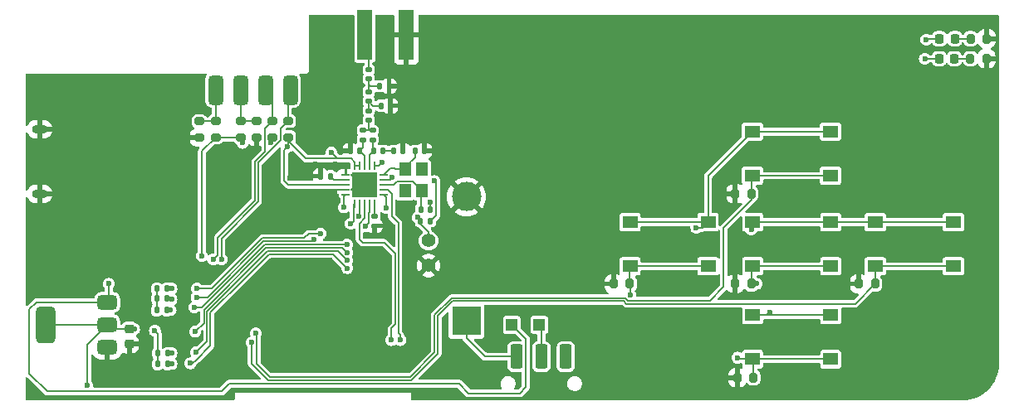
<source format=gbr>
%TF.GenerationSoftware,KiCad,Pcbnew,8.0.6-8.0.6-0~ubuntu22.04.1*%
%TF.CreationDate,2024-10-27T10:41:28+01:00*%
%TF.ProjectId,hackbat,6861636b-6261-4742-9e6b-696361645f70,rev?*%
%TF.SameCoordinates,Original*%
%TF.FileFunction,Copper,L1,Top*%
%TF.FilePolarity,Positive*%
%FSLAX46Y46*%
G04 Gerber Fmt 4.6, Leading zero omitted, Abs format (unit mm)*
G04 Created by KiCad (PCBNEW 8.0.6-8.0.6-0~ubuntu22.04.1) date 2024-10-27 10:41:28*
%MOMM*%
%LPD*%
G01*
G04 APERTURE LIST*
G04 Aperture macros list*
%AMRoundRect*
0 Rectangle with rounded corners*
0 $1 Rounding radius*
0 $2 $3 $4 $5 $6 $7 $8 $9 X,Y pos of 4 corners*
0 Add a 4 corners polygon primitive as box body*
4,1,4,$2,$3,$4,$5,$6,$7,$8,$9,$2,$3,0*
0 Add four circle primitives for the rounded corners*
1,1,$1+$1,$2,$3*
1,1,$1+$1,$4,$5*
1,1,$1+$1,$6,$7*
1,1,$1+$1,$8,$9*
0 Add four rect primitives between the rounded corners*
20,1,$1+$1,$2,$3,$4,$5,0*
20,1,$1+$1,$4,$5,$6,$7,0*
20,1,$1+$1,$6,$7,$8,$9,0*
20,1,$1+$1,$8,$9,$2,$3,0*%
G04 Aperture macros list end*
%TA.AperFunction,SMDPad,CuDef*%
%ADD10RoundRect,0.135000X0.135000X0.185000X-0.135000X0.185000X-0.135000X-0.185000X0.135000X-0.185000X0*%
%TD*%
%TA.AperFunction,ComponentPad*%
%ADD11C,1.400000*%
%TD*%
%TA.AperFunction,SMDPad,CuDef*%
%ADD12RoundRect,0.135000X-0.135000X-0.185000X0.135000X-0.185000X0.135000X0.185000X-0.135000X0.185000X0*%
%TD*%
%TA.AperFunction,SMDPad,CuDef*%
%ADD13RoundRect,0.062500X0.062500X-0.362500X0.062500X0.362500X-0.062500X0.362500X-0.062500X-0.362500X0*%
%TD*%
%TA.AperFunction,SMDPad,CuDef*%
%ADD14RoundRect,0.062500X0.362500X-0.062500X0.362500X0.062500X-0.362500X0.062500X-0.362500X-0.062500X0*%
%TD*%
%TA.AperFunction,HeatsinkPad*%
%ADD15R,2.600000X2.600000*%
%TD*%
%TA.AperFunction,HeatsinkPad*%
%ADD16C,0.500000*%
%TD*%
%TA.AperFunction,ComponentPad*%
%ADD17RoundRect,0.375000X0.375000X-1.125000X0.375000X1.125000X-0.375000X1.125000X-0.375000X-1.125000X0*%
%TD*%
%TA.AperFunction,SMDPad,CuDef*%
%ADD18R,1.200000X1.400000*%
%TD*%
%TA.AperFunction,SMDPad,CuDef*%
%ADD19RoundRect,0.140000X0.140000X0.170000X-0.140000X0.170000X-0.140000X-0.170000X0.140000X-0.170000X0*%
%TD*%
%TA.AperFunction,SMDPad,CuDef*%
%ADD20RoundRect,0.147500X0.147500X0.172500X-0.147500X0.172500X-0.147500X-0.172500X0.147500X-0.172500X0*%
%TD*%
%TA.AperFunction,SMDPad,CuDef*%
%ADD21RoundRect,0.200000X-0.200000X-0.275000X0.200000X-0.275000X0.200000X0.275000X-0.200000X0.275000X0*%
%TD*%
%TA.AperFunction,SMDPad,CuDef*%
%ADD22RoundRect,0.140000X-0.140000X-0.170000X0.140000X-0.170000X0.140000X0.170000X-0.140000X0.170000X0*%
%TD*%
%TA.AperFunction,SMDPad,CuDef*%
%ADD23RoundRect,0.200000X-0.275000X0.200000X-0.275000X-0.200000X0.275000X-0.200000X0.275000X0.200000X0*%
%TD*%
%TA.AperFunction,SMDPad,CuDef*%
%ADD24R,1.550000X1.300000*%
%TD*%
%TA.AperFunction,SMDPad,CuDef*%
%ADD25RoundRect,0.200000X0.200000X0.275000X-0.200000X0.275000X-0.200000X-0.275000X0.200000X-0.275000X0*%
%TD*%
%TA.AperFunction,SMDPad,CuDef*%
%ADD26RoundRect,0.147500X0.172500X-0.147500X0.172500X0.147500X-0.172500X0.147500X-0.172500X-0.147500X0*%
%TD*%
%TA.AperFunction,SMDPad,CuDef*%
%ADD27RoundRect,0.140000X-0.170000X0.140000X-0.170000X-0.140000X0.170000X-0.140000X0.170000X0.140000X0*%
%TD*%
%TA.AperFunction,SMDPad,CuDef*%
%ADD28RoundRect,0.140000X0.170000X-0.140000X0.170000X0.140000X-0.170000X0.140000X-0.170000X-0.140000X0*%
%TD*%
%TA.AperFunction,SMDPad,CuDef*%
%ADD29RoundRect,0.375000X0.625000X0.375000X-0.625000X0.375000X-0.625000X-0.375000X0.625000X-0.375000X0*%
%TD*%
%TA.AperFunction,SMDPad,CuDef*%
%ADD30RoundRect,0.500000X0.500000X1.400000X-0.500000X1.400000X-0.500000X-1.400000X0.500000X-1.400000X0*%
%TD*%
%TA.AperFunction,SMDPad,CuDef*%
%ADD31R,1.500000X5.080000*%
%TD*%
%TA.AperFunction,SMDPad,CuDef*%
%ADD32R,1.200000X1.200000*%
%TD*%
%TA.AperFunction,SMDPad,CuDef*%
%ADD33RoundRect,0.225000X0.250000X-0.225000X0.250000X0.225000X-0.250000X0.225000X-0.250000X-0.225000X0*%
%TD*%
%TA.AperFunction,ComponentPad*%
%ADD34R,1.500000X1.500000*%
%TD*%
%TA.AperFunction,SMDPad,CuDef*%
%ADD35RoundRect,0.218750X0.218750X0.256250X-0.218750X0.256250X-0.218750X-0.256250X0.218750X-0.256250X0*%
%TD*%
%TA.AperFunction,SMDPad,CuDef*%
%ADD36RoundRect,0.250000X-0.375000X-1.000000X0.375000X-1.000000X0.375000X1.000000X-0.375000X1.000000X0*%
%TD*%
%TA.AperFunction,ComponentPad*%
%ADD37O,1.600000X0.900000*%
%TD*%
%TA.AperFunction,ComponentPad*%
%ADD38R,3.000000X3.000000*%
%TD*%
%TA.AperFunction,ComponentPad*%
%ADD39C,3.000000*%
%TD*%
%TA.AperFunction,ViaPad*%
%ADD40C,0.600000*%
%TD*%
%TA.AperFunction,Conductor*%
%ADD41C,0.127000*%
%TD*%
%TA.AperFunction,Conductor*%
%ADD42C,0.200000*%
%TD*%
G04 APERTURE END LIST*
D10*
%TO.P,R23,1*%
%TO.N,+3V3*%
X181710000Y-94400000D03*
%TO.P,R23,2*%
%TO.N,RF_GD0*%
X180690000Y-94400000D03*
%TD*%
D11*
%TO.P,BOOT,1,A*%
%TO.N,GND*%
X181500000Y-98940000D03*
%TO.P,BOOT,2,B*%
%TO.N,RF_GD0*%
X181500000Y-96400000D03*
%TD*%
D12*
%TO.P,R22,1*%
%TO.N,+3V3*%
X153790000Y-102300000D03*
%TO.P,R22,2*%
%TO.N,SD_DATA3*%
X154810000Y-102300000D03*
%TD*%
%TO.P,R21,1*%
%TO.N,+3V3*%
X153790000Y-101300000D03*
%TO.P,R21,2*%
%TO.N,SD_DATA2*%
X154810000Y-101300000D03*
%TD*%
%TO.P,R20,1*%
%TO.N,+3V3*%
X153890000Y-109000000D03*
%TO.P,R20,2*%
%TO.N,SD_DATA1*%
X154910000Y-109000000D03*
%TD*%
%TO.P,R18,1*%
%TO.N,+3V3*%
X153890000Y-107900000D03*
%TO.P,R18,2*%
%TO.N,SD_DATA0*%
X154910000Y-107900000D03*
%TD*%
%TO.P,R17,1*%
%TO.N,+3V3*%
X153790000Y-103500000D03*
%TO.P,R17,2*%
%TO.N,SD_CMD*%
X154810000Y-103500000D03*
%TD*%
D13*
%TO.P,U2,1,SCLK*%
%TO.N,RF_SPICLK*%
X174000000Y-92600000D03*
%TO.P,U2,2,SO(GDO1)*%
%TO.N,RF_SPID*%
X174500000Y-92600000D03*
%TO.P,U2,3,GDO2*%
%TO.N,RF_GD2*%
X175000000Y-92600000D03*
%TO.P,U2,4,DVDD*%
%TO.N,+3V3*%
X175500000Y-92600000D03*
%TO.P,U2,5,DCOUPL*%
%TO.N,Net-(U2-DCOUPL)*%
X176000000Y-92600000D03*
D14*
%TO.P,U2,6,GDO0*%
%TO.N,RF_GD0*%
X176925000Y-91675000D03*
%TO.P,U2,7,CSn*%
%TO.N,RF_SPICS*%
X176925000Y-91175000D03*
%TO.P,U2,8,XOSC_Q1*%
%TO.N,Net-(U2-XOSC_Q1)*%
X176925000Y-90675000D03*
%TO.P,U2,9,AVDD*%
%TO.N,+3V3*%
X176925000Y-90175000D03*
%TO.P,U2,10,XOSC_Q2*%
%TO.N,Net-(U2-XOSC_Q2)*%
X176925000Y-89675000D03*
D13*
%TO.P,U2,11,AVDD*%
%TO.N,+3V3*%
X176000000Y-88750000D03*
%TO.P,U2,12,RF_P*%
%TO.N,Net-(U2-RF_P)*%
X175500000Y-88750000D03*
%TO.P,U2,13,RF_N*%
%TO.N,Net-(U2-RF_N)*%
X175000000Y-88750000D03*
%TO.P,U2,14,AVDD*%
%TO.N,+3V3*%
X174500000Y-88750000D03*
%TO.P,U2,15,AVDD*%
X174000000Y-88750000D03*
D14*
%TO.P,U2,16,GND*%
%TO.N,GND*%
X173075000Y-89675000D03*
%TO.P,U2,17,RBIAS*%
%TO.N,Net-(U2-RBIAS)*%
X173075000Y-90175000D03*
%TO.P,U2,18,DGUARD*%
%TO.N,+3V3*%
X173075000Y-90675000D03*
%TO.P,U2,19,GND*%
%TO.N,GND*%
X173075000Y-91175000D03*
%TO.P,U2,20,SI*%
%TO.N,RF_SPIQ*%
X173075000Y-91675000D03*
D15*
%TO.P,U2,21,GND*%
%TO.N,GND*%
X175000000Y-90675000D03*
D16*
X174500000Y-90175000D03*
X175500000Y-90175000D03*
%TD*%
D17*
%TO.P,U3,1,VCC_IN*%
%TO.N,Net-(U3-VCC_IN)*%
X159800000Y-81000000D03*
%TO.P,U3,2,GND*%
%TO.N,Net-(U3-GND)*%
X162340000Y-81000000D03*
%TO.P,U3,3,SCL*%
%TO.N,OLED_SCL*%
X164880000Y-81000000D03*
%TO.P,U3,4,SDA*%
%TO.N,OLED_SDA*%
X167420000Y-81000000D03*
%TD*%
D18*
%TO.P,Y1,1,1*%
%TO.N,Net-(U2-XOSC_Q2)*%
X179150000Y-89100000D03*
%TO.P,Y1,2,2*%
%TO.N,unconnected-(Y1-Pad2)*%
X179150000Y-91300000D03*
%TO.P,Y1,3,3*%
%TO.N,Net-(U2-XOSC_Q1)*%
X180850000Y-91300000D03*
%TO.P,Y1,4,4*%
%TO.N,unconnected-(Y1-Pad4)*%
X180850000Y-89100000D03*
%TD*%
D19*
%TO.P,C4,1*%
%TO.N,GND*%
X178880000Y-87200000D03*
%TO.P,C4,2*%
%TO.N,Net-(C4-Pad2)*%
X177920000Y-87200000D03*
%TD*%
D20*
%TO.P,L1,1*%
%TO.N,Net-(C4-Pad2)*%
X176885000Y-87200000D03*
%TO.P,L1,2*%
%TO.N,Net-(U2-RF_P)*%
X175915000Y-87200000D03*
%TD*%
D21*
%TO.P,R8,1*%
%TO.N,GND*%
X212775000Y-100800000D03*
%TO.P,R8,2*%
%TO.N,BUT_ENTER*%
X214425000Y-100800000D03*
%TD*%
D22*
%TO.P,C7,1*%
%TO.N,Net-(C7-Pad1)*%
X176640000Y-82600000D03*
%TO.P,C7,2*%
%TO.N,GND*%
X177600000Y-82600000D03*
%TD*%
D23*
%TO.P,R15,1*%
%TO.N,OLED_SCL*%
X165600000Y-84175000D03*
%TO.P,R15,2*%
%TO.N,+3V3*%
X165600000Y-85825000D03*
%TD*%
D10*
%TO.P,R10,1*%
%TO.N,Net-(U2-RBIAS)*%
X171510000Y-89800000D03*
%TO.P,R10,2*%
%TO.N,GND*%
X170490000Y-89800000D03*
%TD*%
D23*
%TO.P,R12,1*%
%TO.N,Net-(U3-VCC_IN)*%
X159800000Y-84200000D03*
%TO.P,R12,2*%
%TO.N,+3V3*%
X159800000Y-85850000D03*
%TD*%
D24*
%TO.P,SW2,1,1*%
%TO.N,+3V3*%
X214525000Y-85250000D03*
X222475000Y-85250000D03*
%TO.P,SW2,2,2*%
%TO.N,BUT_UP*%
X214525000Y-89750000D03*
X222475000Y-89750000D03*
%TD*%
D25*
%TO.P,R3,1*%
%TO.N,GND*%
X238387500Y-77800000D03*
%TO.P,R3,2*%
%TO.N,Net-(D1-K)*%
X236737500Y-77800000D03*
%TD*%
D26*
%TO.P,L2,1*%
%TO.N,Net-(U2-RF_N)*%
X174800000Y-86085000D03*
%TO.P,L2,2*%
%TO.N,Net-(C6-Pad2)*%
X174800000Y-85115000D03*
%TD*%
D21*
%TO.P,R7,1*%
%TO.N,GND*%
X225375000Y-100800000D03*
%TO.P,R7,2*%
%TO.N,BUT_RIGHT*%
X227025000Y-100800000D03*
%TD*%
D27*
%TO.P,C3,1*%
%TO.N,Net-(U2-DCOUPL)*%
X176000000Y-93920000D03*
%TO.P,C3,2*%
%TO.N,GND*%
X176000000Y-94880000D03*
%TD*%
D25*
%TO.P,R4,1*%
%TO.N,GND*%
X238400000Y-75750000D03*
%TO.P,R4,2*%
%TO.N,Net-(D2-K)*%
X236750000Y-75750000D03*
%TD*%
D28*
%TO.P,C6,1*%
%TO.N,Net-(U2-RF_P)*%
X175800000Y-86080000D03*
%TO.P,C6,2*%
%TO.N,Net-(C6-Pad2)*%
X175800000Y-85120000D03*
%TD*%
D23*
%TO.P,R11,1*%
%TO.N,Net-(U3-GND)*%
X164000000Y-84175000D03*
%TO.P,R11,2*%
%TO.N,GND*%
X164000000Y-85825000D03*
%TD*%
%TO.P,R16,1*%
%TO.N,OLED_SDA*%
X167200000Y-84175000D03*
%TO.P,R16,2*%
%TO.N,+3V3*%
X167200000Y-85825000D03*
%TD*%
D22*
%TO.P,C9,1*%
%TO.N,Net-(U2-XOSC_Q2)*%
X180120000Y-87200000D03*
%TO.P,C9,2*%
%TO.N,GND*%
X181080000Y-87200000D03*
%TD*%
D23*
%TO.P,R13,1*%
%TO.N,Net-(U3-GND)*%
X162400000Y-84175000D03*
%TO.P,R13,2*%
%TO.N,+3V3*%
X162400000Y-85825000D03*
%TD*%
D29*
%TO.P,U4,1,GND*%
%TO.N,GND*%
X148750000Y-107300000D03*
%TO.P,U4,2,VO*%
%TO.N,+3V3*%
X148750000Y-105000000D03*
D30*
X142450000Y-105000000D03*
D29*
%TO.P,U4,3,VI*%
%TO.N,+5V*%
X148750000Y-102700000D03*
%TD*%
D31*
%TO.P,J2,1,In*%
%TO.N,Net-(AE1-A)*%
X175000000Y-75362500D03*
%TO.P,J2,2,Ext*%
%TO.N,GND*%
X179250000Y-75362500D03*
%TD*%
D21*
%TO.P,R6,1*%
%TO.N,GND*%
X212775000Y-91600000D03*
%TO.P,R6,2*%
%TO.N,BUT_UP*%
X214425000Y-91600000D03*
%TD*%
D32*
%TO.P,D3,1,K*%
%TO.N,+5V*%
X190000000Y-105000000D03*
%TO.P,D3,2,A*%
%TO.N,Net-(D3-A)*%
X192800000Y-105000000D03*
%TD*%
D26*
%TO.P,L4,1*%
%TO.N,Net-(C7-Pad1)*%
X175400000Y-82170000D03*
%TO.P,L4,2*%
%TO.N,Net-(C10-Pad1)*%
X175400000Y-81200000D03*
%TD*%
D21*
%TO.P,R5,1*%
%TO.N,GND*%
X212975000Y-110400000D03*
%TO.P,R5,2*%
%TO.N,BUT_DOWN*%
X214625000Y-110400000D03*
%TD*%
D24*
%TO.P,SW4,1,1*%
%TO.N,+3V3*%
X214550000Y-94500000D03*
X222500000Y-94500000D03*
%TO.P,SW4,2,2*%
%TO.N,BUT_ENTER*%
X214550000Y-99000000D03*
X222500000Y-99000000D03*
%TD*%
D23*
%TO.P,R14,1*%
%TO.N,Net-(U3-VCC_IN)*%
X158135000Y-84200000D03*
%TO.P,R14,2*%
%TO.N,GND*%
X158135000Y-85850000D03*
%TD*%
D24*
%TO.P,SW5,1,1*%
%TO.N,+3V3*%
X202050000Y-94500000D03*
X210000000Y-94500000D03*
%TO.P,SW5,2,2*%
%TO.N,BUT_LEFT*%
X202050000Y-99000000D03*
X210000000Y-99000000D03*
%TD*%
D28*
%TO.P,C11,1*%
%TO.N,Net-(C10-Pad1)*%
X175400000Y-79880000D03*
%TO.P,C11,2*%
%TO.N,Net-(AE1-A)*%
X175400000Y-78920000D03*
%TD*%
D19*
%TO.P,C5,1*%
%TO.N,Net-(U2-RF_N)*%
X174480000Y-87200000D03*
%TO.P,C5,2*%
%TO.N,GND*%
X173520000Y-87200000D03*
%TD*%
D22*
%TO.P,C8,1*%
%TO.N,Net-(U2-XOSC_Q1)*%
X180720000Y-93200000D03*
%TO.P,C8,2*%
%TO.N,GND*%
X181680000Y-93200000D03*
%TD*%
D26*
%TO.P,L3,1*%
%TO.N,Net-(C6-Pad2)*%
X175400000Y-84085000D03*
%TO.P,L3,2*%
%TO.N,Net-(C7-Pad1)*%
X175400000Y-83115000D03*
%TD*%
D24*
%TO.P,SW1,1,1*%
%TO.N,+3V3*%
X214550000Y-104000000D03*
X222500000Y-104000000D03*
%TO.P,SW1,2,2*%
%TO.N,BUT_DOWN*%
X214550000Y-108500000D03*
X222500000Y-108500000D03*
%TD*%
D21*
%TO.P,R9,1*%
%TO.N,GND*%
X200375000Y-100800000D03*
%TO.P,R9,2*%
%TO.N,BUT_LEFT*%
X202025000Y-100800000D03*
%TD*%
D22*
%TO.P,C10,1*%
%TO.N,Net-(C10-Pad1)*%
X176520000Y-80600000D03*
%TO.P,C10,2*%
%TO.N,GND*%
X177480000Y-80600000D03*
%TD*%
D33*
%TO.P,C12,1*%
%TO.N,GND*%
X151000000Y-106975000D03*
%TO.P,C12,2*%
%TO.N,+3V3*%
X151000000Y-105425000D03*
%TD*%
D34*
%TO.P,AE1,1,A*%
%TO.N,Net-(AE1-A)*%
X175000000Y-76000000D03*
%TD*%
D35*
%TO.P,D1,1,K*%
%TO.N,Net-(D1-K)*%
X235125000Y-77800000D03*
%TO.P,D1,2,A*%
%TO.N,LED1*%
X233550000Y-77800000D03*
%TD*%
D24*
%TO.P,SW3,1,1*%
%TO.N,+3V3*%
X227050000Y-94500000D03*
X235000000Y-94500000D03*
%TO.P,SW3,2,2*%
%TO.N,BUT_RIGHT*%
X227050000Y-99000000D03*
X235000000Y-99000000D03*
%TD*%
D35*
%TO.P,D2,1,K*%
%TO.N,Net-(D2-K)*%
X235162500Y-75750000D03*
%TO.P,D2,2,A*%
%TO.N,LED2*%
X233587500Y-75750000D03*
%TD*%
D36*
%TO.P,SW6,1,A*%
%TO.N,Net-(BT1-+)*%
X190500000Y-108250000D03*
%TO.P,SW6,2,B*%
%TO.N,Net-(D3-A)*%
X193000000Y-108250000D03*
%TO.P,SW6,3*%
%TO.N,N/C*%
X195500000Y-108250000D03*
%TD*%
D37*
%TO.P,J1,6,Shield*%
%TO.N,GND*%
X141850000Y-91600000D03*
X141850000Y-85000000D03*
%TD*%
D38*
%TO.P,BT1,1,+*%
%TO.N,Net-(BT1-+)*%
X185367500Y-104607500D03*
D39*
%TO.P,BT1,2,-*%
%TO.N,GND*%
X185367500Y-91907500D03*
%TD*%
D40*
%TO.N,GND*%
X181660000Y-92500000D03*
%TO.N,+3V3*%
X182100000Y-90300000D03*
%TO.N,RF_GD0*%
X180400000Y-94000000D03*
%TO.N,SD_DATA1*%
X155300000Y-109000000D03*
%TO.N,SD_DATA0*%
X155300000Y-107900000D03*
%TO.N,+3V3*%
X153600000Y-105600000D03*
%TO.N,SD_DATA2*%
X155300000Y-101300000D03*
%TO.N,SD_DATA3*%
X155300000Y-102400000D03*
%TO.N,SD_CMD*%
X155200000Y-103500000D03*
%TO.N,+3V3*%
X153790000Y-103500000D03*
X214400000Y-95250000D03*
X208800000Y-95100000D03*
X146700000Y-111200000D03*
X175050000Y-94950000D03*
X167150000Y-86800000D03*
X158400000Y-97950000D03*
X171600000Y-87400000D03*
X151490000Y-105425000D03*
X176800000Y-88400000D03*
X165425000Y-86358607D03*
X216300000Y-103700000D03*
X201950000Y-94600000D03*
X177810742Y-89947255D03*
X162550000Y-86400000D03*
%TO.N,GND*%
X170000000Y-85700000D03*
X165050000Y-100000000D03*
X170000000Y-82000000D03*
X170000000Y-88600000D03*
X183300000Y-107150000D03*
X183750000Y-110300000D03*
X175250000Y-95950000D03*
X176100000Y-99250000D03*
X172000000Y-88600000D03*
X177700000Y-95850000D03*
X177350000Y-94550000D03*
X167400000Y-90000000D03*
X165500000Y-90000000D03*
X185000000Y-107150000D03*
X160900000Y-87450000D03*
X172000000Y-82000000D03*
X170000000Y-80000000D03*
X206125000Y-101850000D03*
X172000000Y-84000000D03*
X160900000Y-90800000D03*
X187700000Y-110300000D03*
X160900000Y-89200000D03*
X203850000Y-101850000D03*
X181750000Y-110300000D03*
X172000000Y-80000000D03*
X186050000Y-110300000D03*
X160400000Y-103800000D03*
X163900000Y-101050000D03*
X172000000Y-85700000D03*
X208400000Y-101850000D03*
X170000000Y-84000000D03*
X174750000Y-99250000D03*
%TO.N,+5V*%
X148900000Y-100800000D03*
%TO.N,LED1*%
X232100000Y-77800000D03*
%TO.N,LED2*%
X232250000Y-75850000D03*
%TO.N,SD_DATA0*%
X157800000Y-107800000D03*
X173200000Y-98400000D03*
%TO.N,SD_CLK*%
X157700000Y-105700000D03*
X173200000Y-97600000D03*
%TO.N,SD_DATA3*%
X157850000Y-102200000D03*
X169850000Y-96236500D03*
%TO.N,SD_CMD*%
X157600000Y-103200000D03*
X173200000Y-96800000D03*
%TO.N,SD_DATA2*%
X157900000Y-101300000D03*
X170500000Y-95673000D03*
%TO.N,SD_DATA1*%
X173200000Y-99200000D03*
X157225000Y-108929861D03*
%TO.N,BUT_DOWN*%
X213000000Y-108350000D03*
%TO.N,BUT_UP*%
X163900000Y-105850000D03*
%TO.N,BUT_RIGHT*%
X163450000Y-106800000D03*
%TO.N,BUT_ENTER*%
X214950000Y-100800000D03*
%TO.N,BUT_LEFT*%
X202050000Y-101950000D03*
%TO.N,OLED_SCL*%
X159550000Y-98300000D03*
%TO.N,OLED_SDA*%
X160400000Y-98300000D03*
%TO.N,RF_GD0*%
X177186500Y-93050000D03*
%TO.N,RF_SPID*%
X174413500Y-93897995D03*
%TO.N,RF_GD2*%
X177700000Y-106550000D03*
%TO.N,RF_SPICS*%
X178650000Y-106550000D03*
%TO.N,RF_SPIQ*%
X172850000Y-93000000D03*
%TO.N,RF_SPICLK*%
X173572378Y-94663500D03*
%TD*%
D41*
%TO.N,GND*%
X181680000Y-92520000D02*
X181660000Y-92500000D01*
X181680000Y-93200000D02*
X181680000Y-92520000D01*
D42*
%TO.N,+3V3*%
X182260000Y-90460000D02*
X182100000Y-90300000D01*
X182260000Y-93850000D02*
X182260000Y-90460000D01*
X181710000Y-94400000D02*
X182260000Y-93850000D01*
D41*
%TO.N,RF_GD0*%
X181500000Y-96400000D02*
X181500000Y-95500000D01*
X181500000Y-95500000D02*
X180690000Y-94690000D01*
X180690000Y-94690000D02*
X180690000Y-94400000D01*
X180690000Y-94290000D02*
X180400000Y-94000000D01*
X180690000Y-94400000D02*
X180690000Y-94290000D01*
%TO.N,Net-(AE1-A)*%
X175400000Y-78920000D02*
X175400000Y-75762500D01*
X175400000Y-75762500D02*
X175000000Y-75362500D01*
%TO.N,Net-(D1-K)*%
X236737500Y-77800000D02*
X235125000Y-77800000D01*
%TO.N,Net-(D2-K)*%
X235162500Y-75750000D02*
X236750000Y-75750000D01*
%TO.N,SD_DATA1*%
X154910000Y-109000000D02*
X155300000Y-109000000D01*
%TO.N,SD_DATA0*%
X154910000Y-107900000D02*
X155300000Y-107900000D01*
D42*
%TO.N,+3V3*%
X153890000Y-105890000D02*
X153600000Y-105600000D01*
X153890000Y-107900000D02*
X153890000Y-105890000D01*
X153890000Y-109000000D02*
X153890000Y-107900000D01*
D41*
%TO.N,SD_DATA2*%
X154810000Y-101300000D02*
X155300000Y-101300000D01*
%TO.N,SD_DATA3*%
X155200000Y-102300000D02*
X155300000Y-102400000D01*
X154810000Y-102300000D02*
X155200000Y-102300000D01*
%TO.N,SD_CMD*%
X154810000Y-103500000D02*
X155200000Y-103500000D01*
D42*
%TO.N,+3V3*%
X153790000Y-101300000D02*
X153790000Y-103500000D01*
X167226471Y-90675000D02*
X166800000Y-90248529D01*
X172800000Y-88000000D02*
X169000000Y-88000000D01*
X174500000Y-88750000D02*
X174000000Y-88750000D01*
X169000000Y-88000000D02*
X167200000Y-86200000D01*
X162550000Y-85975000D02*
X162400000Y-85825000D01*
X166800000Y-87150000D02*
X167175000Y-86775000D01*
X166800000Y-90248529D02*
X166800000Y-87150000D01*
X174000000Y-88750000D02*
X174000000Y-88400000D01*
X214550000Y-94500000D02*
X222500000Y-94500000D01*
X177582997Y-90175000D02*
X177810742Y-89947255D01*
X176450000Y-88750000D02*
X176800000Y-88400000D01*
X222475000Y-85250000D02*
X214525000Y-85250000D01*
X162375000Y-85850000D02*
X162400000Y-85825000D01*
X208800000Y-95100000D02*
X209400000Y-95100000D01*
X146700000Y-107050000D02*
X148750000Y-105000000D01*
X227050000Y-94500000D02*
X235000000Y-94500000D01*
X173600000Y-88000000D02*
X172800000Y-88000000D01*
X167200000Y-86750000D02*
X167150000Y-86800000D01*
X173075000Y-90675000D02*
X167226471Y-90675000D01*
X210000000Y-89775000D02*
X210000000Y-94500000D01*
X176925000Y-90175000D02*
X177582997Y-90175000D01*
X222500000Y-104000000D02*
X214550000Y-104000000D01*
X172200000Y-88000000D02*
X171600000Y-87400000D01*
X142450000Y-105000000D02*
X148750000Y-105000000D01*
X162550000Y-86400000D02*
X162550000Y-85975000D01*
X222500000Y-94500000D02*
X227050000Y-94500000D01*
X216000000Y-104000000D02*
X216300000Y-103700000D01*
X172800000Y-88000000D02*
X172200000Y-88000000D01*
X214525000Y-85250000D02*
X210000000Y-89775000D01*
X165425000Y-86000000D02*
X165600000Y-85825000D01*
X151000000Y-105425000D02*
X151490000Y-105425000D01*
X165425000Y-86358607D02*
X165425000Y-86000000D01*
X149175000Y-105425000D02*
X148750000Y-105000000D01*
X175390000Y-94610000D02*
X175390000Y-93593866D01*
X176000000Y-88750000D02*
X176450000Y-88750000D01*
X174000000Y-88400000D02*
X173600000Y-88000000D01*
X158400000Y-97950000D02*
X158400000Y-87250000D01*
X214550000Y-95100000D02*
X214400000Y-95250000D01*
X202050000Y-94500000D02*
X210000000Y-94500000D01*
X158400000Y-87250000D02*
X159800000Y-85850000D01*
X214550000Y-104000000D02*
X216000000Y-104000000D01*
X175500000Y-93483866D02*
X175500000Y-92600000D01*
X175390000Y-93593866D02*
X175500000Y-93483866D01*
X151000000Y-105425000D02*
X149175000Y-105425000D01*
X167200000Y-86200000D02*
X167200000Y-85825000D01*
X159800000Y-85850000D02*
X162375000Y-85850000D01*
X209400000Y-95100000D02*
X210000000Y-94500000D01*
X175050000Y-94950000D02*
X175390000Y-94610000D01*
X167200000Y-85825000D02*
X167200000Y-86750000D01*
X146700000Y-111200000D02*
X146700000Y-107050000D01*
X214550000Y-94500000D02*
X214550000Y-95100000D01*
D41*
%TO.N,GND*%
X173075000Y-91175000D02*
X171625000Y-91175000D01*
X171625000Y-91175000D02*
X171600000Y-91200000D01*
D42*
%TO.N,+5V*%
X140800000Y-110000000D02*
X140800000Y-103400000D01*
X184600000Y-111000000D02*
X161200000Y-111000000D01*
X140800000Y-103400000D02*
X141500000Y-102700000D01*
X148900000Y-102550000D02*
X148750000Y-102700000D01*
X185600000Y-112000000D02*
X184600000Y-111000000D01*
X148900000Y-100800000D02*
X148900000Y-102550000D01*
X141500000Y-102700000D02*
X148750000Y-102700000D01*
X191425000Y-111375000D02*
X190800000Y-112000000D01*
X190000000Y-105000000D02*
X191425000Y-106425000D01*
X161200000Y-111000000D02*
X160400000Y-111800000D01*
X142600000Y-111800000D02*
X140800000Y-110000000D01*
X191425000Y-106425000D02*
X191425000Y-111375000D01*
X160400000Y-111800000D02*
X142600000Y-111800000D01*
X190800000Y-112000000D02*
X185600000Y-112000000D01*
D41*
%TO.N,Net-(U2-DCOUPL)*%
X176000000Y-92600000D02*
X176000000Y-93920000D01*
%TO.N,Net-(C4-Pad2)*%
X176885000Y-87200000D02*
X177920000Y-87200000D01*
%TO.N,Net-(U2-RF_N)*%
X175000000Y-87720000D02*
X174480000Y-87200000D01*
X174800000Y-86085000D02*
X174800000Y-86880000D01*
X174800000Y-86880000D02*
X174480000Y-87200000D01*
X175000000Y-88750000D02*
X175000000Y-87720000D01*
%TO.N,Net-(C6-Pad2)*%
X175800000Y-85120000D02*
X175400000Y-85120000D01*
X175400000Y-85120000D02*
X174805000Y-85120000D01*
X175400000Y-84085000D02*
X175400000Y-85120000D01*
X174805000Y-85120000D02*
X174800000Y-85115000D01*
%TO.N,Net-(U2-RF_P)*%
X175500000Y-88750000D02*
X175500000Y-87615000D01*
X175800000Y-87085000D02*
X175915000Y-87200000D01*
X175500000Y-87615000D02*
X175915000Y-87200000D01*
X175800000Y-86080000D02*
X175800000Y-87085000D01*
%TO.N,Net-(C7-Pad1)*%
X175400000Y-83115000D02*
X175400000Y-82170000D01*
X175830000Y-82600000D02*
X175400000Y-82170000D01*
X176640000Y-82600000D02*
X175830000Y-82600000D01*
%TO.N,Net-(U2-XOSC_Q1)*%
X178286500Y-90336500D02*
X179886500Y-90336500D01*
X179886500Y-90336500D02*
X180850000Y-91300000D01*
X176925000Y-90675000D02*
X177948000Y-90675000D01*
X180720000Y-91430000D02*
X180850000Y-91300000D01*
X177948000Y-90675000D02*
X178286500Y-90336500D01*
X180720000Y-93200000D02*
X180720000Y-91430000D01*
%TO.N,Net-(U2-XOSC_Q2)*%
X177600000Y-89000000D02*
X178000000Y-89000000D01*
X180120000Y-87880000D02*
X180120000Y-87200000D01*
X178100000Y-89100000D02*
X179150000Y-89100000D01*
X176925000Y-89675000D02*
X177600000Y-89000000D01*
X179150000Y-89100000D02*
X179150000Y-88850000D01*
X179150000Y-88850000D02*
X180120000Y-87880000D01*
X178000000Y-89000000D02*
X178100000Y-89100000D01*
%TO.N,Net-(C10-Pad1)*%
X175400000Y-81200000D02*
X175400000Y-80400000D01*
X175600000Y-80600000D02*
X175400000Y-80400000D01*
X176520000Y-80600000D02*
X175600000Y-80600000D01*
X175400000Y-80400000D02*
X175400000Y-79880000D01*
%TO.N,LED1*%
X232100000Y-77800000D02*
X233550000Y-77800000D01*
%TO.N,LED2*%
X233587500Y-75750000D02*
X232350000Y-75750000D01*
X232350000Y-75750000D02*
X232250000Y-75850000D01*
%TO.N,SD_DATA0*%
X158927000Y-106673000D02*
X157800000Y-107800000D01*
X172254000Y-97454000D02*
X172000000Y-97454000D01*
X165070896Y-97454000D02*
X163062448Y-99462448D01*
X173200000Y-98400000D02*
X172254000Y-97454000D01*
X172000000Y-97454000D02*
X165070896Y-97454000D01*
X163062448Y-99462448D02*
X158927000Y-103597896D01*
X158927000Y-104600000D02*
X158927000Y-106673000D01*
X158927000Y-103597896D02*
X158927000Y-104600000D01*
%TO.N,SD_CLK*%
X157700000Y-105700000D02*
X158600000Y-104800000D01*
X158600000Y-104800000D02*
X158600000Y-103462448D01*
X172727000Y-97127000D02*
X173200000Y-97600000D01*
X164935448Y-97127000D02*
X172727000Y-97127000D01*
X158600000Y-103462448D02*
X164935448Y-97127000D01*
%TO.N,SD_DATA3*%
X169613500Y-96473000D02*
X164664552Y-96473000D01*
X158937552Y-102200000D02*
X157850000Y-102200000D01*
X164664552Y-96473000D02*
X158937552Y-102200000D01*
X169850000Y-96236500D02*
X169613500Y-96473000D01*
%TO.N,SD_CMD*%
X173200000Y-96800000D02*
X164800000Y-96800000D01*
X164800000Y-96800000D02*
X158400000Y-103200000D01*
X158400000Y-103200000D02*
X157600000Y-103200000D01*
%TO.N,SD_DATA2*%
X159375104Y-101300000D02*
X157900000Y-101300000D01*
X170500000Y-95673000D02*
X169277000Y-95673000D01*
X164529104Y-96146000D02*
X159375104Y-101300000D01*
X168804000Y-96146000D02*
X164529104Y-96146000D01*
X169277000Y-95673000D02*
X168804000Y-96146000D01*
%TO.N,SD_DATA1*%
X173200000Y-99200000D02*
X171800000Y-97800000D01*
X159254000Y-106600000D02*
X159254000Y-107146000D01*
X159254000Y-103733344D02*
X159254000Y-106600000D01*
X165206344Y-97781000D02*
X162593672Y-100393672D01*
X162593672Y-100393672D02*
X159254000Y-103733344D01*
X157470139Y-108929861D02*
X157225000Y-108929861D01*
X171781000Y-97781000D02*
X167600000Y-97781000D01*
X157800000Y-108600000D02*
X157470139Y-108929861D01*
X167600000Y-97781000D02*
X165206344Y-97781000D01*
X171800000Y-97800000D02*
X171781000Y-97781000D01*
X159254000Y-107146000D02*
X157800000Y-108600000D01*
%TO.N,BUT_DOWN*%
X213150000Y-108500000D02*
X214550000Y-108500000D01*
X214625000Y-108575000D02*
X214550000Y-108500000D01*
X214550000Y-108500000D02*
X222500000Y-108500000D01*
X214625000Y-110400000D02*
X214625000Y-108575000D01*
X213000000Y-108350000D02*
X213150000Y-108500000D01*
%TO.N,BUT_UP*%
X182123000Y-103964552D02*
X183837552Y-102250000D01*
X163900000Y-105850000D02*
X164013500Y-105963500D01*
X214425000Y-92225000D02*
X214425000Y-91600000D01*
X214425000Y-89850000D02*
X214525000Y-89750000D01*
X164013500Y-109013500D02*
X165309500Y-110309500D01*
X214525000Y-89750000D02*
X222475000Y-89750000D01*
X179628052Y-110309500D02*
X182123000Y-107814552D01*
X211600000Y-101100000D02*
X211600000Y-95050000D01*
X201816590Y-102513500D02*
X210186500Y-102513500D01*
X164013500Y-105963500D02*
X164013500Y-109013500D01*
X201553090Y-102250000D02*
X201816590Y-102513500D01*
X182123000Y-107814552D02*
X182123000Y-103964552D01*
X165309500Y-110309500D02*
X179628052Y-110309500D01*
X183837552Y-102250000D02*
X201553090Y-102250000D01*
X211600000Y-95050000D02*
X214425000Y-92225000D01*
X214425000Y-91600000D02*
X214425000Y-89850000D01*
X210186500Y-102513500D02*
X211600000Y-101100000D01*
%TO.N,BUT_RIGHT*%
X201417642Y-102577000D02*
X201681142Y-102840500D01*
X183973000Y-102577000D02*
X201417642Y-102577000D01*
X182450000Y-107950000D02*
X182450000Y-104100000D01*
X227025000Y-99025000D02*
X227050000Y-99000000D01*
X227025000Y-100800000D02*
X227025000Y-99025000D01*
X165136500Y-110636500D02*
X179763500Y-110636500D01*
X163450000Y-108950000D02*
X165136500Y-110636500D01*
X224984500Y-102840500D02*
X227025000Y-100800000D01*
X182450000Y-104100000D02*
X183973000Y-102577000D01*
X179763500Y-110636500D02*
X182450000Y-107950000D01*
X201681142Y-102840500D02*
X224984500Y-102840500D01*
X163450000Y-106800000D02*
X163450000Y-108950000D01*
X227050000Y-99000000D02*
X235000000Y-99000000D01*
%TO.N,BUT_ENTER*%
X214950000Y-100800000D02*
X214425000Y-100800000D01*
X214425000Y-99125000D02*
X214550000Y-99000000D01*
X214425000Y-100800000D02*
X214425000Y-99125000D01*
X214550000Y-99000000D02*
X222500000Y-99000000D01*
%TO.N,BUT_LEFT*%
X202050000Y-100825000D02*
X202025000Y-100800000D01*
X202050000Y-99000000D02*
X210000000Y-99000000D01*
X202025000Y-100800000D02*
X202025000Y-99025000D01*
X202025000Y-99025000D02*
X202050000Y-99000000D01*
X202050000Y-101950000D02*
X202050000Y-100825000D01*
%TO.N,Net-(U2-RBIAS)*%
X173075000Y-90175000D02*
X171885000Y-90175000D01*
X171885000Y-90175000D02*
X171510000Y-89800000D01*
%TO.N,Net-(U3-GND)*%
X162400000Y-83600000D02*
X162340000Y-83540000D01*
X162340000Y-83540000D02*
X162340000Y-81000000D01*
X164000000Y-84175000D02*
X162400000Y-84175000D01*
X162400000Y-84175000D02*
X162400000Y-83600000D01*
%TO.N,Net-(U3-VCC_IN)*%
X158135000Y-84200000D02*
X159800000Y-84200000D01*
X159800000Y-84200000D02*
X159800000Y-81000000D01*
%TO.N,OLED_SCL*%
X165600000Y-84175000D02*
X164861500Y-84913500D01*
X163823000Y-89200000D02*
X163823000Y-92264552D01*
X164861500Y-87256567D02*
X164584033Y-87534034D01*
X160073000Y-96014552D02*
X160000000Y-96087552D01*
X163568776Y-92518776D02*
X160073000Y-96014552D01*
X160000000Y-97850000D02*
X159550000Y-98300000D01*
X164584033Y-87534034D02*
X163823000Y-88295067D01*
X165600000Y-81720000D02*
X164880000Y-81000000D01*
X164861500Y-84913500D02*
X164861500Y-87256567D01*
X165600000Y-84175000D02*
X165600000Y-81720000D01*
X160000000Y-96087552D02*
X160000000Y-96850000D01*
X163823000Y-88295067D02*
X163823000Y-89200000D01*
X163823000Y-92264552D02*
X163568776Y-92518776D01*
X160000000Y-96850000D02*
X160000000Y-97850000D01*
%TO.N,OLED_SDA*%
X167200000Y-84175000D02*
X166461500Y-84913500D01*
X167200000Y-81220000D02*
X167420000Y-81000000D01*
X167200000Y-84175000D02*
X167200000Y-81220000D01*
X166461500Y-84913500D02*
X166461500Y-86119015D01*
X164150000Y-92400000D02*
X160400000Y-96150000D01*
X160400000Y-96150000D02*
X160400000Y-98300000D01*
X166461500Y-86119015D02*
X164150000Y-88430515D01*
X164150000Y-88430515D02*
X164150000Y-92400000D01*
%TO.N,RF_GD0*%
X177186500Y-93050000D02*
X177186500Y-91936500D01*
X177186500Y-91936500D02*
X176925000Y-91675000D01*
%TO.N,RF_SPID*%
X174413500Y-93897995D02*
X174500000Y-93811495D01*
X174500000Y-93811495D02*
X174500000Y-92600000D01*
%TO.N,RF_GD2*%
X177700000Y-106550000D02*
X177700000Y-105350000D01*
X178136500Y-97739590D02*
X176983410Y-96586500D01*
X174786500Y-96586500D02*
X174450000Y-96250000D01*
X174450000Y-94658405D02*
X175000000Y-94108405D01*
X177700000Y-105350000D02*
X178136500Y-104913500D01*
X174450000Y-96250000D02*
X174450000Y-94658405D01*
X178136500Y-104913500D02*
X178136500Y-97739590D01*
X175000000Y-94108405D02*
X175000000Y-92600000D01*
X176983410Y-96586500D02*
X174786500Y-96586500D01*
%TO.N,RF_SPICS*%
X177750000Y-91575001D02*
X177750000Y-93900000D01*
X178650000Y-106050000D02*
X178650000Y-106550000D01*
X177750000Y-93900000D02*
X178463500Y-94613500D01*
X176925000Y-91175000D02*
X177349999Y-91175000D01*
X177349999Y-91175000D02*
X177750000Y-91575001D01*
X178550000Y-105950000D02*
X178650000Y-106050000D01*
X178463500Y-94613500D02*
X178463500Y-105863500D01*
X178463500Y-105863500D02*
X178550000Y-105950000D01*
%TO.N,RF_SPIQ*%
X173075000Y-91675000D02*
X172850000Y-91900000D01*
X172850000Y-91900000D02*
X172850000Y-93000000D01*
%TO.N,RF_SPICLK*%
X173850000Y-94150000D02*
X173850000Y-94385878D01*
X173850000Y-94385878D02*
X173572378Y-94663500D01*
X173850000Y-92750000D02*
X173850000Y-94150000D01*
X174000000Y-92600000D02*
X173850000Y-92750000D01*
D42*
%TO.N,Net-(BT1-+)*%
X190500000Y-108250000D02*
X187250000Y-108250000D01*
X187250000Y-108250000D02*
X185367500Y-106367500D01*
X185367500Y-106367500D02*
X185367500Y-104607500D01*
%TO.N,Net-(D3-A)*%
X193000000Y-108250000D02*
X193000000Y-105200000D01*
X193000000Y-105200000D02*
X192800000Y-105000000D01*
%TD*%
%TA.AperFunction,Conductor*%
%TO.N,GND*%
G36*
X177943039Y-73320185D02*
G01*
X177988794Y-73372989D01*
X178000000Y-73424500D01*
X178000000Y-75112500D01*
X180500000Y-75112500D01*
X180500000Y-73424500D01*
X180519685Y-73357461D01*
X180572489Y-73311706D01*
X180624000Y-73300500D01*
X239525500Y-73300500D01*
X239592539Y-73320185D01*
X239638294Y-73372989D01*
X239649500Y-73424500D01*
X239649500Y-108996948D01*
X239649351Y-109003033D01*
X239631984Y-109356531D01*
X239630791Y-109368640D01*
X239579308Y-109715712D01*
X239576934Y-109727648D01*
X239491680Y-110068001D01*
X239488147Y-110079646D01*
X239369945Y-110409996D01*
X239365289Y-110421237D01*
X239215270Y-110738429D01*
X239209533Y-110749162D01*
X239029156Y-111050102D01*
X239022396Y-111060220D01*
X238813377Y-111342049D01*
X238805657Y-111351455D01*
X238570033Y-111611428D01*
X238561428Y-111620033D01*
X238301455Y-111855657D01*
X238292049Y-111863377D01*
X238010220Y-112072396D01*
X238000102Y-112079156D01*
X237699162Y-112259533D01*
X237688429Y-112265270D01*
X237371237Y-112415289D01*
X237359996Y-112419945D01*
X237029646Y-112538147D01*
X237018001Y-112541680D01*
X236677648Y-112626934D01*
X236665712Y-112629308D01*
X236318640Y-112680791D01*
X236306531Y-112681984D01*
X235973016Y-112698369D01*
X235953031Y-112699351D01*
X235946949Y-112699500D01*
X179874000Y-112699500D01*
X179806961Y-112679815D01*
X179761206Y-112627011D01*
X179750000Y-112575500D01*
X179750000Y-111920000D01*
X161750000Y-111920000D01*
X161750000Y-112575500D01*
X161730315Y-112642539D01*
X161677511Y-112688294D01*
X161626000Y-112699500D01*
X140524000Y-112699500D01*
X140456961Y-112679815D01*
X140411206Y-112627011D01*
X140400000Y-112575500D01*
X140400000Y-110465755D01*
X140419685Y-110398716D01*
X140472489Y-110352961D01*
X140541647Y-110343017D01*
X140605203Y-110372042D01*
X140611681Y-110378074D01*
X142279519Y-112045912D01*
X142279520Y-112045913D01*
X142354087Y-112120480D01*
X142445413Y-112173207D01*
X142547273Y-112200500D01*
X142547275Y-112200500D01*
X160452725Y-112200500D01*
X160452727Y-112200500D01*
X160554588Y-112173207D01*
X160645913Y-112120480D01*
X161329574Y-111436819D01*
X161390897Y-111403334D01*
X161417255Y-111400500D01*
X184382745Y-111400500D01*
X184449784Y-111420185D01*
X184470426Y-111436819D01*
X185275179Y-112241571D01*
X185275189Y-112241582D01*
X185279519Y-112245912D01*
X185279520Y-112245913D01*
X185354087Y-112320480D01*
X185445413Y-112373207D01*
X185547273Y-112400501D01*
X185547275Y-112400501D01*
X185660323Y-112400501D01*
X185660339Y-112400500D01*
X190852725Y-112400500D01*
X190852727Y-112400500D01*
X190954588Y-112373207D01*
X191045913Y-112320480D01*
X191745480Y-111620913D01*
X191784062Y-111554087D01*
X191798207Y-111529587D01*
X191825500Y-111427727D01*
X191825500Y-111073920D01*
X195649499Y-111073920D01*
X195678340Y-111218907D01*
X195678343Y-111218917D01*
X195734912Y-111355488D01*
X195734919Y-111355501D01*
X195817048Y-111478415D01*
X195817051Y-111478419D01*
X195921580Y-111582948D01*
X195921584Y-111582951D01*
X196044498Y-111665080D01*
X196044511Y-111665087D01*
X196181082Y-111721656D01*
X196181087Y-111721658D01*
X196181091Y-111721658D01*
X196181092Y-111721659D01*
X196326079Y-111750500D01*
X196326082Y-111750500D01*
X196473920Y-111750500D01*
X196571462Y-111731096D01*
X196618913Y-111721658D01*
X196755495Y-111665084D01*
X196878416Y-111582951D01*
X196982951Y-111478416D01*
X197065084Y-111355495D01*
X197066758Y-111351455D01*
X197110676Y-111245426D01*
X197121658Y-111218913D01*
X197150500Y-111073918D01*
X197150500Y-110926082D01*
X197150500Y-110926079D01*
X197121659Y-110781092D01*
X197121658Y-110781091D01*
X197121658Y-110781087D01*
X197103989Y-110738429D01*
X197101153Y-110731582D01*
X212075001Y-110731582D01*
X212081408Y-110802102D01*
X212081409Y-110802107D01*
X212131981Y-110964396D01*
X212219927Y-111109877D01*
X212340122Y-111230072D01*
X212485604Y-111318019D01*
X212485603Y-111318019D01*
X212647894Y-111368590D01*
X212647893Y-111368590D01*
X212718408Y-111374998D01*
X212718426Y-111374999D01*
X212724999Y-111374998D01*
X212725000Y-111374998D01*
X212725000Y-110650000D01*
X212075001Y-110650000D01*
X212075001Y-110731582D01*
X197101153Y-110731582D01*
X197065087Y-110644511D01*
X197065080Y-110644498D01*
X196982951Y-110521584D01*
X196982948Y-110521580D01*
X196878419Y-110417051D01*
X196878415Y-110417048D01*
X196755501Y-110334919D01*
X196755488Y-110334912D01*
X196618917Y-110278343D01*
X196618907Y-110278340D01*
X196473920Y-110249500D01*
X196473918Y-110249500D01*
X196326082Y-110249500D01*
X196326080Y-110249500D01*
X196181092Y-110278340D01*
X196181082Y-110278343D01*
X196044511Y-110334912D01*
X196044498Y-110334919D01*
X195921584Y-110417048D01*
X195921580Y-110417051D01*
X195817051Y-110521580D01*
X195817048Y-110521584D01*
X195734919Y-110644498D01*
X195734912Y-110644511D01*
X195678343Y-110781082D01*
X195678340Y-110781092D01*
X195649500Y-110926079D01*
X195649500Y-110926082D01*
X195649500Y-111073918D01*
X195649500Y-111073920D01*
X195649499Y-111073920D01*
X191825500Y-111073920D01*
X191825500Y-110068427D01*
X212075000Y-110068427D01*
X212075000Y-110150000D01*
X212725000Y-110150000D01*
X212725000Y-109425000D01*
X212724999Y-109424999D01*
X212718436Y-109425000D01*
X212718417Y-109425001D01*
X212647897Y-109431408D01*
X212647892Y-109431409D01*
X212485603Y-109481981D01*
X212340122Y-109569927D01*
X212219927Y-109690122D01*
X212131980Y-109835604D01*
X212081409Y-109997893D01*
X212075000Y-110068427D01*
X191825500Y-110068427D01*
X191825500Y-106372273D01*
X191798207Y-106270413D01*
X191745480Y-106179087D01*
X191670913Y-106104520D01*
X190936818Y-105370425D01*
X190903333Y-105309102D01*
X190900499Y-105282744D01*
X190900499Y-104355143D01*
X190900499Y-104355136D01*
X190900498Y-104355131D01*
X191899500Y-104355131D01*
X191899500Y-105644856D01*
X191899502Y-105644882D01*
X191902413Y-105669987D01*
X191902415Y-105669991D01*
X191947793Y-105772764D01*
X191947794Y-105772765D01*
X192027235Y-105852206D01*
X192130009Y-105897585D01*
X192155135Y-105900500D01*
X192475500Y-105900499D01*
X192542539Y-105920183D01*
X192588294Y-105972987D01*
X192599500Y-106024499D01*
X192599500Y-106587385D01*
X192579815Y-106654424D01*
X192527011Y-106700179D01*
X192500977Y-106707497D01*
X192501148Y-106708173D01*
X192493443Y-106710120D01*
X192352656Y-106765639D01*
X192232077Y-106857077D01*
X192140639Y-106977656D01*
X192085122Y-107118438D01*
X192080650Y-107155682D01*
X192074500Y-107206898D01*
X192074500Y-109293102D01*
X192075670Y-109302841D01*
X192085122Y-109381561D01*
X192140639Y-109522343D01*
X192232077Y-109642922D01*
X192352656Y-109734360D01*
X192352657Y-109734360D01*
X192352658Y-109734361D01*
X192493436Y-109789877D01*
X192581898Y-109800500D01*
X192581903Y-109800500D01*
X193418097Y-109800500D01*
X193418102Y-109800500D01*
X193506564Y-109789877D01*
X193647342Y-109734361D01*
X193767922Y-109642922D01*
X193859361Y-109522342D01*
X193914877Y-109381564D01*
X193925500Y-109293102D01*
X193925500Y-107206898D01*
X194574500Y-107206898D01*
X194574500Y-109293102D01*
X194575670Y-109302841D01*
X194585122Y-109381561D01*
X194640639Y-109522343D01*
X194732077Y-109642922D01*
X194852656Y-109734360D01*
X194852657Y-109734360D01*
X194852658Y-109734361D01*
X194993436Y-109789877D01*
X195081898Y-109800500D01*
X195081903Y-109800500D01*
X195918097Y-109800500D01*
X195918102Y-109800500D01*
X196006564Y-109789877D01*
X196147342Y-109734361D01*
X196267922Y-109642922D01*
X196359361Y-109522342D01*
X196414877Y-109381564D01*
X196425500Y-109293102D01*
X196425500Y-108349998D01*
X212394318Y-108349998D01*
X212394318Y-108350001D01*
X212414955Y-108506760D01*
X212414956Y-108506762D01*
X212464768Y-108627020D01*
X212475464Y-108652841D01*
X212571718Y-108778282D01*
X212697159Y-108874536D01*
X212843238Y-108935044D01*
X212921619Y-108945363D01*
X212999999Y-108955682D01*
X213000000Y-108955682D01*
X213000001Y-108955682D01*
X213052254Y-108948802D01*
X213156762Y-108935044D01*
X213302841Y-108874536D01*
X213302841Y-108874535D01*
X213303048Y-108874450D01*
X213372518Y-108866981D01*
X213434997Y-108898256D01*
X213470649Y-108958345D01*
X213474501Y-108989011D01*
X213474501Y-109194856D01*
X213474502Y-109194882D01*
X213477413Y-109219987D01*
X213477415Y-109219991D01*
X213503389Y-109278817D01*
X213512461Y-109348095D01*
X213482637Y-109411280D01*
X213423388Y-109448311D01*
X213353524Y-109447431D01*
X213353066Y-109447289D01*
X213302103Y-109431409D01*
X213231572Y-109425000D01*
X213225000Y-109425000D01*
X213225000Y-111374999D01*
X213231581Y-111374999D01*
X213302102Y-111368591D01*
X213302107Y-111368590D01*
X213464396Y-111318018D01*
X213609877Y-111230072D01*
X213730071Y-111109878D01*
X213730074Y-111109874D01*
X213811508Y-110975166D01*
X213863035Y-110927978D01*
X213931895Y-110916139D01*
X213996224Y-110943407D01*
X214016891Y-110965003D01*
X214067455Y-111032547D01*
X214182664Y-111118793D01*
X214182671Y-111118797D01*
X214227618Y-111135561D01*
X214317517Y-111169091D01*
X214377127Y-111175500D01*
X214872872Y-111175499D01*
X214932483Y-111169091D01*
X215067331Y-111118796D01*
X215182546Y-111032546D01*
X215268796Y-110917331D01*
X215319091Y-110782483D01*
X215325500Y-110722873D01*
X215325499Y-110077128D01*
X215319091Y-110017517D01*
X215292230Y-109945500D01*
X215268797Y-109882671D01*
X215268793Y-109882664D01*
X215182547Y-109767455D01*
X215182544Y-109767452D01*
X215060231Y-109675888D01*
X215061752Y-109673856D01*
X215021822Y-109633926D01*
X215006970Y-109565653D01*
X215031387Y-109500189D01*
X215087320Y-109458317D01*
X215130654Y-109450499D01*
X215369856Y-109450499D01*
X215369864Y-109450499D01*
X215369879Y-109450497D01*
X215369882Y-109450497D01*
X215394987Y-109447586D01*
X215394988Y-109447585D01*
X215394991Y-109447585D01*
X215497765Y-109402206D01*
X215577206Y-109322765D01*
X215622585Y-109219991D01*
X215625500Y-109194865D01*
X215625500Y-108988000D01*
X215645185Y-108920961D01*
X215697989Y-108875206D01*
X215749500Y-108864000D01*
X221300501Y-108864000D01*
X221367540Y-108883685D01*
X221413295Y-108936489D01*
X221424501Y-108988000D01*
X221424501Y-109194856D01*
X221424502Y-109194882D01*
X221427413Y-109219987D01*
X221427415Y-109219991D01*
X221472793Y-109322764D01*
X221472794Y-109322765D01*
X221552235Y-109402206D01*
X221655009Y-109447585D01*
X221680135Y-109450500D01*
X223319864Y-109450499D01*
X223319879Y-109450497D01*
X223319882Y-109450497D01*
X223344987Y-109447586D01*
X223344988Y-109447585D01*
X223344991Y-109447585D01*
X223447765Y-109402206D01*
X223527206Y-109322765D01*
X223572585Y-109219991D01*
X223575500Y-109194865D01*
X223575499Y-107805136D01*
X223575497Y-107805117D01*
X223572586Y-107780012D01*
X223572585Y-107780010D01*
X223572585Y-107780009D01*
X223527206Y-107677235D01*
X223447765Y-107597794D01*
X223446327Y-107597159D01*
X223344992Y-107552415D01*
X223319865Y-107549500D01*
X221680143Y-107549500D01*
X221680117Y-107549502D01*
X221655012Y-107552413D01*
X221655008Y-107552415D01*
X221552235Y-107597793D01*
X221472794Y-107677234D01*
X221427415Y-107780006D01*
X221427415Y-107780008D01*
X221424500Y-107805131D01*
X221424500Y-108012000D01*
X221404815Y-108079039D01*
X221352011Y-108124794D01*
X221300500Y-108136000D01*
X215749499Y-108136000D01*
X215682460Y-108116315D01*
X215636705Y-108063511D01*
X215625499Y-108012000D01*
X215625499Y-107805143D01*
X215625499Y-107805136D01*
X215625497Y-107805117D01*
X215622586Y-107780012D01*
X215622585Y-107780010D01*
X215622585Y-107780009D01*
X215577206Y-107677235D01*
X215497765Y-107597794D01*
X215496327Y-107597159D01*
X215394992Y-107552415D01*
X215369865Y-107549500D01*
X213730143Y-107549500D01*
X213730117Y-107549502D01*
X213705012Y-107552413D01*
X213705008Y-107552415D01*
X213602235Y-107597793D01*
X213522794Y-107677234D01*
X213481757Y-107770174D01*
X213436671Y-107823550D01*
X213369885Y-107844077D01*
X213310366Y-107828530D01*
X213310349Y-107828574D01*
X213310035Y-107828444D01*
X213306325Y-107827475D01*
X213302843Y-107825465D01*
X213302838Y-107825463D01*
X213156762Y-107764956D01*
X213156760Y-107764955D01*
X213000001Y-107744318D01*
X212999999Y-107744318D01*
X212843239Y-107764955D01*
X212843237Y-107764956D01*
X212697160Y-107825463D01*
X212571718Y-107921718D01*
X212475463Y-108047160D01*
X212414956Y-108193237D01*
X212414955Y-108193239D01*
X212394318Y-108349998D01*
X196425500Y-108349998D01*
X196425500Y-107206898D01*
X196414877Y-107118436D01*
X196359361Y-106977658D01*
X196359360Y-106977657D01*
X196359360Y-106977656D01*
X196267922Y-106857077D01*
X196147343Y-106765639D01*
X196006561Y-106710122D01*
X195960926Y-106704642D01*
X195918102Y-106699500D01*
X195081898Y-106699500D01*
X195042853Y-106704188D01*
X194993438Y-106710122D01*
X194852656Y-106765639D01*
X194732077Y-106857077D01*
X194640639Y-106977656D01*
X194585122Y-107118438D01*
X194580650Y-107155682D01*
X194574500Y-107206898D01*
X193925500Y-107206898D01*
X193914877Y-107118436D01*
X193859361Y-106977658D01*
X193859360Y-106977657D01*
X193859360Y-106977656D01*
X193767922Y-106857077D01*
X193647343Y-106765639D01*
X193506556Y-106710120D01*
X193498852Y-106708173D01*
X193499382Y-106706072D01*
X193445490Y-106682954D01*
X193406364Y-106625067D01*
X193400500Y-106587385D01*
X193400500Y-106009066D01*
X193420185Y-105942027D01*
X193472989Y-105896272D01*
X193474285Y-105895688D01*
X193572765Y-105852206D01*
X193652206Y-105772765D01*
X193697585Y-105669991D01*
X193700500Y-105644865D01*
X193700499Y-104355136D01*
X193699409Y-104345736D01*
X193697586Y-104330012D01*
X193697585Y-104330010D01*
X193697585Y-104330009D01*
X193652206Y-104227235D01*
X193572765Y-104147794D01*
X193510948Y-104120499D01*
X193469992Y-104102415D01*
X193444865Y-104099500D01*
X192155143Y-104099500D01*
X192155117Y-104099502D01*
X192130012Y-104102413D01*
X192130008Y-104102415D01*
X192027235Y-104147793D01*
X191947794Y-104227234D01*
X191902415Y-104330006D01*
X191902415Y-104330008D01*
X191899500Y-104355131D01*
X190900498Y-104355131D01*
X190899409Y-104345736D01*
X190897586Y-104330012D01*
X190897585Y-104330010D01*
X190897585Y-104330009D01*
X190852206Y-104227235D01*
X190772765Y-104147794D01*
X190710948Y-104120499D01*
X190669992Y-104102415D01*
X190644865Y-104099500D01*
X189355143Y-104099500D01*
X189355117Y-104099502D01*
X189330012Y-104102413D01*
X189330008Y-104102415D01*
X189227235Y-104147793D01*
X189147794Y-104227234D01*
X189102415Y-104330006D01*
X189102415Y-104330008D01*
X189099500Y-104355131D01*
X189099500Y-105644856D01*
X189099502Y-105644882D01*
X189102413Y-105669987D01*
X189102415Y-105669991D01*
X189147793Y-105772764D01*
X189147794Y-105772765D01*
X189227235Y-105852206D01*
X189330009Y-105897585D01*
X189355135Y-105900500D01*
X190282744Y-105900499D01*
X190349783Y-105920183D01*
X190370425Y-105936818D01*
X190921426Y-106487819D01*
X190954911Y-106549142D01*
X190949927Y-106618834D01*
X190908055Y-106674767D01*
X190842591Y-106699184D01*
X190833745Y-106699500D01*
X190081898Y-106699500D01*
X190042853Y-106704188D01*
X189993438Y-106710122D01*
X189852656Y-106765639D01*
X189732077Y-106857077D01*
X189640639Y-106977656D01*
X189585122Y-107118438D01*
X189580650Y-107155682D01*
X189574500Y-107206898D01*
X189574500Y-107206903D01*
X189574500Y-107725500D01*
X189554815Y-107792539D01*
X189502011Y-107838294D01*
X189450500Y-107849500D01*
X187467255Y-107849500D01*
X187400216Y-107829815D01*
X187379574Y-107813181D01*
X186186073Y-106619680D01*
X186152588Y-106558357D01*
X186157572Y-106488665D01*
X186199444Y-106432732D01*
X186264908Y-106408315D01*
X186273754Y-106407999D01*
X186912356Y-106407999D01*
X186912364Y-106407999D01*
X186912379Y-106407997D01*
X186912382Y-106407997D01*
X186937487Y-106405086D01*
X186937488Y-106405085D01*
X186937491Y-106405085D01*
X187040265Y-106359706D01*
X187119706Y-106280265D01*
X187165085Y-106177491D01*
X187168000Y-106152365D01*
X187167999Y-103064999D01*
X187187684Y-102997961D01*
X187240488Y-102952206D01*
X187291999Y-102941000D01*
X201215506Y-102941000D01*
X201282545Y-102960685D01*
X201303187Y-102977319D01*
X201389869Y-103064001D01*
X201457641Y-103131773D01*
X201540643Y-103179694D01*
X201633220Y-103204500D01*
X213350500Y-103204500D01*
X213417539Y-103224185D01*
X213463294Y-103276989D01*
X213474500Y-103328500D01*
X213474500Y-104694856D01*
X213474502Y-104694882D01*
X213477413Y-104719987D01*
X213477415Y-104719991D01*
X213522793Y-104822764D01*
X213522794Y-104822765D01*
X213602235Y-104902206D01*
X213705009Y-104947585D01*
X213730135Y-104950500D01*
X215369864Y-104950499D01*
X215369879Y-104950497D01*
X215369882Y-104950497D01*
X215394987Y-104947586D01*
X215394988Y-104947585D01*
X215394991Y-104947585D01*
X215497765Y-104902206D01*
X215577206Y-104822765D01*
X215622585Y-104719991D01*
X215625500Y-104694865D01*
X215625500Y-104524500D01*
X215645185Y-104457461D01*
X215697989Y-104411706D01*
X215749500Y-104400500D01*
X215947273Y-104400500D01*
X216052727Y-104400500D01*
X221300501Y-104400500D01*
X221367540Y-104420185D01*
X221413295Y-104472989D01*
X221424501Y-104524500D01*
X221424501Y-104694856D01*
X221424502Y-104694882D01*
X221427413Y-104719987D01*
X221427415Y-104719991D01*
X221472793Y-104822764D01*
X221472794Y-104822765D01*
X221552235Y-104902206D01*
X221655009Y-104947585D01*
X221680135Y-104950500D01*
X223319864Y-104950499D01*
X223319879Y-104950497D01*
X223319882Y-104950497D01*
X223344987Y-104947586D01*
X223344988Y-104947585D01*
X223344991Y-104947585D01*
X223447765Y-104902206D01*
X223527206Y-104822765D01*
X223572585Y-104719991D01*
X223575500Y-104694865D01*
X223575499Y-103328499D01*
X223595184Y-103261461D01*
X223647987Y-103215706D01*
X223699499Y-103204500D01*
X225032419Y-103204500D01*
X225032422Y-103204500D01*
X225124999Y-103179694D01*
X225208001Y-103131773D01*
X226727956Y-101611816D01*
X226789277Y-101578333D01*
X226815626Y-101575499D01*
X227272872Y-101575499D01*
X227332483Y-101569091D01*
X227467331Y-101518796D01*
X227582546Y-101432546D01*
X227668796Y-101317331D01*
X227719091Y-101182483D01*
X227725500Y-101122873D01*
X227725499Y-100477128D01*
X227719091Y-100417517D01*
X227668796Y-100282669D01*
X227668795Y-100282668D01*
X227668793Y-100282664D01*
X227582547Y-100167455D01*
X227577272Y-100162180D01*
X227543787Y-100100857D01*
X227548771Y-100031165D01*
X227590643Y-99975232D01*
X227656107Y-99950815D01*
X227664953Y-99950499D01*
X227869856Y-99950499D01*
X227869864Y-99950499D01*
X227869879Y-99950497D01*
X227869882Y-99950497D01*
X227894987Y-99947586D01*
X227894988Y-99947585D01*
X227894991Y-99947585D01*
X227997765Y-99902206D01*
X228077206Y-99822765D01*
X228122585Y-99719991D01*
X228125500Y-99694865D01*
X228125500Y-99488000D01*
X228145185Y-99420961D01*
X228197989Y-99375206D01*
X228249500Y-99364000D01*
X233800501Y-99364000D01*
X233867540Y-99383685D01*
X233913295Y-99436489D01*
X233924501Y-99488000D01*
X233924501Y-99694856D01*
X233924502Y-99694882D01*
X233927413Y-99719987D01*
X233927415Y-99719991D01*
X233972793Y-99822764D01*
X233972794Y-99822765D01*
X234052235Y-99902206D01*
X234155009Y-99947585D01*
X234180135Y-99950500D01*
X235819864Y-99950499D01*
X235819879Y-99950497D01*
X235819882Y-99950497D01*
X235844987Y-99947586D01*
X235844988Y-99947585D01*
X235844991Y-99947585D01*
X235947765Y-99902206D01*
X236027206Y-99822765D01*
X236072585Y-99719991D01*
X236075500Y-99694865D01*
X236075499Y-98305136D01*
X236075497Y-98305117D01*
X236072586Y-98280012D01*
X236072585Y-98280010D01*
X236072585Y-98280009D01*
X236027206Y-98177235D01*
X235947765Y-98097794D01*
X235946327Y-98097159D01*
X235844992Y-98052415D01*
X235819865Y-98049500D01*
X234180143Y-98049500D01*
X234180117Y-98049502D01*
X234155012Y-98052413D01*
X234155008Y-98052415D01*
X234052235Y-98097793D01*
X233972794Y-98177234D01*
X233927415Y-98280006D01*
X233927415Y-98280008D01*
X233924500Y-98305131D01*
X233924500Y-98512000D01*
X233904815Y-98579039D01*
X233852011Y-98624794D01*
X233800500Y-98636000D01*
X228249499Y-98636000D01*
X228182460Y-98616315D01*
X228136705Y-98563511D01*
X228125499Y-98512000D01*
X228125499Y-98305143D01*
X228125499Y-98305136D01*
X228125497Y-98305117D01*
X228122586Y-98280012D01*
X228122585Y-98280010D01*
X228122585Y-98280009D01*
X228077206Y-98177235D01*
X227997765Y-98097794D01*
X227996327Y-98097159D01*
X227894992Y-98052415D01*
X227869865Y-98049500D01*
X226230143Y-98049500D01*
X226230117Y-98049502D01*
X226205012Y-98052413D01*
X226205008Y-98052415D01*
X226102235Y-98097793D01*
X226022794Y-98177234D01*
X225977415Y-98280006D01*
X225977415Y-98280008D01*
X225974500Y-98305131D01*
X225974500Y-99694856D01*
X225974502Y-99694882D01*
X225978489Y-99729258D01*
X225976423Y-99729497D01*
X225975275Y-99787101D01*
X225936336Y-99845115D01*
X225872214Y-99872866D01*
X225820128Y-99868186D01*
X225702105Y-99831409D01*
X225702106Y-99831409D01*
X225631572Y-99825000D01*
X225625000Y-99825000D01*
X225625000Y-100926000D01*
X225605315Y-100993039D01*
X225552511Y-101038794D01*
X225501000Y-101050000D01*
X224475001Y-101050000D01*
X224475001Y-101131582D01*
X224481408Y-101202102D01*
X224481409Y-101202107D01*
X224531981Y-101364396D01*
X224619927Y-101509877D01*
X224740122Y-101630072D01*
X224885604Y-101718019D01*
X224885603Y-101718019D01*
X225047894Y-101768590D01*
X225047893Y-101768590D01*
X225118427Y-101774999D01*
X225235862Y-101774999D01*
X225302902Y-101794683D01*
X225348657Y-101847487D01*
X225358601Y-101916645D01*
X225329577Y-101980201D01*
X225323544Y-101986680D01*
X224870045Y-102440181D01*
X224808722Y-102473666D01*
X224782364Y-102476500D01*
X211037636Y-102476500D01*
X210970597Y-102456815D01*
X210924842Y-102404011D01*
X210914898Y-102334853D01*
X210943923Y-102271297D01*
X210949955Y-102264819D01*
X211367287Y-101847487D01*
X211789321Y-101425452D01*
X211850642Y-101391969D01*
X211920333Y-101396953D01*
X211976267Y-101438825D01*
X211983117Y-101448985D01*
X212019927Y-101509877D01*
X212140122Y-101630072D01*
X212285604Y-101718019D01*
X212285603Y-101718019D01*
X212447894Y-101768590D01*
X212447893Y-101768590D01*
X212518408Y-101774998D01*
X212518426Y-101774999D01*
X212524999Y-101774998D01*
X212525000Y-101774998D01*
X212525000Y-99825000D01*
X213025000Y-99825000D01*
X213025000Y-101774999D01*
X213031581Y-101774999D01*
X213102102Y-101768591D01*
X213102107Y-101768590D01*
X213264396Y-101718018D01*
X213409877Y-101630072D01*
X213530071Y-101509878D01*
X213530074Y-101509874D01*
X213611508Y-101375166D01*
X213663035Y-101327978D01*
X213731895Y-101316139D01*
X213796224Y-101343407D01*
X213816891Y-101365003D01*
X213867453Y-101432545D01*
X213867455Y-101432547D01*
X213982664Y-101518793D01*
X213982671Y-101518797D01*
X213990503Y-101521718D01*
X214117517Y-101569091D01*
X214177127Y-101575500D01*
X214672872Y-101575499D01*
X214732483Y-101569091D01*
X214867331Y-101518796D01*
X214982546Y-101432546D01*
X214982548Y-101432542D01*
X214988646Y-101426445D01*
X215049966Y-101392955D01*
X215060130Y-101391182D01*
X215106762Y-101385044D01*
X215252841Y-101324536D01*
X215378282Y-101228282D01*
X215474536Y-101102841D01*
X215535044Y-100956762D01*
X215555682Y-100800000D01*
X215545889Y-100725618D01*
X215535044Y-100643239D01*
X215535044Y-100643238D01*
X215474536Y-100497159D01*
X215452489Y-100468427D01*
X224475000Y-100468427D01*
X224475000Y-100550000D01*
X225125000Y-100550000D01*
X225125000Y-99825000D01*
X225124999Y-99824999D01*
X225118436Y-99825000D01*
X225118417Y-99825001D01*
X225047897Y-99831408D01*
X225047892Y-99831409D01*
X224885603Y-99881981D01*
X224740122Y-99969927D01*
X224619927Y-100090122D01*
X224531980Y-100235604D01*
X224481409Y-100397893D01*
X224475000Y-100468427D01*
X215452489Y-100468427D01*
X215378282Y-100371718D01*
X215252841Y-100275464D01*
X215106762Y-100214956D01*
X215080160Y-100211453D01*
X215060148Y-100208819D01*
X214996251Y-100180552D01*
X214988653Y-100173561D01*
X214977272Y-100162180D01*
X214943787Y-100100857D01*
X214948771Y-100031165D01*
X214990643Y-99975232D01*
X215056107Y-99950815D01*
X215064953Y-99950499D01*
X215369856Y-99950499D01*
X215369864Y-99950499D01*
X215369879Y-99950497D01*
X215369882Y-99950497D01*
X215394987Y-99947586D01*
X215394988Y-99947585D01*
X215394991Y-99947585D01*
X215497765Y-99902206D01*
X215577206Y-99822765D01*
X215622585Y-99719991D01*
X215625500Y-99694865D01*
X215625500Y-99488000D01*
X215645185Y-99420961D01*
X215697989Y-99375206D01*
X215749500Y-99364000D01*
X221300501Y-99364000D01*
X221367540Y-99383685D01*
X221413295Y-99436489D01*
X221424501Y-99488000D01*
X221424501Y-99694856D01*
X221424502Y-99694882D01*
X221427413Y-99719987D01*
X221427415Y-99719991D01*
X221472793Y-99822764D01*
X221472794Y-99822765D01*
X221552235Y-99902206D01*
X221655009Y-99947585D01*
X221680135Y-99950500D01*
X223319864Y-99950499D01*
X223319879Y-99950497D01*
X223319882Y-99950497D01*
X223344987Y-99947586D01*
X223344988Y-99947585D01*
X223344991Y-99947585D01*
X223447765Y-99902206D01*
X223527206Y-99822765D01*
X223572585Y-99719991D01*
X223575500Y-99694865D01*
X223575499Y-98305136D01*
X223575497Y-98305117D01*
X223572586Y-98280012D01*
X223572585Y-98280010D01*
X223572585Y-98280009D01*
X223527206Y-98177235D01*
X223447765Y-98097794D01*
X223446327Y-98097159D01*
X223344992Y-98052415D01*
X223319865Y-98049500D01*
X221680143Y-98049500D01*
X221680117Y-98049502D01*
X221655012Y-98052413D01*
X221655008Y-98052415D01*
X221552235Y-98097793D01*
X221472794Y-98177234D01*
X221427415Y-98280006D01*
X221427415Y-98280008D01*
X221424500Y-98305131D01*
X221424500Y-98512000D01*
X221404815Y-98579039D01*
X221352011Y-98624794D01*
X221300500Y-98636000D01*
X215749499Y-98636000D01*
X215682460Y-98616315D01*
X215636705Y-98563511D01*
X215625499Y-98512000D01*
X215625499Y-98305143D01*
X215625499Y-98305136D01*
X215625497Y-98305117D01*
X215622586Y-98280012D01*
X215622585Y-98280010D01*
X215622585Y-98280009D01*
X215577206Y-98177235D01*
X215497765Y-98097794D01*
X215496327Y-98097159D01*
X215394992Y-98052415D01*
X215369865Y-98049500D01*
X213730143Y-98049500D01*
X213730117Y-98049502D01*
X213705012Y-98052413D01*
X213705008Y-98052415D01*
X213602235Y-98097793D01*
X213522794Y-98177234D01*
X213477415Y-98280006D01*
X213477415Y-98280008D01*
X213474500Y-98305131D01*
X213474500Y-99694856D01*
X213474502Y-99694882D01*
X213477413Y-99719986D01*
X213477414Y-99719990D01*
X213477415Y-99719991D01*
X213493803Y-99757107D01*
X213502874Y-99826383D01*
X213473050Y-99889568D01*
X213413801Y-99926599D01*
X213343937Y-99925718D01*
X213316218Y-99913308D01*
X213264396Y-99881980D01*
X213102105Y-99831409D01*
X213102106Y-99831409D01*
X213031572Y-99825000D01*
X213025000Y-99825000D01*
X212525000Y-99825000D01*
X212524999Y-99824999D01*
X212518436Y-99825000D01*
X212518417Y-99825001D01*
X212447897Y-99831408D01*
X212447892Y-99831409D01*
X212285602Y-99881981D01*
X212152150Y-99962656D01*
X212084595Y-99980492D01*
X212018121Y-99958974D01*
X211973834Y-99904934D01*
X211964000Y-99856539D01*
X211964000Y-95252136D01*
X211983685Y-95185097D01*
X212000319Y-95164455D01*
X212630984Y-94533790D01*
X213262821Y-93901952D01*
X213324142Y-93868469D01*
X213393834Y-93873453D01*
X213449767Y-93915325D01*
X213474184Y-93980789D01*
X213474500Y-93989635D01*
X213474500Y-95194856D01*
X213474502Y-95194882D01*
X213477413Y-95219987D01*
X213477415Y-95219991D01*
X213522793Y-95322764D01*
X213522794Y-95322765D01*
X213602235Y-95402206D01*
X213705009Y-95447585D01*
X213730135Y-95450500D01*
X213750215Y-95450499D01*
X213817253Y-95470181D01*
X213863010Y-95522983D01*
X213864779Y-95527046D01*
X213875462Y-95552838D01*
X213875464Y-95552841D01*
X213967665Y-95673001D01*
X213971718Y-95678282D01*
X214097159Y-95774536D01*
X214243238Y-95835044D01*
X214291973Y-95841460D01*
X214399999Y-95855682D01*
X214400000Y-95855682D01*
X214400001Y-95855682D01*
X214452254Y-95848802D01*
X214556762Y-95835044D01*
X214702841Y-95774536D01*
X214828282Y-95678282D01*
X214924536Y-95552841D01*
X214935220Y-95527046D01*
X214979060Y-95472644D01*
X215045353Y-95450578D01*
X215049781Y-95450499D01*
X215369856Y-95450499D01*
X215369864Y-95450499D01*
X215369879Y-95450497D01*
X215369882Y-95450497D01*
X215394987Y-95447586D01*
X215394988Y-95447585D01*
X215394991Y-95447585D01*
X215497765Y-95402206D01*
X215577206Y-95322765D01*
X215622585Y-95219991D01*
X215625500Y-95194865D01*
X215625500Y-95024500D01*
X215645185Y-94957461D01*
X215697989Y-94911706D01*
X215749500Y-94900500D01*
X221300501Y-94900500D01*
X221367540Y-94920185D01*
X221413295Y-94972989D01*
X221424501Y-95024500D01*
X221424501Y-95194856D01*
X221424502Y-95194882D01*
X221427413Y-95219987D01*
X221427415Y-95219991D01*
X221472793Y-95322764D01*
X221472794Y-95322765D01*
X221552235Y-95402206D01*
X221655009Y-95447585D01*
X221680135Y-95450500D01*
X223319864Y-95450499D01*
X223319879Y-95450497D01*
X223319882Y-95450497D01*
X223344987Y-95447586D01*
X223344988Y-95447585D01*
X223344991Y-95447585D01*
X223447765Y-95402206D01*
X223527206Y-95322765D01*
X223572585Y-95219991D01*
X223575500Y-95194865D01*
X223575500Y-95024500D01*
X223595185Y-94957461D01*
X223647989Y-94911706D01*
X223699500Y-94900500D01*
X225850501Y-94900500D01*
X225917540Y-94920185D01*
X225963295Y-94972989D01*
X225974501Y-95024500D01*
X225974501Y-95194856D01*
X225974502Y-95194882D01*
X225977413Y-95219987D01*
X225977415Y-95219991D01*
X226022793Y-95322764D01*
X226022794Y-95322765D01*
X226102235Y-95402206D01*
X226205009Y-95447585D01*
X226230135Y-95450500D01*
X227869864Y-95450499D01*
X227869879Y-95450497D01*
X227869882Y-95450497D01*
X227894987Y-95447586D01*
X227894988Y-95447585D01*
X227894991Y-95447585D01*
X227997765Y-95402206D01*
X228077206Y-95322765D01*
X228122585Y-95219991D01*
X228125500Y-95194865D01*
X228125500Y-95024500D01*
X228145185Y-94957461D01*
X228197989Y-94911706D01*
X228249500Y-94900500D01*
X233800501Y-94900500D01*
X233867540Y-94920185D01*
X233913295Y-94972989D01*
X233924501Y-95024500D01*
X233924501Y-95194856D01*
X233924502Y-95194882D01*
X233927413Y-95219987D01*
X233927415Y-95219991D01*
X233972793Y-95322764D01*
X233972794Y-95322765D01*
X234052235Y-95402206D01*
X234155009Y-95447585D01*
X234180135Y-95450500D01*
X235819864Y-95450499D01*
X235819879Y-95450497D01*
X235819882Y-95450497D01*
X235844987Y-95447586D01*
X235844988Y-95447585D01*
X235844991Y-95447585D01*
X235947765Y-95402206D01*
X236027206Y-95322765D01*
X236072585Y-95219991D01*
X236075500Y-95194865D01*
X236075499Y-93805136D01*
X236075357Y-93803910D01*
X236072586Y-93780012D01*
X236072585Y-93780010D01*
X236072585Y-93780009D01*
X236027206Y-93677235D01*
X235947765Y-93597794D01*
X235918887Y-93585043D01*
X235844992Y-93552415D01*
X235819865Y-93549500D01*
X234180143Y-93549500D01*
X234180117Y-93549502D01*
X234155012Y-93552413D01*
X234155008Y-93552415D01*
X234052235Y-93597793D01*
X233972794Y-93677234D01*
X233927415Y-93780006D01*
X233927415Y-93780008D01*
X233924500Y-93805131D01*
X233924500Y-93975500D01*
X233904815Y-94042539D01*
X233852011Y-94088294D01*
X233800500Y-94099500D01*
X228249499Y-94099500D01*
X228182460Y-94079815D01*
X228136705Y-94027011D01*
X228125499Y-93975500D01*
X228125499Y-93805143D01*
X228125499Y-93805136D01*
X228125357Y-93803910D01*
X228122586Y-93780012D01*
X228122585Y-93780010D01*
X228122585Y-93780009D01*
X228077206Y-93677235D01*
X227997765Y-93597794D01*
X227968887Y-93585043D01*
X227894992Y-93552415D01*
X227869865Y-93549500D01*
X226230143Y-93549500D01*
X226230117Y-93549502D01*
X226205012Y-93552413D01*
X226205008Y-93552415D01*
X226102235Y-93597793D01*
X226022794Y-93677234D01*
X225977415Y-93780006D01*
X225977415Y-93780008D01*
X225974500Y-93805131D01*
X225974500Y-93975500D01*
X225954815Y-94042539D01*
X225902011Y-94088294D01*
X225850500Y-94099500D01*
X223699499Y-94099500D01*
X223632460Y-94079815D01*
X223586705Y-94027011D01*
X223575499Y-93975500D01*
X223575499Y-93805143D01*
X223575499Y-93805136D01*
X223575357Y-93803910D01*
X223572586Y-93780012D01*
X223572585Y-93780010D01*
X223572585Y-93780009D01*
X223527206Y-93677235D01*
X223447765Y-93597794D01*
X223418887Y-93585043D01*
X223344992Y-93552415D01*
X223319865Y-93549500D01*
X221680143Y-93549500D01*
X221680117Y-93549502D01*
X221655012Y-93552413D01*
X221655008Y-93552415D01*
X221552235Y-93597793D01*
X221472794Y-93677234D01*
X221427415Y-93780006D01*
X221427415Y-93780008D01*
X221424500Y-93805131D01*
X221424500Y-93975500D01*
X221404815Y-94042539D01*
X221352011Y-94088294D01*
X221300500Y-94099500D01*
X215749499Y-94099500D01*
X215682460Y-94079815D01*
X215636705Y-94027011D01*
X215625499Y-93975500D01*
X215625499Y-93805143D01*
X215625499Y-93805136D01*
X215625357Y-93803910D01*
X215622586Y-93780012D01*
X215622585Y-93780010D01*
X215622585Y-93780009D01*
X215577206Y-93677235D01*
X215497765Y-93597794D01*
X215468887Y-93585043D01*
X215394992Y-93552415D01*
X215369868Y-93549500D01*
X213914635Y-93549500D01*
X213847596Y-93529815D01*
X213801841Y-93477011D01*
X213791897Y-93407853D01*
X213820922Y-93344297D01*
X213826940Y-93337833D01*
X214716273Y-92448501D01*
X214747965Y-92393607D01*
X214798530Y-92345392D01*
X214812005Y-92339430D01*
X214867331Y-92318796D01*
X214982546Y-92232546D01*
X215068796Y-92117331D01*
X215119091Y-91982483D01*
X215125500Y-91922873D01*
X215125499Y-91277128D01*
X215119091Y-91217517D01*
X215114526Y-91205278D01*
X215068797Y-91082671D01*
X215068793Y-91082664D01*
X214982547Y-90967455D01*
X214982544Y-90967452D01*
X214924186Y-90923765D01*
X214882315Y-90867831D01*
X214877331Y-90798140D01*
X214910817Y-90736817D01*
X214972140Y-90703333D01*
X214998497Y-90700499D01*
X215344856Y-90700499D01*
X215344864Y-90700499D01*
X215344879Y-90700497D01*
X215344882Y-90700497D01*
X215369987Y-90697586D01*
X215369988Y-90697585D01*
X215369991Y-90697585D01*
X215472765Y-90652206D01*
X215552206Y-90572765D01*
X215597585Y-90469991D01*
X215600500Y-90444865D01*
X215600500Y-90238000D01*
X215620185Y-90170961D01*
X215672989Y-90125206D01*
X215724500Y-90114000D01*
X221275501Y-90114000D01*
X221342540Y-90133685D01*
X221388295Y-90186489D01*
X221399501Y-90238000D01*
X221399501Y-90444856D01*
X221399502Y-90444882D01*
X221402413Y-90469987D01*
X221402415Y-90469991D01*
X221447793Y-90572764D01*
X221447794Y-90572765D01*
X221527235Y-90652206D01*
X221630009Y-90697585D01*
X221655135Y-90700500D01*
X223294864Y-90700499D01*
X223294879Y-90700497D01*
X223294882Y-90700497D01*
X223319987Y-90697586D01*
X223319988Y-90697585D01*
X223319991Y-90697585D01*
X223422765Y-90652206D01*
X223502206Y-90572765D01*
X223547585Y-90469991D01*
X223550500Y-90444865D01*
X223550499Y-89055136D01*
X223550497Y-89055117D01*
X223547586Y-89030012D01*
X223547585Y-89030010D01*
X223547585Y-89030009D01*
X223502206Y-88927235D01*
X223422765Y-88847794D01*
X223422763Y-88847793D01*
X223319992Y-88802415D01*
X223294865Y-88799500D01*
X221655143Y-88799500D01*
X221655117Y-88799502D01*
X221630012Y-88802413D01*
X221630008Y-88802415D01*
X221527235Y-88847793D01*
X221447794Y-88927234D01*
X221402415Y-89030006D01*
X221402415Y-89030008D01*
X221399500Y-89055131D01*
X221399500Y-89262000D01*
X221379815Y-89329039D01*
X221327011Y-89374794D01*
X221275500Y-89386000D01*
X215724499Y-89386000D01*
X215657460Y-89366315D01*
X215611705Y-89313511D01*
X215600499Y-89262000D01*
X215600499Y-89055143D01*
X215600499Y-89055136D01*
X215600497Y-89055117D01*
X215597586Y-89030012D01*
X215597585Y-89030010D01*
X215597585Y-89030009D01*
X215552206Y-88927235D01*
X215472765Y-88847794D01*
X215472763Y-88847793D01*
X215369992Y-88802415D01*
X215344865Y-88799500D01*
X213705143Y-88799500D01*
X213705117Y-88799502D01*
X213680012Y-88802413D01*
X213680008Y-88802415D01*
X213577235Y-88847793D01*
X213497794Y-88927234D01*
X213452415Y-89030006D01*
X213452415Y-89030008D01*
X213449500Y-89055131D01*
X213449500Y-90444856D01*
X213449502Y-90444882D01*
X213452413Y-90469986D01*
X213452414Y-90469990D01*
X213452415Y-90469991D01*
X213489816Y-90554697D01*
X213498887Y-90623973D01*
X213469063Y-90687158D01*
X213409814Y-90724189D01*
X213339950Y-90723308D01*
X213312231Y-90710898D01*
X213264395Y-90681980D01*
X213264396Y-90681980D01*
X213102105Y-90631409D01*
X213102106Y-90631409D01*
X213031572Y-90625000D01*
X213025000Y-90625000D01*
X213025000Y-92574999D01*
X213031581Y-92574999D01*
X213102102Y-92568591D01*
X213102107Y-92568590D01*
X213264396Y-92518018D01*
X213282550Y-92507044D01*
X213350104Y-92489206D01*
X213416578Y-92510721D01*
X213460868Y-92564760D01*
X213468911Y-92634166D01*
X213438154Y-92696901D01*
X213434384Y-92700840D01*
X211376499Y-94758727D01*
X211308728Y-94826497D01*
X211308722Y-94826505D01*
X211306881Y-94829694D01*
X211304625Y-94831844D01*
X211303777Y-94832950D01*
X211303604Y-94832817D01*
X211256310Y-94877905D01*
X211187701Y-94891123D01*
X211122839Y-94865149D01*
X211082315Y-94808231D01*
X211075499Y-94767689D01*
X211075499Y-93805136D01*
X211075357Y-93803910D01*
X211072586Y-93780012D01*
X211072585Y-93780010D01*
X211072585Y-93780009D01*
X211027206Y-93677235D01*
X210947765Y-93597794D01*
X210918887Y-93585043D01*
X210844992Y-93552415D01*
X210819868Y-93549500D01*
X210819865Y-93549500D01*
X210524500Y-93549500D01*
X210457461Y-93529815D01*
X210411706Y-93477011D01*
X210400500Y-93425500D01*
X210400500Y-91931582D01*
X211875001Y-91931582D01*
X211881408Y-92002102D01*
X211881409Y-92002107D01*
X211931981Y-92164396D01*
X212019927Y-92309877D01*
X212140122Y-92430072D01*
X212285604Y-92518019D01*
X212285603Y-92518019D01*
X212447894Y-92568590D01*
X212447893Y-92568590D01*
X212518408Y-92574998D01*
X212518426Y-92574999D01*
X212524999Y-92574998D01*
X212525000Y-92574998D01*
X212525000Y-91850000D01*
X211875001Y-91850000D01*
X211875001Y-91931582D01*
X210400500Y-91931582D01*
X210400500Y-91268427D01*
X211875000Y-91268427D01*
X211875000Y-91350000D01*
X212525000Y-91350000D01*
X212525000Y-90625000D01*
X212524999Y-90624999D01*
X212518436Y-90625000D01*
X212518417Y-90625001D01*
X212447897Y-90631408D01*
X212447892Y-90631409D01*
X212285603Y-90681981D01*
X212140122Y-90769927D01*
X212019927Y-90890122D01*
X211931980Y-91035604D01*
X211881409Y-91197893D01*
X211875000Y-91268427D01*
X210400500Y-91268427D01*
X210400500Y-89992254D01*
X210420185Y-89925215D01*
X210436814Y-89904578D01*
X214104574Y-86236817D01*
X214165897Y-86203333D01*
X214192255Y-86200499D01*
X215344856Y-86200499D01*
X215344864Y-86200499D01*
X215344879Y-86200497D01*
X215344882Y-86200497D01*
X215369987Y-86197586D01*
X215369988Y-86197585D01*
X215369991Y-86197585D01*
X215472765Y-86152206D01*
X215552206Y-86072765D01*
X215597585Y-85969991D01*
X215600500Y-85944865D01*
X215600500Y-85774500D01*
X215620185Y-85707461D01*
X215672989Y-85661706D01*
X215724500Y-85650500D01*
X221275501Y-85650500D01*
X221342540Y-85670185D01*
X221388295Y-85722989D01*
X221399501Y-85774500D01*
X221399501Y-85944856D01*
X221399502Y-85944882D01*
X221402413Y-85969987D01*
X221402415Y-85969991D01*
X221447793Y-86072764D01*
X221447794Y-86072765D01*
X221527235Y-86152206D01*
X221630009Y-86197585D01*
X221655135Y-86200500D01*
X223294864Y-86200499D01*
X223294879Y-86200497D01*
X223294882Y-86200497D01*
X223319987Y-86197586D01*
X223319988Y-86197585D01*
X223319991Y-86197585D01*
X223422765Y-86152206D01*
X223502206Y-86072765D01*
X223547585Y-85969991D01*
X223550500Y-85944865D01*
X223550499Y-84555136D01*
X223550497Y-84555117D01*
X223547586Y-84530012D01*
X223547585Y-84530010D01*
X223547585Y-84530009D01*
X223502206Y-84427235D01*
X223422765Y-84347794D01*
X223352421Y-84316734D01*
X223319992Y-84302415D01*
X223294865Y-84299500D01*
X221655143Y-84299500D01*
X221655117Y-84299502D01*
X221630012Y-84302413D01*
X221630008Y-84302415D01*
X221527235Y-84347793D01*
X221447794Y-84427234D01*
X221402415Y-84530006D01*
X221402415Y-84530008D01*
X221399500Y-84555131D01*
X221399500Y-84725500D01*
X221379815Y-84792539D01*
X221327011Y-84838294D01*
X221275500Y-84849500D01*
X215724499Y-84849500D01*
X215657460Y-84829815D01*
X215611705Y-84777011D01*
X215600499Y-84725500D01*
X215600499Y-84555143D01*
X215600499Y-84555136D01*
X215600497Y-84555117D01*
X215597586Y-84530012D01*
X215597585Y-84530010D01*
X215597585Y-84530009D01*
X215552206Y-84427235D01*
X215472765Y-84347794D01*
X215402421Y-84316734D01*
X215369992Y-84302415D01*
X215344865Y-84299500D01*
X213705143Y-84299500D01*
X213705117Y-84299502D01*
X213680012Y-84302413D01*
X213680008Y-84302415D01*
X213577235Y-84347793D01*
X213497794Y-84427234D01*
X213452415Y-84530006D01*
X213452415Y-84530008D01*
X213449500Y-84555131D01*
X213449500Y-85707744D01*
X213429815Y-85774783D01*
X213413181Y-85795425D01*
X209679522Y-89529084D01*
X209679520Y-89529087D01*
X209636131Y-89604239D01*
X209626793Y-89620412D01*
X209606990Y-89694318D01*
X209605477Y-89699966D01*
X209599500Y-89722272D01*
X209599500Y-93425500D01*
X209579815Y-93492539D01*
X209527011Y-93538294D01*
X209475500Y-93549500D01*
X209180143Y-93549500D01*
X209180117Y-93549502D01*
X209155012Y-93552413D01*
X209155008Y-93552415D01*
X209052235Y-93597793D01*
X208972794Y-93677234D01*
X208927415Y-93780006D01*
X208927415Y-93780008D01*
X208924500Y-93805131D01*
X208924500Y-93975500D01*
X208904815Y-94042539D01*
X208852011Y-94088294D01*
X208800500Y-94099500D01*
X203249499Y-94099500D01*
X203182460Y-94079815D01*
X203136705Y-94027011D01*
X203125499Y-93975500D01*
X203125499Y-93805143D01*
X203125499Y-93805136D01*
X203125357Y-93803910D01*
X203122586Y-93780012D01*
X203122585Y-93780010D01*
X203122585Y-93780009D01*
X203077206Y-93677235D01*
X202997765Y-93597794D01*
X202968887Y-93585043D01*
X202894992Y-93552415D01*
X202869865Y-93549500D01*
X201230143Y-93549500D01*
X201230117Y-93549502D01*
X201205012Y-93552413D01*
X201205008Y-93552415D01*
X201102235Y-93597793D01*
X201022794Y-93677234D01*
X200977415Y-93780006D01*
X200977415Y-93780008D01*
X200974500Y-93805131D01*
X200974500Y-95194856D01*
X200974502Y-95194882D01*
X200977413Y-95219987D01*
X200977415Y-95219991D01*
X201022793Y-95322764D01*
X201022794Y-95322765D01*
X201102235Y-95402206D01*
X201205009Y-95447585D01*
X201230135Y-95450500D01*
X202869864Y-95450499D01*
X202869879Y-95450497D01*
X202869882Y-95450497D01*
X202894987Y-95447586D01*
X202894988Y-95447585D01*
X202894991Y-95447585D01*
X202997765Y-95402206D01*
X203077206Y-95322765D01*
X203122585Y-95219991D01*
X203125500Y-95194865D01*
X203125500Y-95024500D01*
X203145185Y-94957461D01*
X203197989Y-94911706D01*
X203249500Y-94900500D01*
X208079188Y-94900500D01*
X208146227Y-94920185D01*
X208191982Y-94972989D01*
X208202127Y-95040686D01*
X208194318Y-95100000D01*
X208194318Y-95100001D01*
X208214955Y-95256760D01*
X208214956Y-95256762D01*
X208275200Y-95402205D01*
X208275464Y-95402841D01*
X208371718Y-95528282D01*
X208497159Y-95624536D01*
X208643238Y-95685044D01*
X208674176Y-95689117D01*
X208799999Y-95705682D01*
X208800000Y-95705682D01*
X208800001Y-95705682D01*
X208852254Y-95698802D01*
X208956762Y-95685044D01*
X209102841Y-95624536D01*
X209228282Y-95528282D01*
X209228283Y-95528279D01*
X209231093Y-95526124D01*
X209296263Y-95500930D01*
X209306580Y-95500500D01*
X209452725Y-95500500D01*
X209452727Y-95500500D01*
X209554588Y-95473207D01*
X209559829Y-95470181D01*
X209565142Y-95467114D01*
X209627145Y-95450499D01*
X210819856Y-95450499D01*
X210819864Y-95450499D01*
X210819879Y-95450497D01*
X210819882Y-95450497D01*
X210844987Y-95447586D01*
X210844988Y-95447585D01*
X210844991Y-95447585D01*
X210947765Y-95402206D01*
X211024319Y-95325652D01*
X211085642Y-95292167D01*
X211155334Y-95297151D01*
X211211267Y-95339023D01*
X211235684Y-95404487D01*
X211236000Y-95413333D01*
X211236000Y-98086667D01*
X211216315Y-98153706D01*
X211163511Y-98199461D01*
X211094353Y-98209405D01*
X211030797Y-98180380D01*
X211024319Y-98174348D01*
X210947765Y-98097794D01*
X210844992Y-98052415D01*
X210819865Y-98049500D01*
X209180143Y-98049500D01*
X209180117Y-98049502D01*
X209155012Y-98052413D01*
X209155008Y-98052415D01*
X209052235Y-98097793D01*
X208972794Y-98177234D01*
X208927415Y-98280006D01*
X208927415Y-98280008D01*
X208924500Y-98305131D01*
X208924500Y-98512000D01*
X208904815Y-98579039D01*
X208852011Y-98624794D01*
X208800500Y-98636000D01*
X203249499Y-98636000D01*
X203182460Y-98616315D01*
X203136705Y-98563511D01*
X203125499Y-98512000D01*
X203125499Y-98305143D01*
X203125499Y-98305136D01*
X203125497Y-98305117D01*
X203122586Y-98280012D01*
X203122585Y-98280010D01*
X203122585Y-98280009D01*
X203077206Y-98177235D01*
X202997765Y-98097794D01*
X202996327Y-98097159D01*
X202894992Y-98052415D01*
X202869865Y-98049500D01*
X201230143Y-98049500D01*
X201230117Y-98049502D01*
X201205012Y-98052413D01*
X201205008Y-98052415D01*
X201102235Y-98097793D01*
X201022794Y-98177234D01*
X200977415Y-98280006D01*
X200977415Y-98280008D01*
X200974500Y-98305131D01*
X200974500Y-99694856D01*
X200974502Y-99694882D01*
X200978489Y-99729258D01*
X200976423Y-99729497D01*
X200975275Y-99787101D01*
X200936336Y-99845115D01*
X200872214Y-99872866D01*
X200820128Y-99868186D01*
X200702105Y-99831409D01*
X200702106Y-99831409D01*
X200631572Y-99825000D01*
X200625000Y-99825000D01*
X200625000Y-100926000D01*
X200605315Y-100993039D01*
X200552511Y-101038794D01*
X200501000Y-101050000D01*
X199475001Y-101050000D01*
X199475001Y-101131582D01*
X199481408Y-101202102D01*
X199481409Y-101202107D01*
X199531981Y-101364396D01*
X199619927Y-101509877D01*
X199740122Y-101630072D01*
X199782818Y-101655883D01*
X199830006Y-101707411D01*
X199841844Y-101776271D01*
X199814575Y-101840599D01*
X199756856Y-101879973D01*
X199718668Y-101886000D01*
X183789630Y-101886000D01*
X183697053Y-101910806D01*
X183697051Y-101910806D01*
X183697051Y-101910807D01*
X183653418Y-101935999D01*
X183653416Y-101936000D01*
X183614052Y-101958726D01*
X183614049Y-101958728D01*
X181831728Y-103741049D01*
X181831724Y-103741054D01*
X181783807Y-103824050D01*
X181783807Y-103824051D01*
X181783806Y-103824053D01*
X181759000Y-103916630D01*
X181759000Y-103916632D01*
X181759000Y-107612416D01*
X181739315Y-107679455D01*
X181722681Y-107700097D01*
X179513597Y-109909181D01*
X179452274Y-109942666D01*
X179425916Y-109945500D01*
X165511636Y-109945500D01*
X165444597Y-109925815D01*
X165423955Y-109909181D01*
X164413819Y-108899045D01*
X164380334Y-108837722D01*
X164377500Y-108811364D01*
X164377500Y-106256231D01*
X164397185Y-106189192D01*
X164403125Y-106180744D01*
X164424536Y-106152841D01*
X164485044Y-106006762D01*
X164505682Y-105850000D01*
X164504006Y-105837273D01*
X164485044Y-105693239D01*
X164485044Y-105693238D01*
X164424536Y-105547159D01*
X164328282Y-105421718D01*
X164202841Y-105325464D01*
X164146382Y-105302078D01*
X164056762Y-105264956D01*
X164056760Y-105264955D01*
X163900001Y-105244318D01*
X163899999Y-105244318D01*
X163743239Y-105264955D01*
X163743237Y-105264956D01*
X163597160Y-105325463D01*
X163471718Y-105421718D01*
X163375463Y-105547160D01*
X163314956Y-105693237D01*
X163314955Y-105693239D01*
X163294318Y-105849998D01*
X163294318Y-105850001D01*
X163314955Y-106006759D01*
X163314955Y-106006761D01*
X163314956Y-106006762D01*
X163323870Y-106028282D01*
X163337931Y-106062228D01*
X163345399Y-106131698D01*
X163314123Y-106194177D01*
X163270822Y-106224241D01*
X163147160Y-106275463D01*
X163021718Y-106371718D01*
X162925463Y-106497160D01*
X162864956Y-106643237D01*
X162864955Y-106643239D01*
X162844318Y-106799998D01*
X162844318Y-106800001D01*
X162864955Y-106956760D01*
X162864956Y-106956762D01*
X162916806Y-107081940D01*
X162925464Y-107102841D01*
X163021718Y-107228282D01*
X163037486Y-107240381D01*
X163078688Y-107296805D01*
X163086000Y-107338756D01*
X163086000Y-108902078D01*
X163086000Y-108997922D01*
X163110806Y-109090499D01*
X163110807Y-109090500D01*
X163110807Y-109090501D01*
X163158724Y-109173497D01*
X163158728Y-109173502D01*
X164373045Y-110387819D01*
X164406530Y-110449142D01*
X164401546Y-110518834D01*
X164359674Y-110574767D01*
X164294210Y-110599184D01*
X164285364Y-110599500D01*
X161147273Y-110599500D01*
X161045410Y-110626793D01*
X160954087Y-110679520D01*
X160954084Y-110679522D01*
X160270426Y-111363181D01*
X160209103Y-111396666D01*
X160182745Y-111399500D01*
X147420812Y-111399500D01*
X147353773Y-111379815D01*
X147308018Y-111327011D01*
X147297873Y-111259314D01*
X147299702Y-111245426D01*
X147305682Y-111200000D01*
X147302456Y-111175499D01*
X147285044Y-111043239D01*
X147285044Y-111043238D01*
X147224536Y-110897159D01*
X147224535Y-110897158D01*
X147224535Y-110897157D01*
X147126124Y-110768905D01*
X147100930Y-110703736D01*
X147100500Y-110693419D01*
X147100500Y-108107730D01*
X147120185Y-108040691D01*
X147172989Y-107994936D01*
X147242147Y-107984992D01*
X147305703Y-108014017D01*
X147335588Y-108052636D01*
X147383390Y-108149022D01*
X147383392Y-108149025D01*
X147502632Y-108297366D01*
X147502633Y-108297367D01*
X147650974Y-108416607D01*
X147650977Y-108416609D01*
X147821476Y-108501168D01*
X148006175Y-108547102D01*
X148048903Y-108550000D01*
X148500000Y-108550000D01*
X148500000Y-107174000D01*
X148519685Y-107106961D01*
X148572489Y-107061206D01*
X148624000Y-107050000D01*
X148876000Y-107050000D01*
X148943039Y-107069685D01*
X148988794Y-107122489D01*
X149000000Y-107174000D01*
X149000000Y-108550000D01*
X149451097Y-108550000D01*
X149493824Y-108547102D01*
X149678523Y-108501168D01*
X149849022Y-108416609D01*
X149849025Y-108416607D01*
X149997366Y-108297367D01*
X149997367Y-108297366D01*
X150116607Y-108149025D01*
X150116609Y-108149022D01*
X150201168Y-107978523D01*
X150201169Y-107978522D01*
X150217391Y-107913293D01*
X150252673Y-107852986D01*
X150314959Y-107821327D01*
X150384473Y-107828368D01*
X150402824Y-107837681D01*
X150441511Y-107861544D01*
X150441518Y-107861547D01*
X150602393Y-107914855D01*
X150701683Y-107924999D01*
X151250000Y-107924999D01*
X151298308Y-107924999D01*
X151298322Y-107924998D01*
X151397607Y-107914855D01*
X151558481Y-107861547D01*
X151558492Y-107861542D01*
X151702728Y-107772575D01*
X151702732Y-107772572D01*
X151822572Y-107652732D01*
X151822575Y-107652728D01*
X151911542Y-107508492D01*
X151911547Y-107508481D01*
X151964855Y-107347606D01*
X151974999Y-107248322D01*
X151975000Y-107248309D01*
X151975000Y-107225000D01*
X151250000Y-107225000D01*
X151250000Y-107924999D01*
X150701683Y-107924999D01*
X150749999Y-107924998D01*
X150750000Y-107924998D01*
X150750000Y-106849000D01*
X150769685Y-106781961D01*
X150822489Y-106736206D01*
X150874000Y-106725000D01*
X151974999Y-106725000D01*
X151974999Y-106701692D01*
X151974998Y-106701677D01*
X151964855Y-106602392D01*
X151911547Y-106441518D01*
X151911542Y-106441507D01*
X151822575Y-106297271D01*
X151822572Y-106297267D01*
X151699205Y-106173900D01*
X151665720Y-106112577D01*
X151670704Y-106042885D01*
X151712576Y-105986952D01*
X151739434Y-105971658D01*
X151750134Y-105967225D01*
X151792841Y-105949536D01*
X151918282Y-105853282D01*
X152014536Y-105727841D01*
X152067490Y-105599998D01*
X152994318Y-105599998D01*
X152994318Y-105600001D01*
X153014955Y-105756760D01*
X153014956Y-105756762D01*
X153072477Y-105895631D01*
X153075464Y-105902841D01*
X153171718Y-106028282D01*
X153297159Y-106124536D01*
X153297160Y-106124536D01*
X153297161Y-106124537D01*
X153412952Y-106172499D01*
X153467356Y-106216340D01*
X153489421Y-106282634D01*
X153489500Y-106287060D01*
X153489500Y-107307085D01*
X153469815Y-107374124D01*
X153449232Y-107396084D01*
X153450151Y-107397003D01*
X153443577Y-107403577D01*
X153365618Y-107509207D01*
X153322258Y-107633118D01*
X153322258Y-107633120D01*
X153319500Y-107662538D01*
X153319500Y-108137453D01*
X153322258Y-108166874D01*
X153322260Y-108166884D01*
X153355214Y-108261059D01*
X153365619Y-108290794D01*
X153404254Y-108343143D01*
X153428774Y-108376366D01*
X153452745Y-108441995D01*
X153437429Y-108510166D01*
X153428774Y-108523634D01*
X153365618Y-108609207D01*
X153322258Y-108733118D01*
X153322258Y-108733120D01*
X153319500Y-108762538D01*
X153319500Y-109237453D01*
X153322258Y-109266874D01*
X153322260Y-109266884D01*
X153355758Y-109362614D01*
X153365619Y-109390794D01*
X153390761Y-109424860D01*
X153443576Y-109496423D01*
X153496391Y-109535402D01*
X153549206Y-109574381D01*
X153579676Y-109585043D01*
X153673119Y-109617741D01*
X153680796Y-109618460D01*
X153702543Y-109620500D01*
X154077456Y-109620499D01*
X154106879Y-109617741D01*
X154230794Y-109574381D01*
X154326367Y-109503844D01*
X154391995Y-109479874D01*
X154460165Y-109495189D01*
X154473629Y-109503842D01*
X154569206Y-109574381D01*
X154599676Y-109585043D01*
X154693119Y-109617741D01*
X154700796Y-109618460D01*
X154722543Y-109620500D01*
X155097456Y-109620499D01*
X155126879Y-109617741D01*
X155171380Y-109602168D01*
X155228520Y-109596271D01*
X155255696Y-109599849D01*
X155299999Y-109605682D01*
X155300000Y-109605682D01*
X155300001Y-109605682D01*
X155371484Y-109596271D01*
X155456762Y-109585044D01*
X155602841Y-109524536D01*
X155728282Y-109428282D01*
X155824536Y-109302841D01*
X155885044Y-109156762D01*
X155905682Y-109000000D01*
X155905408Y-108997922D01*
X155896448Y-108929859D01*
X156619318Y-108929859D01*
X156619318Y-108929862D01*
X156639955Y-109086621D01*
X156639956Y-109086623D01*
X156684792Y-109194868D01*
X156700464Y-109232702D01*
X156796718Y-109358143D01*
X156922159Y-109454397D01*
X157068238Y-109514905D01*
X157124728Y-109522342D01*
X157224999Y-109535543D01*
X157225000Y-109535543D01*
X157225001Y-109535543D01*
X157277254Y-109528663D01*
X157381762Y-109514905D01*
X157527841Y-109454397D01*
X157653282Y-109358143D01*
X157749536Y-109232702D01*
X157787803Y-109140314D01*
X157814676Y-109100096D01*
X158091273Y-108823501D01*
X159545273Y-107369501D01*
X159593195Y-107286498D01*
X159618001Y-107193922D01*
X159618001Y-107098078D01*
X159618001Y-107090483D01*
X159618000Y-107090465D01*
X159618000Y-103935480D01*
X159637685Y-103868441D01*
X159654319Y-103847799D01*
X165320799Y-98181319D01*
X165382122Y-98147834D01*
X165408480Y-98145000D01*
X167552078Y-98145000D01*
X171578864Y-98145000D01*
X171645903Y-98164685D01*
X171666545Y-98181319D01*
X172561654Y-99076428D01*
X172595139Y-99137751D01*
X172596912Y-99180293D01*
X172594318Y-99199998D01*
X172594318Y-99200001D01*
X172614955Y-99356760D01*
X172614956Y-99356762D01*
X172669316Y-99488000D01*
X172675464Y-99502841D01*
X172771718Y-99628282D01*
X172897159Y-99724536D01*
X173043238Y-99785044D01*
X173058863Y-99787101D01*
X173199999Y-99805682D01*
X173200000Y-99805682D01*
X173200001Y-99805682D01*
X173252254Y-99798802D01*
X173356762Y-99785044D01*
X173502841Y-99724536D01*
X173628282Y-99628282D01*
X173724536Y-99502841D01*
X173785044Y-99356762D01*
X173805682Y-99200000D01*
X173800605Y-99161439D01*
X173791779Y-99094394D01*
X173785044Y-99043238D01*
X173742281Y-98939999D01*
X173724538Y-98897163D01*
X173724537Y-98897162D01*
X173724536Y-98897159D01*
X173707904Y-98875484D01*
X173682711Y-98810319D01*
X173696748Y-98741874D01*
X173707899Y-98724521D01*
X173724536Y-98702841D01*
X173785044Y-98556762D01*
X173805682Y-98400000D01*
X173793190Y-98305117D01*
X173785044Y-98243239D01*
X173785042Y-98243234D01*
X173724538Y-98097163D01*
X173724537Y-98097162D01*
X173724536Y-98097159D01*
X173707904Y-98075484D01*
X173682711Y-98010319D01*
X173696748Y-97941874D01*
X173707899Y-97924521D01*
X173724536Y-97902841D01*
X173785044Y-97756762D01*
X173805682Y-97600000D01*
X173785044Y-97443238D01*
X173724536Y-97297159D01*
X173707904Y-97275484D01*
X173682711Y-97210319D01*
X173696748Y-97141874D01*
X173707899Y-97124521D01*
X173724536Y-97102841D01*
X173785044Y-96956762D01*
X173804365Y-96810001D01*
X173805682Y-96800001D01*
X173805682Y-96799998D01*
X173785044Y-96643239D01*
X173785044Y-96643238D01*
X173724536Y-96497159D01*
X173628282Y-96371718D01*
X173502841Y-96275464D01*
X173460785Y-96258044D01*
X173356762Y-96214956D01*
X173356760Y-96214955D01*
X173200001Y-96194318D01*
X173199999Y-96194318D01*
X173043239Y-96214955D01*
X173043237Y-96214956D01*
X172897160Y-96275463D01*
X172897159Y-96275464D01*
X172771718Y-96371718D01*
X172759616Y-96387488D01*
X172703191Y-96428689D01*
X172661243Y-96436000D01*
X170850528Y-96436000D01*
X170783489Y-96416315D01*
X170737734Y-96363511D01*
X170727790Y-96294353D01*
X170756815Y-96230797D01*
X170796245Y-96202363D01*
X170795804Y-96201599D01*
X170802836Y-96197539D01*
X170802838Y-96197536D01*
X170802841Y-96197536D01*
X170928282Y-96101282D01*
X171024536Y-95975841D01*
X171085044Y-95829762D01*
X171103560Y-95689116D01*
X171105682Y-95673001D01*
X171105682Y-95672998D01*
X171089862Y-95552838D01*
X171085044Y-95516238D01*
X171024536Y-95370159D01*
X170928282Y-95244718D01*
X170802841Y-95148464D01*
X170656762Y-95087956D01*
X170656760Y-95087955D01*
X170500001Y-95067318D01*
X170499999Y-95067318D01*
X170343239Y-95087955D01*
X170343237Y-95087956D01*
X170197160Y-95148463D01*
X170107807Y-95217026D01*
X170071718Y-95244718D01*
X170059616Y-95260488D01*
X170003191Y-95301689D01*
X169961243Y-95309000D01*
X169324922Y-95309000D01*
X169229078Y-95309000D01*
X169136501Y-95333806D01*
X169136499Y-95333807D01*
X169136498Y-95333807D01*
X169053502Y-95381724D01*
X169053497Y-95381728D01*
X168689545Y-95745681D01*
X168628222Y-95779166D01*
X168601864Y-95782000D01*
X164481182Y-95782000D01*
X164388605Y-95806806D01*
X164388603Y-95806807D01*
X164388602Y-95806807D01*
X164339697Y-95835043D01*
X164332507Y-95839194D01*
X164328579Y-95841462D01*
X164305603Y-95854726D01*
X164305601Y-95854728D01*
X159260649Y-100899681D01*
X159199326Y-100933166D01*
X159172968Y-100936000D01*
X158438757Y-100936000D01*
X158371718Y-100916315D01*
X158340384Y-100887489D01*
X158328282Y-100871718D01*
X158202841Y-100775464D01*
X158056762Y-100714956D01*
X158056760Y-100714955D01*
X157900001Y-100694318D01*
X157899999Y-100694318D01*
X157743239Y-100714955D01*
X157743237Y-100714956D01*
X157597160Y-100775463D01*
X157471718Y-100871718D01*
X157375463Y-100997160D01*
X157314956Y-101143237D01*
X157314955Y-101143239D01*
X157294318Y-101299998D01*
X157294318Y-101300001D01*
X157314955Y-101456760D01*
X157314956Y-101456762D01*
X157375464Y-101602842D01*
X157405460Y-101641933D01*
X157430654Y-101707102D01*
X157416616Y-101775547D01*
X157405460Y-101792905D01*
X157325464Y-101897157D01*
X157264956Y-102043237D01*
X157264955Y-102043239D01*
X157244318Y-102199998D01*
X157244318Y-102200001D01*
X157264955Y-102356760D01*
X157264956Y-102356762D01*
X157325465Y-102502843D01*
X157329528Y-102509881D01*
X157327373Y-102511125D01*
X157348052Y-102564611D01*
X157334015Y-102633056D01*
X157299969Y-102673306D01*
X157171720Y-102771715D01*
X157075463Y-102897160D01*
X157014956Y-103043237D01*
X157014955Y-103043239D01*
X156994318Y-103199998D01*
X156994318Y-103200001D01*
X157014955Y-103356760D01*
X157014956Y-103356762D01*
X157074287Y-103500001D01*
X157075464Y-103502841D01*
X157171718Y-103628282D01*
X157297159Y-103724536D01*
X157443238Y-103785044D01*
X157521619Y-103795363D01*
X157599999Y-103805682D01*
X157600000Y-103805682D01*
X157600001Y-103805682D01*
X157668704Y-103796637D01*
X157756762Y-103785044D01*
X157902841Y-103724536D01*
X158028282Y-103628282D01*
X158028284Y-103628279D01*
X158034729Y-103623334D01*
X158036473Y-103625607D01*
X158085642Y-103598760D01*
X158155334Y-103603744D01*
X158211267Y-103645616D01*
X158235684Y-103711080D01*
X158236000Y-103719926D01*
X158236000Y-104597863D01*
X158216315Y-104664902D01*
X158199681Y-104685544D01*
X157823571Y-105061653D01*
X157762248Y-105095138D01*
X157719710Y-105096912D01*
X157700000Y-105094318D01*
X157699998Y-105094318D01*
X157543239Y-105114955D01*
X157543237Y-105114956D01*
X157397160Y-105175463D01*
X157271718Y-105271718D01*
X157175463Y-105397160D01*
X157114956Y-105543237D01*
X157114955Y-105543239D01*
X157094318Y-105699998D01*
X157094318Y-105700001D01*
X157114955Y-105856760D01*
X157114956Y-105856762D01*
X157168882Y-105986952D01*
X157175464Y-106002841D01*
X157271718Y-106128282D01*
X157397159Y-106224536D01*
X157543238Y-106285044D01*
X157621619Y-106295363D01*
X157699999Y-106305682D01*
X157700000Y-106305682D01*
X157700001Y-106305682D01*
X157763888Y-106297271D01*
X157856762Y-106285044D01*
X158002841Y-106224536D01*
X158128282Y-106128282D01*
X158224536Y-106002841D01*
X158285044Y-105856762D01*
X158305682Y-105700000D01*
X158303087Y-105680293D01*
X158313851Y-105611261D01*
X158338342Y-105576430D01*
X158351324Y-105563448D01*
X158412647Y-105529968D01*
X158482338Y-105534955D01*
X158538270Y-105576828D01*
X158562684Y-105642294D01*
X158563000Y-105651135D01*
X158563000Y-106470863D01*
X158543315Y-106537902D01*
X158526681Y-106558544D01*
X157923571Y-107161653D01*
X157862248Y-107195138D01*
X157819710Y-107196912D01*
X157800000Y-107194318D01*
X157799998Y-107194318D01*
X157643239Y-107214955D01*
X157643237Y-107214956D01*
X157497160Y-107275463D01*
X157371718Y-107371718D01*
X157275463Y-107497160D01*
X157214956Y-107643237D01*
X157214955Y-107643239D01*
X157194318Y-107799998D01*
X157194318Y-107800001D01*
X157214955Y-107956760D01*
X157214956Y-107956762D01*
X157275464Y-108102842D01*
X157294343Y-108127445D01*
X157319537Y-108192614D01*
X157305499Y-108261059D01*
X157256685Y-108311048D01*
X157212153Y-108325870D01*
X157068238Y-108344817D01*
X157068237Y-108344817D01*
X156922160Y-108405324D01*
X156796718Y-108501579D01*
X156700463Y-108627021D01*
X156639956Y-108773098D01*
X156639955Y-108773100D01*
X156619318Y-108929859D01*
X155896448Y-108929859D01*
X155885044Y-108843239D01*
X155885044Y-108843238D01*
X155824536Y-108697159D01*
X155728282Y-108571718D01*
X155697860Y-108548374D01*
X155656658Y-108491949D01*
X155652503Y-108422203D01*
X155686714Y-108361282D01*
X155697851Y-108351631D01*
X155728282Y-108328282D01*
X155824536Y-108202841D01*
X155885044Y-108056762D01*
X155905682Y-107900000D01*
X155893190Y-107805117D01*
X155885044Y-107743239D01*
X155885044Y-107743238D01*
X155824536Y-107597159D01*
X155728282Y-107471718D01*
X155602841Y-107375464D01*
X155593797Y-107371718D01*
X155456762Y-107314956D01*
X155456760Y-107314955D01*
X155300001Y-107294318D01*
X155299999Y-107294318D01*
X155228521Y-107303728D01*
X155171381Y-107297831D01*
X155161341Y-107294318D01*
X155126879Y-107282259D01*
X155126878Y-107282258D01*
X155126876Y-107282258D01*
X155097461Y-107279500D01*
X154722546Y-107279500D01*
X154693125Y-107282258D01*
X154693115Y-107282260D01*
X154569207Y-107325618D01*
X154488134Y-107385453D01*
X154422505Y-107409424D01*
X154354334Y-107394109D01*
X154305266Y-107344368D01*
X154290500Y-107285683D01*
X154290500Y-105837274D01*
X154290500Y-105837273D01*
X154287613Y-105826499D01*
X154263207Y-105735412D01*
X154257900Y-105726220D01*
X154222295Y-105664550D01*
X154207143Y-105608005D01*
X154206743Y-105608058D01*
X154206342Y-105605014D01*
X154205682Y-105602550D01*
X154205682Y-105599998D01*
X154185044Y-105443239D01*
X154185044Y-105443238D01*
X154124536Y-105297159D01*
X154028282Y-105171718D01*
X153902841Y-105075464D01*
X153869498Y-105061653D01*
X153756762Y-105014956D01*
X153756760Y-105014955D01*
X153600001Y-104994318D01*
X153599999Y-104994318D01*
X153443239Y-105014955D01*
X153443237Y-105014956D01*
X153297160Y-105075463D01*
X153171718Y-105171718D01*
X153075463Y-105297160D01*
X153014956Y-105443237D01*
X153014955Y-105443239D01*
X152994318Y-105599998D01*
X152067490Y-105599998D01*
X152075044Y-105581762D01*
X152090380Y-105465274D01*
X152095682Y-105425001D01*
X152095682Y-105424998D01*
X152078852Y-105297160D01*
X152075044Y-105268238D01*
X152014536Y-105122159D01*
X151918282Y-104996718D01*
X151792841Y-104900464D01*
X151764942Y-104888908D01*
X151750394Y-104882881D01*
X151657412Y-104844367D01*
X151629942Y-104828611D01*
X151625078Y-104824923D01*
X151625078Y-104824922D01*
X151543061Y-104762726D01*
X151509976Y-104737636D01*
X151375588Y-104684640D01*
X151332242Y-104679435D01*
X151291144Y-104674500D01*
X150708856Y-104674500D01*
X150670841Y-104679065D01*
X150624411Y-104684640D01*
X150490023Y-104737636D01*
X150374921Y-104824921D01*
X150287634Y-104940026D01*
X150283478Y-104947419D01*
X150280866Y-104945950D01*
X150246941Y-104989547D01*
X150181032Y-105012736D01*
X150113048Y-104996610D01*
X150064576Y-104946289D01*
X150050500Y-104888908D01*
X150050500Y-104570408D01*
X150050500Y-104570406D01*
X150044315Y-104502343D01*
X149998443Y-104355135D01*
X149995514Y-104345736D01*
X149995511Y-104345727D01*
X149910651Y-104205351D01*
X149910648Y-104205347D01*
X149794652Y-104089351D01*
X149794648Y-104089348D01*
X149654272Y-104004488D01*
X149654264Y-104004485D01*
X149538413Y-103968385D01*
X149480265Y-103929648D01*
X149452291Y-103865623D01*
X149463373Y-103796637D01*
X149509991Y-103744594D01*
X149538413Y-103731615D01*
X149654264Y-103695514D01*
X149654266Y-103695513D01*
X149654270Y-103695512D01*
X149686599Y-103675969D01*
X149794648Y-103610651D01*
X149794647Y-103610651D01*
X149794653Y-103610648D01*
X149905303Y-103499998D01*
X153184318Y-103499998D01*
X153184318Y-103500001D01*
X153204955Y-103656760D01*
X153204956Y-103656762D01*
X153210063Y-103669092D01*
X153219500Y-103716536D01*
X153219500Y-103737452D01*
X153222258Y-103766875D01*
X153222260Y-103766884D01*
X153242264Y-103824050D01*
X153265619Y-103890794D01*
X153280000Y-103910279D01*
X153343576Y-103996423D01*
X153396391Y-104035402D01*
X153449206Y-104074381D01*
X153479676Y-104085043D01*
X153573119Y-104117741D01*
X153580796Y-104118460D01*
X153602543Y-104120500D01*
X153977456Y-104120499D01*
X154006879Y-104117741D01*
X154130794Y-104074381D01*
X154226367Y-104003844D01*
X154291995Y-103979874D01*
X154360165Y-103995189D01*
X154373629Y-104003842D01*
X154469206Y-104074381D01*
X154499676Y-104085043D01*
X154593119Y-104117741D01*
X154600796Y-104118460D01*
X154622543Y-104120500D01*
X154997456Y-104120499D01*
X155026879Y-104117741D01*
X155071380Y-104102168D01*
X155128520Y-104096271D01*
X155153046Y-104099500D01*
X155199999Y-104105682D01*
X155200000Y-104105682D01*
X155200001Y-104105682D01*
X155271484Y-104096271D01*
X155356762Y-104085044D01*
X155502841Y-104024536D01*
X155628282Y-103928282D01*
X155724536Y-103802841D01*
X155785044Y-103656762D01*
X155805682Y-103500000D01*
X155804977Y-103494648D01*
X155785044Y-103343239D01*
X155785044Y-103343238D01*
X155724536Y-103197159D01*
X155628282Y-103071718D01*
X155628279Y-103071716D01*
X155623334Y-103065271D01*
X155626149Y-103063110D01*
X155600453Y-103016051D01*
X155605437Y-102946359D01*
X155646130Y-102891318D01*
X155728282Y-102828282D01*
X155824536Y-102702841D01*
X155885044Y-102556762D01*
X155905682Y-102400000D01*
X155899989Y-102356760D01*
X155887885Y-102264819D01*
X155885044Y-102243238D01*
X155824536Y-102097159D01*
X155728282Y-101971718D01*
X155697860Y-101948374D01*
X155656658Y-101891949D01*
X155652503Y-101822203D01*
X155686714Y-101761282D01*
X155697851Y-101751631D01*
X155728282Y-101728282D01*
X155824536Y-101602841D01*
X155885044Y-101456762D01*
X155903400Y-101317331D01*
X155905682Y-101300001D01*
X155905682Y-101299998D01*
X155885044Y-101143239D01*
X155885044Y-101143238D01*
X155824536Y-100997159D01*
X155728282Y-100871718D01*
X155602841Y-100775464D01*
X155456762Y-100714956D01*
X155456760Y-100714955D01*
X155300001Y-100694318D01*
X155299999Y-100694318D01*
X155155859Y-100713294D01*
X155098720Y-100707397D01*
X155026876Y-100682258D01*
X155026878Y-100682258D01*
X154997461Y-100679500D01*
X154622546Y-100679500D01*
X154593125Y-100682258D01*
X154593115Y-100682260D01*
X154469205Y-100725619D01*
X154469204Y-100725619D01*
X154373633Y-100796154D01*
X154308004Y-100820125D01*
X154239834Y-100804809D01*
X154226367Y-100796154D01*
X154130794Y-100725619D01*
X154006880Y-100682258D01*
X153977461Y-100679500D01*
X153602546Y-100679500D01*
X153573125Y-100682258D01*
X153573115Y-100682260D01*
X153449207Y-100725618D01*
X153343576Y-100803576D01*
X153265618Y-100909207D01*
X153222258Y-101033118D01*
X153222258Y-101033120D01*
X153219500Y-101062538D01*
X153219500Y-101537453D01*
X153222258Y-101566874D01*
X153222260Y-101566884D01*
X153253334Y-101655687D01*
X153265619Y-101690794D01*
X153275726Y-101704488D01*
X153291873Y-101726367D01*
X153315843Y-101791996D01*
X153300527Y-101860167D01*
X153291873Y-101873633D01*
X153265618Y-101909207D01*
X153222258Y-102033118D01*
X153222258Y-102033120D01*
X153219500Y-102062538D01*
X153219500Y-102537453D01*
X153222258Y-102566874D01*
X153222260Y-102566884D01*
X153265618Y-102690792D01*
X153343578Y-102796425D01*
X153350148Y-102802995D01*
X153348137Y-102805005D01*
X153381380Y-102848780D01*
X153389500Y-102892914D01*
X153389500Y-102907085D01*
X153369815Y-102974124D01*
X153349232Y-102996084D01*
X153350151Y-102997003D01*
X153343577Y-103003577D01*
X153265618Y-103109207D01*
X153222258Y-103233118D01*
X153222258Y-103233120D01*
X153219500Y-103262538D01*
X153219500Y-103283461D01*
X153210062Y-103330911D01*
X153204956Y-103343238D01*
X153184318Y-103499998D01*
X149905303Y-103499998D01*
X149910648Y-103494653D01*
X149995512Y-103354270D01*
X150044315Y-103197657D01*
X150050500Y-103129594D01*
X150050500Y-102270406D01*
X150044315Y-102202343D01*
X149995512Y-102045730D01*
X149995511Y-102045727D01*
X149910651Y-101905351D01*
X149910648Y-101905347D01*
X149794652Y-101789351D01*
X149794648Y-101789348D01*
X149654272Y-101704488D01*
X149654263Y-101704485D01*
X149497664Y-101655687D01*
X149497662Y-101655686D01*
X149497657Y-101655685D01*
X149429594Y-101649500D01*
X149429591Y-101649500D01*
X149424500Y-101649500D01*
X149357461Y-101629815D01*
X149311706Y-101577011D01*
X149300500Y-101525500D01*
X149300500Y-101306580D01*
X149320185Y-101239541D01*
X149326124Y-101231093D01*
X149328279Y-101228283D01*
X149328282Y-101228282D01*
X149424536Y-101102841D01*
X149485044Y-100956762D01*
X149505682Y-100800000D01*
X149495889Y-100725618D01*
X149485044Y-100643239D01*
X149485044Y-100643238D01*
X149424536Y-100497159D01*
X149328282Y-100371718D01*
X149202841Y-100275464D01*
X149056762Y-100214956D01*
X149056760Y-100214955D01*
X148900001Y-100194318D01*
X148899999Y-100194318D01*
X148743239Y-100214955D01*
X148743237Y-100214956D01*
X148597160Y-100275463D01*
X148471718Y-100371718D01*
X148375463Y-100497160D01*
X148314956Y-100643237D01*
X148314955Y-100643239D01*
X148294318Y-100799998D01*
X148294318Y-100800001D01*
X148314955Y-100956760D01*
X148314956Y-100956762D01*
X148353576Y-101050000D01*
X148375464Y-101102841D01*
X148471718Y-101228282D01*
X148471720Y-101228283D01*
X148473876Y-101231093D01*
X148499070Y-101296263D01*
X148499500Y-101306580D01*
X148499500Y-101525500D01*
X148479815Y-101592539D01*
X148427011Y-101638294D01*
X148375500Y-101649500D01*
X148070406Y-101649500D01*
X148002343Y-101655685D01*
X148002339Y-101655686D01*
X148002335Y-101655687D01*
X147845736Y-101704485D01*
X147845727Y-101704488D01*
X147705351Y-101789348D01*
X147705347Y-101789351D01*
X147589351Y-101905347D01*
X147589348Y-101905351D01*
X147504488Y-102045727D01*
X147504485Y-102045736D01*
X147453733Y-102208606D01*
X147451856Y-102208021D01*
X147423820Y-102261609D01*
X147363102Y-102296179D01*
X147334595Y-102299500D01*
X141447273Y-102299500D01*
X141345413Y-102326793D01*
X141345410Y-102326794D01*
X141301618Y-102352077D01*
X141301618Y-102352078D01*
X141254087Y-102379520D01*
X141254084Y-102379522D01*
X140611681Y-103021926D01*
X140550358Y-103055411D01*
X140480666Y-103050427D01*
X140424733Y-103008555D01*
X140400316Y-102943091D01*
X140400000Y-102934245D01*
X140400000Y-92050225D01*
X140419685Y-91983186D01*
X140472489Y-91937431D01*
X140541647Y-91927487D01*
X140605203Y-91956512D01*
X140638561Y-92002773D01*
X140658117Y-92049987D01*
X140658124Y-92050000D01*
X140762086Y-92205589D01*
X140762089Y-92205593D01*
X140894406Y-92337910D01*
X140894410Y-92337913D01*
X141049999Y-92441875D01*
X141050008Y-92441880D01*
X141222894Y-92513491D01*
X141222902Y-92513493D01*
X141406428Y-92549999D01*
X141406431Y-92550000D01*
X141600000Y-92550000D01*
X141600000Y-91850000D01*
X142100000Y-91850000D01*
X142100000Y-92550000D01*
X142293569Y-92550000D01*
X142293571Y-92549999D01*
X142477097Y-92513493D01*
X142477105Y-92513491D01*
X142649991Y-92441880D01*
X142650000Y-92441875D01*
X142805589Y-92337913D01*
X142805593Y-92337910D01*
X142937910Y-92205593D01*
X142937913Y-92205589D01*
X143041875Y-92050000D01*
X143041880Y-92049991D01*
X143113492Y-91877103D01*
X143113493Y-91877100D01*
X143118884Y-91850000D01*
X142249728Y-91850000D01*
X142341614Y-91811940D01*
X142411940Y-91741614D01*
X142450000Y-91649728D01*
X142450000Y-91550272D01*
X142411940Y-91458386D01*
X142341614Y-91388060D01*
X142249728Y-91350000D01*
X143118884Y-91350000D01*
X143118884Y-91349999D01*
X143113493Y-91322899D01*
X143113492Y-91322896D01*
X143041880Y-91150008D01*
X143041875Y-91149999D01*
X142937913Y-90994410D01*
X142937910Y-90994406D01*
X142805593Y-90862089D01*
X142805589Y-90862086D01*
X142650000Y-90758124D01*
X142649991Y-90758119D01*
X142477105Y-90686508D01*
X142477097Y-90686506D01*
X142293570Y-90650000D01*
X142100000Y-90650000D01*
X142100000Y-91350000D01*
X141600000Y-91350000D01*
X141600000Y-90650000D01*
X141406430Y-90650000D01*
X141222902Y-90686506D01*
X141222894Y-90686508D01*
X141050008Y-90758119D01*
X141049999Y-90758124D01*
X140894410Y-90862086D01*
X140894406Y-90862089D01*
X140762089Y-90994406D01*
X140762086Y-90994410D01*
X140658124Y-91149999D01*
X140658119Y-91150009D01*
X140638561Y-91197227D01*
X140594720Y-91251630D01*
X140528425Y-91273695D01*
X140460726Y-91256416D01*
X140413116Y-91205278D01*
X140400000Y-91149774D01*
X140400000Y-85450225D01*
X140419685Y-85383186D01*
X140472489Y-85337431D01*
X140541647Y-85327487D01*
X140605203Y-85356512D01*
X140638561Y-85402773D01*
X140658117Y-85449987D01*
X140658124Y-85450000D01*
X140762086Y-85605589D01*
X140762089Y-85605593D01*
X140894406Y-85737910D01*
X140894410Y-85737913D01*
X141049999Y-85841875D01*
X141050008Y-85841880D01*
X141222894Y-85913491D01*
X141222902Y-85913493D01*
X141406428Y-85949999D01*
X141406431Y-85950000D01*
X141600000Y-85950000D01*
X141600000Y-85250000D01*
X142100000Y-85250000D01*
X142100000Y-85950000D01*
X142293569Y-85950000D01*
X142293571Y-85949999D01*
X142477097Y-85913493D01*
X142477105Y-85913491D01*
X142649991Y-85841880D01*
X142650000Y-85841875D01*
X142805589Y-85737913D01*
X142805593Y-85737910D01*
X142937910Y-85605593D01*
X142937913Y-85605589D01*
X143041875Y-85450000D01*
X143041880Y-85449991D01*
X143113492Y-85277103D01*
X143113493Y-85277100D01*
X143118884Y-85250000D01*
X142249728Y-85250000D01*
X142341614Y-85211940D01*
X142411940Y-85141614D01*
X142450000Y-85049728D01*
X142450000Y-84950272D01*
X142411940Y-84858386D01*
X142341614Y-84788060D01*
X142249728Y-84750000D01*
X143118884Y-84750000D01*
X143118884Y-84749999D01*
X143113493Y-84722899D01*
X143113492Y-84722896D01*
X143041880Y-84550008D01*
X143041875Y-84549999D01*
X142937913Y-84394410D01*
X142937910Y-84394406D01*
X142805593Y-84262089D01*
X142805589Y-84262086D01*
X142650000Y-84158124D01*
X142649991Y-84158119D01*
X142477105Y-84086508D01*
X142477097Y-84086506D01*
X142293570Y-84050000D01*
X142100000Y-84050000D01*
X142100000Y-84750000D01*
X141600000Y-84750000D01*
X141600000Y-84050000D01*
X141406430Y-84050000D01*
X141222902Y-84086506D01*
X141222894Y-84086508D01*
X141050008Y-84158119D01*
X141049999Y-84158124D01*
X140894410Y-84262086D01*
X140894406Y-84262089D01*
X140762089Y-84394406D01*
X140762086Y-84394410D01*
X140658124Y-84549999D01*
X140658119Y-84550009D01*
X140638561Y-84597227D01*
X140594720Y-84651630D01*
X140528425Y-84673695D01*
X140460726Y-84656416D01*
X140413116Y-84605278D01*
X140400000Y-84549774D01*
X140400000Y-79424500D01*
X140419685Y-79357461D01*
X140472489Y-79311706D01*
X140524000Y-79300500D01*
X158763103Y-79300500D01*
X158830142Y-79320185D01*
X158875897Y-79372989D01*
X158885841Y-79442147D01*
X158869220Y-79488648D01*
X158843109Y-79531843D01*
X158804487Y-79595732D01*
X158804485Y-79595736D01*
X158776067Y-79686934D01*
X158755685Y-79752343D01*
X158749500Y-79820406D01*
X158749500Y-82179594D01*
X158755685Y-82247657D01*
X158755686Y-82247662D01*
X158755687Y-82247664D01*
X158804485Y-82404263D01*
X158804488Y-82404272D01*
X158889348Y-82544648D01*
X158889351Y-82544652D01*
X159005347Y-82660648D01*
X159005351Y-82660651D01*
X159145727Y-82745511D01*
X159145730Y-82745512D01*
X159302343Y-82794315D01*
X159323223Y-82796212D01*
X159388205Y-82821882D01*
X159428993Y-82878610D01*
X159436000Y-82919703D01*
X159436000Y-83412919D01*
X159416315Y-83479958D01*
X159363511Y-83525713D01*
X159355334Y-83529101D01*
X159282669Y-83556203D01*
X159282664Y-83556206D01*
X159167455Y-83642452D01*
X159167452Y-83642455D01*
X159081205Y-83757665D01*
X159076956Y-83765449D01*
X159074068Y-83763872D01*
X159041798Y-83806970D01*
X158976330Y-83831378D01*
X158908059Y-83816518D01*
X158858660Y-83767106D01*
X158857184Y-83763874D01*
X158853794Y-83757665D01*
X158767547Y-83642455D01*
X158767544Y-83642452D01*
X158652335Y-83556206D01*
X158652328Y-83556202D01*
X158517486Y-83505910D01*
X158517485Y-83505909D01*
X158517483Y-83505909D01*
X158457873Y-83499500D01*
X158457863Y-83499500D01*
X157812129Y-83499500D01*
X157812123Y-83499501D01*
X157752516Y-83505908D01*
X157617671Y-83556202D01*
X157617664Y-83556206D01*
X157502455Y-83642452D01*
X157502452Y-83642455D01*
X157416206Y-83757664D01*
X157416202Y-83757671D01*
X157365910Y-83892513D01*
X157365909Y-83892517D01*
X157359500Y-83952127D01*
X157359500Y-83952134D01*
X157359500Y-83952135D01*
X157359500Y-84447870D01*
X157359501Y-84447876D01*
X157365908Y-84507483D01*
X157416202Y-84642328D01*
X157416206Y-84642335D01*
X157502452Y-84757544D01*
X157502455Y-84757547D01*
X157569995Y-84808108D01*
X157611866Y-84864042D01*
X157616850Y-84933733D01*
X157583364Y-84995056D01*
X157559834Y-85013491D01*
X157425122Y-85094927D01*
X157304927Y-85215122D01*
X157216980Y-85360604D01*
X157166409Y-85522893D01*
X157160000Y-85593427D01*
X157160000Y-85600000D01*
X158261000Y-85600000D01*
X158328039Y-85619685D01*
X158373794Y-85672489D01*
X158385000Y-85724000D01*
X158385000Y-85976000D01*
X158365315Y-86043039D01*
X158312511Y-86088794D01*
X158261000Y-86100000D01*
X157160001Y-86100000D01*
X157160001Y-86106582D01*
X157166408Y-86177102D01*
X157166409Y-86177107D01*
X157216981Y-86339396D01*
X157304927Y-86484877D01*
X157425122Y-86605072D01*
X157570604Y-86693019D01*
X157570603Y-86693019D01*
X157732894Y-86743590D01*
X157732893Y-86743590D01*
X157803427Y-86749999D01*
X158034244Y-86749999D01*
X158101284Y-86769683D01*
X158147039Y-86822487D01*
X158156983Y-86891646D01*
X158127958Y-86955201D01*
X158121927Y-86961679D01*
X158079523Y-87004083D01*
X158079520Y-87004087D01*
X158026791Y-87095414D01*
X158006800Y-87170030D01*
X158006799Y-87170035D01*
X157999500Y-87197272D01*
X157999500Y-97443419D01*
X157979815Y-97510458D01*
X157973876Y-97518905D01*
X157875464Y-97647157D01*
X157814956Y-97793237D01*
X157814955Y-97793239D01*
X157794318Y-97949998D01*
X157794318Y-97950001D01*
X157814955Y-98106760D01*
X157814956Y-98106762D01*
X157871484Y-98243234D01*
X157875464Y-98252841D01*
X157971718Y-98378282D01*
X158097159Y-98474536D01*
X158243238Y-98535044D01*
X158280883Y-98540000D01*
X158399999Y-98555682D01*
X158400000Y-98555682D01*
X158400001Y-98555682D01*
X158452254Y-98548802D01*
X158556762Y-98535044D01*
X158702841Y-98474536D01*
X158779121Y-98416003D01*
X158844288Y-98390811D01*
X158912733Y-98404849D01*
X158962723Y-98453663D01*
X158969167Y-98466928D01*
X158997381Y-98535044D01*
X159025464Y-98602841D01*
X159121718Y-98728282D01*
X159247159Y-98824536D01*
X159393238Y-98885044D01*
X159471619Y-98895363D01*
X159549999Y-98905682D01*
X159550000Y-98905682D01*
X159550001Y-98905682D01*
X159602254Y-98898802D01*
X159706762Y-98885044D01*
X159852841Y-98824536D01*
X159899513Y-98788722D01*
X159964682Y-98763528D01*
X160033127Y-98777566D01*
X160050487Y-98788723D01*
X160097157Y-98824535D01*
X160097163Y-98824538D01*
X160170198Y-98854790D01*
X160243238Y-98885044D01*
X160321619Y-98895363D01*
X160399999Y-98905682D01*
X160400000Y-98905682D01*
X160400001Y-98905682D01*
X160452254Y-98898802D01*
X160556762Y-98885044D01*
X160702841Y-98824536D01*
X160828282Y-98728282D01*
X160924536Y-98602841D01*
X160985044Y-98456762D01*
X160998802Y-98352254D01*
X161005682Y-98300001D01*
X161005682Y-98299998D01*
X160989140Y-98174348D01*
X160985044Y-98143238D01*
X160924536Y-97997159D01*
X160828282Y-97871718D01*
X160828277Y-97871714D01*
X160812513Y-97859617D01*
X160771310Y-97803189D01*
X160764000Y-97761242D01*
X160764000Y-96352136D01*
X160783685Y-96285097D01*
X160800319Y-96264455D01*
X162617519Y-94447255D01*
X164441273Y-92623501D01*
X164449356Y-92609501D01*
X164489194Y-92540499D01*
X164514000Y-92447922D01*
X164514000Y-88632650D01*
X164533685Y-88565611D01*
X164550314Y-88544974D01*
X166219224Y-86876063D01*
X166280545Y-86842580D01*
X166350237Y-86847564D01*
X166406170Y-86889436D01*
X166430587Y-86954900D01*
X166426678Y-86995838D01*
X166406679Y-87070479D01*
X166399500Y-87097271D01*
X166399500Y-87097273D01*
X166399500Y-90195802D01*
X166399500Y-90301256D01*
X166413146Y-90352186D01*
X166426793Y-90403118D01*
X166439427Y-90425000D01*
X166479520Y-90494442D01*
X166980558Y-90995480D01*
X167071883Y-91048207D01*
X167173744Y-91075500D01*
X172076581Y-91075500D01*
X172143620Y-91095185D01*
X172189375Y-91147989D01*
X172199319Y-91217147D01*
X172170294Y-91280703D01*
X172169809Y-91281259D01*
X172153373Y-91299999D01*
X172164478Y-91384340D01*
X172164478Y-91384342D01*
X172221156Y-91521175D01*
X172311326Y-91638687D01*
X172313187Y-91640548D01*
X172314253Y-91642502D01*
X172316268Y-91645127D01*
X172315858Y-91645441D01*
X172346668Y-91701873D01*
X172349500Y-91728220D01*
X172349500Y-91771949D01*
X172359779Y-91842506D01*
X172359779Y-91842507D01*
X172359780Y-91842509D01*
X172406185Y-91937431D01*
X172412989Y-91951349D01*
X172449680Y-91988039D01*
X172483166Y-92049362D01*
X172486000Y-92075721D01*
X172486000Y-92461242D01*
X172466315Y-92528281D01*
X172437487Y-92559617D01*
X172421722Y-92571714D01*
X172421720Y-92571716D01*
X172421718Y-92571718D01*
X172363308Y-92647840D01*
X172325463Y-92697160D01*
X172264956Y-92843237D01*
X172264955Y-92843239D01*
X172244318Y-92999998D01*
X172244318Y-93000001D01*
X172264955Y-93156760D01*
X172264956Y-93156762D01*
X172325464Y-93302841D01*
X172421718Y-93428282D01*
X172547159Y-93524536D01*
X172693238Y-93585044D01*
X172771619Y-93595363D01*
X172849999Y-93605682D01*
X172850000Y-93605682D01*
X172850001Y-93605682D01*
X172902254Y-93598802D01*
X173006762Y-93585044D01*
X173152841Y-93524536D01*
X173278282Y-93428282D01*
X173278284Y-93428279D01*
X173284729Y-93423334D01*
X173286473Y-93425607D01*
X173335642Y-93398760D01*
X173405334Y-93403744D01*
X173461267Y-93445616D01*
X173485684Y-93511080D01*
X173486000Y-93519926D01*
X173486000Y-93966448D01*
X173466315Y-94033487D01*
X173413511Y-94079242D01*
X173409453Y-94081009D01*
X173269538Y-94138963D01*
X173144096Y-94235218D01*
X173047841Y-94360660D01*
X172987334Y-94506737D01*
X172987333Y-94506739D01*
X172966696Y-94663498D01*
X172966696Y-94663501D01*
X172987333Y-94820260D01*
X172987334Y-94820262D01*
X173028723Y-94920185D01*
X173047842Y-94966341D01*
X173144096Y-95091782D01*
X173269537Y-95188036D01*
X173415616Y-95248544D01*
X173478023Y-95256760D01*
X173572377Y-95269182D01*
X173572378Y-95269182D01*
X173572379Y-95269182D01*
X173638423Y-95260487D01*
X173729140Y-95248544D01*
X173875219Y-95188036D01*
X173886513Y-95179369D01*
X173951681Y-95154175D01*
X174020126Y-95168213D01*
X174070117Y-95217026D01*
X174086000Y-95277745D01*
X174086000Y-96202078D01*
X174086000Y-96297922D01*
X174110806Y-96390499D01*
X174110807Y-96390500D01*
X174110807Y-96390501D01*
X174158724Y-96473497D01*
X174158726Y-96473500D01*
X174158727Y-96473501D01*
X174495227Y-96810001D01*
X174562999Y-96877773D01*
X174646001Y-96925694D01*
X174738578Y-96950500D01*
X176781274Y-96950500D01*
X176848313Y-96970185D01*
X176868955Y-96986819D01*
X177736181Y-97854045D01*
X177769666Y-97915368D01*
X177772500Y-97941726D01*
X177772500Y-104711364D01*
X177752815Y-104778403D01*
X177736181Y-104799045D01*
X177408728Y-105126497D01*
X177408724Y-105126502D01*
X177360807Y-105209498D01*
X177360807Y-105209499D01*
X177360806Y-105209501D01*
X177336000Y-105302078D01*
X177336000Y-105302080D01*
X177336000Y-106011242D01*
X177316315Y-106078281D01*
X177287487Y-106109617D01*
X177271722Y-106121714D01*
X177271720Y-106121716D01*
X177271718Y-106121718D01*
X177212092Y-106199424D01*
X177175463Y-106247160D01*
X177114956Y-106393237D01*
X177114955Y-106393239D01*
X177094318Y-106549998D01*
X177094318Y-106550001D01*
X177114955Y-106706760D01*
X177114956Y-106706762D01*
X177153576Y-106800000D01*
X177175464Y-106852841D01*
X177271718Y-106978282D01*
X177397159Y-107074536D01*
X177543238Y-107135044D01*
X177621619Y-107145363D01*
X177699999Y-107155682D01*
X177700000Y-107155682D01*
X177700001Y-107155682D01*
X177752254Y-107148802D01*
X177856762Y-107135044D01*
X178002841Y-107074536D01*
X178099516Y-107000354D01*
X178164682Y-106975162D01*
X178233127Y-106989200D01*
X178250477Y-107000349D01*
X178347159Y-107074536D01*
X178493238Y-107135044D01*
X178571619Y-107145363D01*
X178649999Y-107155682D01*
X178650000Y-107155682D01*
X178650001Y-107155682D01*
X178702254Y-107148802D01*
X178806762Y-107135044D01*
X178952841Y-107074536D01*
X179078282Y-106978282D01*
X179174536Y-106852841D01*
X179235044Y-106706762D01*
X179254582Y-106558357D01*
X179255682Y-106550001D01*
X179255682Y-106549998D01*
X179236604Y-106405085D01*
X179235044Y-106393238D01*
X179174536Y-106247159D01*
X179078282Y-106121718D01*
X179078277Y-106121714D01*
X179062513Y-106109617D01*
X179021310Y-106053189D01*
X179014000Y-106011242D01*
X179014000Y-106002080D01*
X179014000Y-106002078D01*
X178989194Y-105909501D01*
X178947494Y-105837274D01*
X178941275Y-105826502D01*
X178941274Y-105826500D01*
X178941273Y-105826499D01*
X178873501Y-105758727D01*
X178863819Y-105749045D01*
X178830334Y-105687722D01*
X178827500Y-105661364D01*
X178827500Y-100468427D01*
X199475000Y-100468427D01*
X199475000Y-100550000D01*
X200125000Y-100550000D01*
X200125000Y-99825000D01*
X200124999Y-99824999D01*
X200118436Y-99825000D01*
X200118417Y-99825001D01*
X200047897Y-99831408D01*
X200047892Y-99831409D01*
X199885603Y-99881981D01*
X199740122Y-99969927D01*
X199619927Y-100090122D01*
X199531980Y-100235604D01*
X199481409Y-100397893D01*
X199475000Y-100468427D01*
X178827500Y-100468427D01*
X178827500Y-98939999D01*
X180294859Y-98939999D01*
X180294859Y-98940000D01*
X180315378Y-99161439D01*
X180376240Y-99375350D01*
X180475369Y-99574428D01*
X180491137Y-99595308D01*
X180491138Y-99595308D01*
X181100000Y-98986446D01*
X181100000Y-98992661D01*
X181127259Y-99094394D01*
X181179920Y-99185606D01*
X181254394Y-99260080D01*
X181345606Y-99312741D01*
X181447339Y-99340000D01*
X181453553Y-99340000D01*
X180846672Y-99946879D01*
X180846672Y-99946880D01*
X180962821Y-100018797D01*
X180962822Y-100018798D01*
X181170195Y-100099134D01*
X181388807Y-100140000D01*
X181611193Y-100140000D01*
X181829809Y-100099133D01*
X182037168Y-100018801D01*
X182037181Y-100018795D01*
X182153326Y-99946879D01*
X181546448Y-99340000D01*
X181552661Y-99340000D01*
X181654394Y-99312741D01*
X181745606Y-99260080D01*
X181820080Y-99185606D01*
X181872741Y-99094394D01*
X181900000Y-98992661D01*
X181900000Y-98986447D01*
X182508861Y-99595308D01*
X182524631Y-99574425D01*
X182524633Y-99574422D01*
X182623759Y-99375350D01*
X182684621Y-99161439D01*
X182705141Y-98940000D01*
X182705141Y-98939999D01*
X182684621Y-98718560D01*
X182623759Y-98504649D01*
X182524635Y-98305580D01*
X182524630Y-98305572D01*
X182508860Y-98284690D01*
X181900000Y-98893551D01*
X181900000Y-98887339D01*
X181872741Y-98785606D01*
X181820080Y-98694394D01*
X181745606Y-98619920D01*
X181654394Y-98567259D01*
X181552661Y-98540000D01*
X181546448Y-98540000D01*
X182153327Y-97933119D01*
X182037178Y-97861202D01*
X182037177Y-97861201D01*
X181829804Y-97780865D01*
X181611193Y-97740000D01*
X181388807Y-97740000D01*
X181170195Y-97780865D01*
X180962824Y-97861200D01*
X180962823Y-97861201D01*
X180846671Y-97933119D01*
X181453553Y-98540000D01*
X181447339Y-98540000D01*
X181345606Y-98567259D01*
X181254394Y-98619920D01*
X181179920Y-98694394D01*
X181127259Y-98785606D01*
X181100000Y-98887339D01*
X181100000Y-98893553D01*
X180491138Y-98284691D01*
X180491137Y-98284691D01*
X180475368Y-98305574D01*
X180376240Y-98504649D01*
X180315378Y-98718560D01*
X180294859Y-98939999D01*
X178827500Y-98939999D01*
X178827500Y-94565580D01*
X178827500Y-94565578D01*
X178802694Y-94473001D01*
X178754773Y-94389999D01*
X178687001Y-94322227D01*
X178150319Y-93785545D01*
X178116834Y-93724222D01*
X178114000Y-93697864D01*
X178114000Y-92288333D01*
X178133685Y-92221294D01*
X178186489Y-92175539D01*
X178255647Y-92165595D01*
X178319203Y-92194620D01*
X178325681Y-92200652D01*
X178377235Y-92252206D01*
X178480009Y-92297585D01*
X178505135Y-92300500D01*
X179794864Y-92300499D01*
X179794879Y-92300497D01*
X179794882Y-92300497D01*
X179819987Y-92297586D01*
X179819988Y-92297585D01*
X179819991Y-92297585D01*
X179922765Y-92252206D01*
X179922773Y-92252197D01*
X179929920Y-92247303D01*
X179996351Y-92225655D01*
X180063941Y-92243358D01*
X180070080Y-92247303D01*
X180077229Y-92252200D01*
X180077235Y-92252206D01*
X180180009Y-92297585D01*
X180205135Y-92300500D01*
X180231998Y-92300499D01*
X180299036Y-92320181D01*
X180344793Y-92372984D01*
X180356000Y-92424499D01*
X180356000Y-92585242D01*
X180336315Y-92652281D01*
X180305634Y-92685012D01*
X180265004Y-92714998D01*
X180265001Y-92715001D01*
X180186147Y-92821844D01*
X180142291Y-92947173D01*
X180142289Y-92947185D01*
X180139500Y-92976929D01*
X180139500Y-93381824D01*
X180119815Y-93448863D01*
X180090987Y-93480199D01*
X180081322Y-93487616D01*
X179971718Y-93571718D01*
X179875463Y-93697160D01*
X179814956Y-93843237D01*
X179814955Y-93843239D01*
X179794318Y-93999998D01*
X179794318Y-94000001D01*
X179814955Y-94156760D01*
X179814956Y-94156762D01*
X179847453Y-94235218D01*
X179875464Y-94302841D01*
X179971718Y-94428282D01*
X180070987Y-94504453D01*
X180112189Y-94560880D01*
X180119500Y-94602825D01*
X180119500Y-94637453D01*
X180122258Y-94666875D01*
X180122260Y-94666884D01*
X180165618Y-94790792D01*
X180165619Y-94790794D01*
X180187682Y-94820688D01*
X180243576Y-94896423D01*
X180275773Y-94920185D01*
X180349206Y-94974381D01*
X180366876Y-94980564D01*
X180473112Y-95017739D01*
X180475783Y-95018322D01*
X180477569Y-95019298D01*
X180480243Y-95020234D01*
X180480088Y-95020675D01*
X180537013Y-95051787D01*
X180903958Y-95418732D01*
X180937443Y-95480055D01*
X180932459Y-95549747D01*
X180894943Y-95602265D01*
X180789117Y-95689115D01*
X180664090Y-95841460D01*
X180664086Y-95841467D01*
X180571188Y-96015266D01*
X180513975Y-96203870D01*
X180494659Y-96400000D01*
X180513975Y-96596129D01*
X180571188Y-96784733D01*
X180664086Y-96958532D01*
X180664090Y-96958539D01*
X180789116Y-97110883D01*
X180941460Y-97235909D01*
X180941467Y-97235913D01*
X181115266Y-97328811D01*
X181115269Y-97328811D01*
X181115273Y-97328814D01*
X181303868Y-97386024D01*
X181500000Y-97405341D01*
X181696132Y-97386024D01*
X181884727Y-97328814D01*
X182058538Y-97235910D01*
X182210883Y-97110883D01*
X182335910Y-96958538D01*
X182420650Y-96800001D01*
X182428811Y-96784733D01*
X182428811Y-96784732D01*
X182428814Y-96784727D01*
X182486024Y-96596132D01*
X182505341Y-96400000D01*
X182486024Y-96203868D01*
X182428814Y-96015273D01*
X182428811Y-96015269D01*
X182428811Y-96015266D01*
X182335913Y-95841467D01*
X182335909Y-95841460D01*
X182210883Y-95689116D01*
X182058539Y-95564090D01*
X182058532Y-95564086D01*
X181913919Y-95486789D01*
X181864075Y-95437827D01*
X181852598Y-95409528D01*
X181839194Y-95359501D01*
X181805816Y-95301689D01*
X181791275Y-95276502D01*
X181791271Y-95276497D01*
X181746954Y-95232180D01*
X181713469Y-95170857D01*
X181718453Y-95101165D01*
X181760325Y-95045232D01*
X181825789Y-95020815D01*
X181834635Y-95020499D01*
X181897454Y-95020499D01*
X181897456Y-95020499D01*
X181926879Y-95017741D01*
X182050794Y-94974381D01*
X182156423Y-94896423D01*
X182234381Y-94790794D01*
X182258498Y-94721873D01*
X182277741Y-94666881D01*
X182277741Y-94666879D01*
X182278178Y-94662223D01*
X182280500Y-94637457D01*
X182280499Y-94447254D01*
X182300183Y-94380215D01*
X182316809Y-94359582D01*
X182580480Y-94095913D01*
X182595909Y-94069189D01*
X182604241Y-94054758D01*
X182604241Y-94054757D01*
X182633206Y-94004588D01*
X182633207Y-94004587D01*
X182660500Y-93902727D01*
X182660500Y-91907498D01*
X183362391Y-91907498D01*
X183362391Y-91907501D01*
X183382800Y-92192862D01*
X183443609Y-92472395D01*
X183543591Y-92740458D01*
X183680691Y-92991538D01*
X183680696Y-92991546D01*
X183787382Y-93134061D01*
X183787383Y-93134062D01*
X184843712Y-92077733D01*
X184854982Y-92119792D01*
X184927390Y-92245208D01*
X185029792Y-92347610D01*
X185155208Y-92420018D01*
X185197265Y-92431287D01*
X184140936Y-93487615D01*
X184283460Y-93594307D01*
X184283461Y-93594308D01*
X184534542Y-93731408D01*
X184534541Y-93731408D01*
X184802604Y-93831390D01*
X185082137Y-93892199D01*
X185367499Y-93912609D01*
X185367501Y-93912609D01*
X185652862Y-93892199D01*
X185932395Y-93831390D01*
X186200458Y-93731408D01*
X186451547Y-93594303D01*
X186594061Y-93487616D01*
X186594062Y-93487615D01*
X185537735Y-92431287D01*
X185579792Y-92420018D01*
X185705208Y-92347610D01*
X185807610Y-92245208D01*
X185880018Y-92119792D01*
X185891287Y-92077734D01*
X186947615Y-93134062D01*
X186947616Y-93134061D01*
X187054303Y-92991547D01*
X187191408Y-92740458D01*
X187291390Y-92472395D01*
X187352199Y-92192862D01*
X187372609Y-91907501D01*
X187372609Y-91907498D01*
X187352199Y-91622137D01*
X187291390Y-91342604D01*
X187191408Y-91074541D01*
X187054308Y-90823461D01*
X187054307Y-90823460D01*
X186947615Y-90680936D01*
X185891287Y-91737264D01*
X185880018Y-91695208D01*
X185807610Y-91569792D01*
X185705208Y-91467390D01*
X185579792Y-91394982D01*
X185537734Y-91383712D01*
X186594062Y-90327383D01*
X186594061Y-90327382D01*
X186451546Y-90220696D01*
X186451538Y-90220691D01*
X186200457Y-90083591D01*
X186200458Y-90083591D01*
X185932395Y-89983609D01*
X185652862Y-89922800D01*
X185367501Y-89902391D01*
X185367499Y-89902391D01*
X185082137Y-89922800D01*
X184802604Y-89983609D01*
X184534541Y-90083591D01*
X184283461Y-90220691D01*
X184283453Y-90220696D01*
X184140937Y-90327382D01*
X184140936Y-90327383D01*
X185197266Y-91383712D01*
X185155208Y-91394982D01*
X185029792Y-91467390D01*
X184927390Y-91569792D01*
X184854982Y-91695208D01*
X184843712Y-91737265D01*
X183787383Y-90680936D01*
X183787382Y-90680937D01*
X183680696Y-90823453D01*
X183680691Y-90823461D01*
X183543591Y-91074541D01*
X183443609Y-91342604D01*
X183382800Y-91622137D01*
X183362391Y-91907498D01*
X182660500Y-91907498D01*
X182660500Y-90540681D01*
X182669939Y-90493228D01*
X182679564Y-90469991D01*
X182685044Y-90456762D01*
X182702391Y-90325000D01*
X182705682Y-90300001D01*
X182705682Y-90299998D01*
X182690644Y-90185775D01*
X182685044Y-90143238D01*
X182624536Y-89997159D01*
X182528282Y-89871718D01*
X182402841Y-89775464D01*
X182340158Y-89749500D01*
X182256762Y-89714956D01*
X182256760Y-89714955D01*
X182100001Y-89694318D01*
X182099999Y-89694318D01*
X181943239Y-89714955D01*
X181943234Y-89714957D01*
X181921951Y-89723773D01*
X181852481Y-89731242D01*
X181790002Y-89699966D01*
X181754351Y-89639877D01*
X181750499Y-89609212D01*
X181750499Y-88355143D01*
X181750499Y-88355136D01*
X181750497Y-88355117D01*
X181747586Y-88330012D01*
X181747585Y-88330010D01*
X181747585Y-88330009D01*
X181702206Y-88227235D01*
X181622765Y-88147794D01*
X181622763Y-88147793D01*
X181579617Y-88128742D01*
X181526241Y-88083655D01*
X181505714Y-88016869D01*
X181524553Y-87949587D01*
X181566584Y-87908576D01*
X181615372Y-87879723D01*
X181615383Y-87879714D01*
X181729714Y-87765383D01*
X181729721Y-87765374D01*
X181812031Y-87626195D01*
X181812033Y-87626190D01*
X181857144Y-87470918D01*
X181857145Y-87470912D01*
X181858790Y-87450000D01*
X180954000Y-87450000D01*
X180886961Y-87430315D01*
X180841206Y-87377511D01*
X180830000Y-87326000D01*
X180830000Y-86395494D01*
X181330000Y-86395494D01*
X181330000Y-86950000D01*
X181858790Y-86950000D01*
X181857145Y-86929089D01*
X181812031Y-86773804D01*
X181729721Y-86634625D01*
X181729714Y-86634616D01*
X181615383Y-86520285D01*
X181615374Y-86520278D01*
X181476193Y-86437967D01*
X181476190Y-86437965D01*
X181330001Y-86395493D01*
X181330000Y-86395494D01*
X180830000Y-86395494D01*
X180829998Y-86395493D01*
X180683809Y-86437965D01*
X180683806Y-86437967D01*
X180544625Y-86520278D01*
X180544619Y-86520283D01*
X180494060Y-86570841D01*
X180432736Y-86604325D01*
X180365426Y-86600200D01*
X180342822Y-86592290D01*
X180342814Y-86592289D01*
X180313070Y-86589500D01*
X180313066Y-86589500D01*
X179926934Y-86589500D01*
X179926930Y-86589500D01*
X179897185Y-86592289D01*
X179897173Y-86592291D01*
X179771844Y-86636147D01*
X179714389Y-86678551D01*
X179648760Y-86702521D01*
X179580590Y-86687205D01*
X179534024Y-86641901D01*
X179529721Y-86634625D01*
X179529714Y-86634616D01*
X179415383Y-86520285D01*
X179415374Y-86520278D01*
X179276193Y-86437967D01*
X179276190Y-86437965D01*
X179130001Y-86395493D01*
X179130000Y-86395494D01*
X179130000Y-87326000D01*
X179110315Y-87393039D01*
X179057511Y-87438794D01*
X179006000Y-87450000D01*
X178754000Y-87450000D01*
X178686961Y-87430315D01*
X178641206Y-87377511D01*
X178630000Y-87326000D01*
X178630000Y-86395494D01*
X178629998Y-86395493D01*
X178483809Y-86437965D01*
X178483806Y-86437967D01*
X178344625Y-86520278D01*
X178344619Y-86520283D01*
X178294060Y-86570841D01*
X178232736Y-86604325D01*
X178165426Y-86600200D01*
X178142822Y-86592290D01*
X178142814Y-86592289D01*
X178113070Y-86589500D01*
X178113066Y-86589500D01*
X177726934Y-86589500D01*
X177726930Y-86589500D01*
X177697185Y-86592289D01*
X177697173Y-86592291D01*
X177571844Y-86636147D01*
X177487891Y-86698107D01*
X177422262Y-86722077D01*
X177354092Y-86706761D01*
X177340625Y-86698106D01*
X177244202Y-86626943D01*
X177244203Y-86626943D01*
X177116733Y-86582339D01*
X177116724Y-86582337D01*
X177086467Y-86579500D01*
X176683539Y-86579500D01*
X176653275Y-86582337D01*
X176653266Y-86582339D01*
X176525798Y-86626943D01*
X176525795Y-86626944D01*
X176509812Y-86638740D01*
X176444183Y-86662709D01*
X176376013Y-86647390D01*
X176326947Y-86597648D01*
X176312562Y-86529275D01*
X176336413Y-86465334D01*
X176363852Y-86428157D01*
X176400187Y-86324318D01*
X176407708Y-86302826D01*
X176407708Y-86302823D01*
X176407710Y-86302819D01*
X176410500Y-86273066D01*
X176410500Y-85886934D01*
X176410181Y-85883537D01*
X176407710Y-85857185D01*
X176407710Y-85857181D01*
X176407708Y-85857177D01*
X176407708Y-85857173D01*
X176363852Y-85731844D01*
X176363852Y-85731843D01*
X176320890Y-85673631D01*
X176296920Y-85608005D01*
X176312235Y-85539835D01*
X176320885Y-85526374D01*
X176363852Y-85468157D01*
X176402919Y-85356512D01*
X176407708Y-85342826D01*
X176407708Y-85342823D01*
X176407710Y-85342819D01*
X176410500Y-85313066D01*
X176410500Y-84926934D01*
X176407710Y-84897181D01*
X176407708Y-84897177D01*
X176407708Y-84897173D01*
X176371094Y-84792539D01*
X176363852Y-84771843D01*
X176284999Y-84665001D01*
X176178157Y-84586148D01*
X176123270Y-84566942D01*
X176068219Y-84547678D01*
X176011444Y-84506956D01*
X175985697Y-84442003D01*
X175992133Y-84389684D01*
X176017662Y-84316729D01*
X176020500Y-84286463D01*
X176020499Y-83883538D01*
X176017662Y-83853271D01*
X175973057Y-83725799D01*
X175934556Y-83673632D01*
X175910586Y-83608005D01*
X175925901Y-83539835D01*
X175934552Y-83526373D01*
X175973057Y-83474201D01*
X176017662Y-83346729D01*
X176020500Y-83316463D01*
X176020499Y-83209219D01*
X176040183Y-83142182D01*
X176092987Y-83096427D01*
X176162145Y-83086483D01*
X176218131Y-83109450D01*
X176291843Y-83163852D01*
X176330003Y-83177204D01*
X176417173Y-83207708D01*
X176417177Y-83207708D01*
X176417181Y-83207710D01*
X176432057Y-83209105D01*
X176446930Y-83210500D01*
X176446934Y-83210500D01*
X176833070Y-83210500D01*
X176862809Y-83207711D01*
X176862809Y-83207710D01*
X176862819Y-83207710D01*
X176885427Y-83199798D01*
X176955202Y-83196236D01*
X177014061Y-83229159D01*
X177064616Y-83279714D01*
X177064625Y-83279721D01*
X177203804Y-83362031D01*
X177350000Y-83404504D01*
X177350000Y-83404503D01*
X177850000Y-83404503D01*
X177996195Y-83362031D01*
X178135374Y-83279721D01*
X178135383Y-83279714D01*
X178249714Y-83165383D01*
X178249721Y-83165374D01*
X178332031Y-83026195D01*
X178332033Y-83026190D01*
X178377144Y-82870918D01*
X178377145Y-82870912D01*
X178378790Y-82850000D01*
X177850000Y-82850000D01*
X177850000Y-83404503D01*
X177350000Y-83404503D01*
X177350000Y-81795494D01*
X177850000Y-81795494D01*
X177850000Y-82350000D01*
X178378790Y-82350000D01*
X178377145Y-82329089D01*
X178332031Y-82173804D01*
X178249721Y-82034625D01*
X178249714Y-82034616D01*
X178135383Y-81920285D01*
X178135374Y-81920278D01*
X177996193Y-81837967D01*
X177996190Y-81837965D01*
X177850001Y-81795493D01*
X177850000Y-81795494D01*
X177350000Y-81795494D01*
X177349998Y-81795493D01*
X177203809Y-81837965D01*
X177203806Y-81837967D01*
X177064625Y-81920278D01*
X177064619Y-81920283D01*
X177014060Y-81970841D01*
X176952736Y-82004325D01*
X176885426Y-82000200D01*
X176862822Y-81992290D01*
X176862814Y-81992289D01*
X176833070Y-81989500D01*
X176833066Y-81989500D01*
X176446934Y-81989500D01*
X176446930Y-81989500D01*
X176417185Y-81992289D01*
X176417173Y-81992291D01*
X176291844Y-82036147D01*
X176218132Y-82090549D01*
X176152503Y-82114519D01*
X176084333Y-82099203D01*
X176035265Y-82049463D01*
X176020499Y-81990778D01*
X176020499Y-81968539D01*
X176017662Y-81938275D01*
X176017662Y-81938271D01*
X175973057Y-81810799D01*
X175934556Y-81758632D01*
X175910586Y-81693005D01*
X175925901Y-81624835D01*
X175934552Y-81611373D01*
X175973057Y-81559201D01*
X176017662Y-81431729D01*
X176020500Y-81401463D01*
X176020499Y-81285654D01*
X176040183Y-81218617D01*
X176092987Y-81172862D01*
X176162145Y-81162918D01*
X176185454Y-81168615D01*
X176297173Y-81207708D01*
X176297177Y-81207708D01*
X176297181Y-81207710D01*
X176312057Y-81209105D01*
X176326930Y-81210500D01*
X176326934Y-81210500D01*
X176713070Y-81210500D01*
X176742809Y-81207711D01*
X176742809Y-81207710D01*
X176742819Y-81207710D01*
X176765427Y-81199798D01*
X176835202Y-81196236D01*
X176894061Y-81229159D01*
X176944616Y-81279714D01*
X176944625Y-81279721D01*
X177083804Y-81362031D01*
X177230000Y-81404504D01*
X177230000Y-81404503D01*
X177730000Y-81404503D01*
X177876195Y-81362031D01*
X178015374Y-81279721D01*
X178015383Y-81279714D01*
X178129714Y-81165383D01*
X178129721Y-81165374D01*
X178212031Y-81026195D01*
X178212033Y-81026190D01*
X178257144Y-80870918D01*
X178257145Y-80870912D01*
X178258790Y-80850000D01*
X177730000Y-80850000D01*
X177730000Y-81404503D01*
X177230000Y-81404503D01*
X177230000Y-79795494D01*
X177730000Y-79795494D01*
X177730000Y-80350000D01*
X178258790Y-80350000D01*
X178257145Y-80329089D01*
X178212031Y-80173804D01*
X178129721Y-80034625D01*
X178129714Y-80034616D01*
X178015383Y-79920285D01*
X178015374Y-79920278D01*
X177876193Y-79837967D01*
X177876190Y-79837965D01*
X177730001Y-79795493D01*
X177730000Y-79795494D01*
X177230000Y-79795494D01*
X177229998Y-79795493D01*
X177083809Y-79837965D01*
X177083806Y-79837967D01*
X176944625Y-79920278D01*
X176944619Y-79920283D01*
X176894060Y-79970841D01*
X176832736Y-80004325D01*
X176765426Y-80000200D01*
X176742822Y-79992290D01*
X176742814Y-79992289D01*
X176713070Y-79989500D01*
X176713066Y-79989500D01*
X176326934Y-79989500D01*
X176326930Y-79989500D01*
X176297185Y-79992289D01*
X176297173Y-79992291D01*
X176175455Y-80034883D01*
X176105676Y-80038445D01*
X176045049Y-80003717D01*
X176012821Y-79941723D01*
X176010500Y-79917842D01*
X176010500Y-79686929D01*
X176007710Y-79657185D01*
X176007710Y-79657181D01*
X176007708Y-79657177D01*
X176007708Y-79657173D01*
X175963852Y-79531844D01*
X175963852Y-79531843D01*
X175920890Y-79473631D01*
X175896920Y-79408005D01*
X175912235Y-79339835D01*
X175920885Y-79326374D01*
X175963852Y-79268157D01*
X176007710Y-79142819D01*
X176009260Y-79126289D01*
X176010500Y-79113070D01*
X176010500Y-78726929D01*
X176007710Y-78697185D01*
X176007710Y-78697181D01*
X176007708Y-78697177D01*
X176007708Y-78697173D01*
X175977204Y-78610003D01*
X175963852Y-78571843D01*
X175884999Y-78465001D01*
X175833195Y-78426768D01*
X175814366Y-78412871D01*
X175772115Y-78357223D01*
X175764000Y-78313101D01*
X175764000Y-78305605D01*
X175783685Y-78238566D01*
X175836489Y-78192811D01*
X175837763Y-78192237D01*
X175922765Y-78154706D01*
X176002206Y-78075265D01*
X176047585Y-77972491D01*
X176050154Y-77950344D01*
X178000000Y-77950344D01*
X178006401Y-78009872D01*
X178006403Y-78009879D01*
X178056645Y-78144586D01*
X178056649Y-78144593D01*
X178142809Y-78259687D01*
X178142812Y-78259690D01*
X178257906Y-78345850D01*
X178257913Y-78345854D01*
X178392620Y-78396096D01*
X178392627Y-78396098D01*
X178452155Y-78402499D01*
X178452172Y-78402500D01*
X179000000Y-78402500D01*
X179500000Y-78402500D01*
X180047828Y-78402500D01*
X180047844Y-78402499D01*
X180107372Y-78396098D01*
X180107379Y-78396096D01*
X180242086Y-78345854D01*
X180242093Y-78345850D01*
X180357187Y-78259690D01*
X180357190Y-78259687D01*
X180443350Y-78144593D01*
X180443354Y-78144586D01*
X180493596Y-78009879D01*
X180493598Y-78009872D01*
X180499999Y-77950344D01*
X180500000Y-77950327D01*
X180500000Y-77799998D01*
X231494318Y-77799998D01*
X231494318Y-77800001D01*
X231514955Y-77956760D01*
X231514956Y-77956762D01*
X231564041Y-78075265D01*
X231575464Y-78102841D01*
X231671718Y-78228282D01*
X231797159Y-78324536D01*
X231943238Y-78385044D01*
X232021619Y-78395363D01*
X232099999Y-78405682D01*
X232100000Y-78405682D01*
X232100001Y-78405682D01*
X232172813Y-78396096D01*
X232256762Y-78385044D01*
X232402841Y-78324536D01*
X232528282Y-78228282D01*
X232540383Y-78212511D01*
X232596809Y-78171311D01*
X232638757Y-78164000D01*
X232731181Y-78164000D01*
X232798220Y-78183685D01*
X232843975Y-78236489D01*
X232846526Y-78242487D01*
X232856906Y-78268808D01*
X232874386Y-78313134D01*
X232960632Y-78426867D01*
X233070098Y-78509877D01*
X233074368Y-78513115D01*
X233207154Y-78565479D01*
X233290598Y-78575500D01*
X233809402Y-78575500D01*
X233892846Y-78565479D01*
X234025632Y-78513115D01*
X234139367Y-78426867D01*
X234225615Y-78313132D01*
X234225617Y-78313126D01*
X234229412Y-78306378D01*
X234279425Y-78257589D01*
X234347876Y-78243583D01*
X234413034Y-78268808D01*
X234445588Y-78306378D01*
X234449386Y-78313134D01*
X234535632Y-78426867D01*
X234645098Y-78509877D01*
X234649368Y-78513115D01*
X234782154Y-78565479D01*
X234865598Y-78575500D01*
X235384402Y-78575500D01*
X235467846Y-78565479D01*
X235600632Y-78513115D01*
X235714367Y-78426867D01*
X235800615Y-78313132D01*
X235828465Y-78242508D01*
X235871370Y-78187366D01*
X235937278Y-78164173D01*
X235943819Y-78164000D01*
X235950420Y-78164000D01*
X236017459Y-78183685D01*
X236063214Y-78236489D01*
X236066602Y-78244667D01*
X236093702Y-78317328D01*
X236093706Y-78317335D01*
X236179952Y-78432544D01*
X236179955Y-78432547D01*
X236295164Y-78518793D01*
X236295171Y-78518797D01*
X236340118Y-78535561D01*
X236430017Y-78569091D01*
X236489627Y-78575500D01*
X236985372Y-78575499D01*
X237044983Y-78569091D01*
X237179831Y-78518796D01*
X237295046Y-78432546D01*
X237345609Y-78365002D01*
X237401541Y-78323133D01*
X237471233Y-78318149D01*
X237532556Y-78351634D01*
X237550991Y-78375165D01*
X237632427Y-78509877D01*
X237752622Y-78630072D01*
X237898104Y-78718019D01*
X237898103Y-78718019D01*
X238060394Y-78768590D01*
X238060393Y-78768590D01*
X238130908Y-78774998D01*
X238130926Y-78774999D01*
X238637500Y-78774999D01*
X238644081Y-78774999D01*
X238714602Y-78768591D01*
X238714607Y-78768590D01*
X238876896Y-78718018D01*
X239022377Y-78630072D01*
X239142572Y-78509877D01*
X239230519Y-78364395D01*
X239281090Y-78202106D01*
X239287500Y-78131572D01*
X239287500Y-78050000D01*
X238637500Y-78050000D01*
X238637500Y-78774999D01*
X238130926Y-78774999D01*
X238137499Y-78774998D01*
X238137500Y-78774998D01*
X238137500Y-77674000D01*
X238157185Y-77606961D01*
X238209989Y-77561206D01*
X238261500Y-77550000D01*
X239287499Y-77550000D01*
X239287499Y-77468417D01*
X239281091Y-77397897D01*
X239281090Y-77397892D01*
X239230518Y-77235603D01*
X239142572Y-77090122D01*
X239022377Y-76969927D01*
X238881532Y-76884783D01*
X238834344Y-76833255D01*
X238822506Y-76764395D01*
X238849775Y-76700067D01*
X238884115Y-76673776D01*
X238882980Y-76671898D01*
X239034877Y-76580072D01*
X239155072Y-76459877D01*
X239243019Y-76314395D01*
X239293590Y-76152106D01*
X239300000Y-76081572D01*
X239300000Y-76000000D01*
X238274000Y-76000000D01*
X238206961Y-75980315D01*
X238161206Y-75927511D01*
X238150000Y-75876000D01*
X238150000Y-75500000D01*
X238650000Y-75500000D01*
X239299999Y-75500000D01*
X239299999Y-75418417D01*
X239293591Y-75347897D01*
X239293590Y-75347892D01*
X239243018Y-75185603D01*
X239155072Y-75040122D01*
X239034877Y-74919927D01*
X238889395Y-74831980D01*
X238889396Y-74831980D01*
X238727105Y-74781409D01*
X238727106Y-74781409D01*
X238656572Y-74775000D01*
X238650000Y-74775000D01*
X238650000Y-75500000D01*
X238150000Y-75500000D01*
X238150000Y-74775000D01*
X238149999Y-74774999D01*
X238143436Y-74775000D01*
X238143417Y-74775001D01*
X238072897Y-74781408D01*
X238072892Y-74781409D01*
X237910603Y-74831981D01*
X237765122Y-74919927D01*
X237644927Y-75040122D01*
X237563491Y-75174834D01*
X237511963Y-75222022D01*
X237443103Y-75233860D01*
X237378775Y-75206591D01*
X237358108Y-75184995D01*
X237307547Y-75117455D01*
X237307544Y-75117452D01*
X237192335Y-75031206D01*
X237192328Y-75031202D01*
X237057486Y-74980910D01*
X237057485Y-74980909D01*
X237057483Y-74980909D01*
X236997873Y-74974500D01*
X236997863Y-74974500D01*
X236502129Y-74974500D01*
X236502123Y-74974501D01*
X236442516Y-74980908D01*
X236307671Y-75031202D01*
X236307664Y-75031206D01*
X236192455Y-75117452D01*
X236192452Y-75117455D01*
X236106206Y-75232664D01*
X236106202Y-75232671D01*
X236088045Y-75281354D01*
X236046173Y-75337288D01*
X235980709Y-75361705D01*
X235912436Y-75346853D01*
X235863031Y-75297448D01*
X235856511Y-75283519D01*
X235838115Y-75236868D01*
X235835834Y-75233860D01*
X235751867Y-75123132D01*
X235638134Y-75036886D01*
X235638132Y-75036885D01*
X235505346Y-74984521D01*
X235505345Y-74984520D01*
X235505343Y-74984520D01*
X235421902Y-74974500D01*
X234903098Y-74974500D01*
X234819656Y-74984520D01*
X234819655Y-74984520D01*
X234686865Y-75036886D01*
X234573132Y-75123132D01*
X234486884Y-75236868D01*
X234483086Y-75243624D01*
X234433072Y-75292412D01*
X234364620Y-75306416D01*
X234299463Y-75281188D01*
X234266914Y-75243624D01*
X234263115Y-75236868D01*
X234176867Y-75123132D01*
X234063134Y-75036886D01*
X234063132Y-75036885D01*
X233930346Y-74984521D01*
X233930345Y-74984520D01*
X233930343Y-74984520D01*
X233846902Y-74974500D01*
X233328098Y-74974500D01*
X233244656Y-74984520D01*
X233244655Y-74984520D01*
X233111865Y-75036886D01*
X232998132Y-75123132D01*
X232911886Y-75236865D01*
X232911885Y-75236868D01*
X232884034Y-75307491D01*
X232841130Y-75362634D01*
X232775222Y-75385827D01*
X232768681Y-75386000D01*
X232673825Y-75386000D01*
X232606786Y-75366315D01*
X232598352Y-75360385D01*
X232552841Y-75325464D01*
X232552838Y-75325463D01*
X232552836Y-75325461D01*
X232406765Y-75264957D01*
X232406760Y-75264955D01*
X232250001Y-75244318D01*
X232249999Y-75244318D01*
X232093239Y-75264955D01*
X232093237Y-75264956D01*
X231947160Y-75325463D01*
X231821718Y-75421718D01*
X231725463Y-75547160D01*
X231664956Y-75693237D01*
X231664955Y-75693239D01*
X231644318Y-75849998D01*
X231644318Y-75850001D01*
X231664955Y-76006760D01*
X231664956Y-76006762D01*
X231725159Y-76152106D01*
X231725464Y-76152841D01*
X231821718Y-76278282D01*
X231947159Y-76374536D01*
X232093238Y-76435044D01*
X232171619Y-76445363D01*
X232249999Y-76455682D01*
X232250000Y-76455682D01*
X232250001Y-76455682D01*
X232302254Y-76448802D01*
X232406762Y-76435044D01*
X232552841Y-76374536D01*
X232678282Y-76278282D01*
X232703636Y-76245239D01*
X232760062Y-76204037D01*
X232829808Y-76199882D01*
X232890728Y-76234093D01*
X232910096Y-76259952D01*
X232911882Y-76263128D01*
X232998132Y-76376867D01*
X233102066Y-76455682D01*
X233111868Y-76463115D01*
X233244654Y-76515479D01*
X233328098Y-76525500D01*
X233846902Y-76525500D01*
X233930346Y-76515479D01*
X234063132Y-76463115D01*
X234176867Y-76376867D01*
X234263115Y-76263132D01*
X234263117Y-76263126D01*
X234266912Y-76256378D01*
X234316925Y-76207589D01*
X234385376Y-76193583D01*
X234450534Y-76218808D01*
X234483088Y-76256378D01*
X234486886Y-76263134D01*
X234573132Y-76376867D01*
X234677066Y-76455682D01*
X234686868Y-76463115D01*
X234819654Y-76515479D01*
X234903098Y-76525500D01*
X235421902Y-76525500D01*
X235505346Y-76515479D01*
X235638132Y-76463115D01*
X235751867Y-76376867D01*
X235838115Y-76263132D01*
X235856509Y-76216487D01*
X235899414Y-76161345D01*
X235965321Y-76138151D01*
X236033306Y-76154271D01*
X236081783Y-76204588D01*
X236088045Y-76218645D01*
X236106202Y-76267328D01*
X236106206Y-76267335D01*
X236192452Y-76382544D01*
X236192455Y-76382547D01*
X236307664Y-76468793D01*
X236307671Y-76468797D01*
X236352618Y-76485561D01*
X236442517Y-76519091D01*
X236502127Y-76525500D01*
X236997872Y-76525499D01*
X237057483Y-76519091D01*
X237192331Y-76468796D01*
X237307546Y-76382546D01*
X237358109Y-76315002D01*
X237414041Y-76273133D01*
X237483733Y-76268149D01*
X237545056Y-76301634D01*
X237563491Y-76325165D01*
X237644927Y-76459877D01*
X237765122Y-76580072D01*
X237905967Y-76665216D01*
X237953154Y-76716744D01*
X237964993Y-76785603D01*
X237937724Y-76849932D01*
X237903392Y-76876236D01*
X237904520Y-76878102D01*
X237752622Y-76969927D01*
X237632427Y-77090122D01*
X237550991Y-77224834D01*
X237499463Y-77272022D01*
X237430603Y-77283860D01*
X237366275Y-77256591D01*
X237345608Y-77234995D01*
X237295047Y-77167455D01*
X237295044Y-77167452D01*
X237179835Y-77081206D01*
X237179828Y-77081202D01*
X237044986Y-77030910D01*
X237044985Y-77030909D01*
X237044983Y-77030909D01*
X236985373Y-77024500D01*
X236985363Y-77024500D01*
X236489629Y-77024500D01*
X236489623Y-77024501D01*
X236430016Y-77030908D01*
X236295171Y-77081202D01*
X236295164Y-77081206D01*
X236179955Y-77167452D01*
X236179952Y-77167455D01*
X236093706Y-77282664D01*
X236093702Y-77282671D01*
X236066602Y-77355333D01*
X236024731Y-77411267D01*
X235959267Y-77435684D01*
X235950420Y-77436000D01*
X235943819Y-77436000D01*
X235876780Y-77416315D01*
X235831025Y-77363511D01*
X235828473Y-77357512D01*
X235800615Y-77286868D01*
X235798334Y-77283860D01*
X235714367Y-77173132D01*
X235600634Y-77086886D01*
X235600632Y-77086885D01*
X235467846Y-77034521D01*
X235467845Y-77034520D01*
X235467843Y-77034520D01*
X235384402Y-77024500D01*
X234865598Y-77024500D01*
X234782156Y-77034520D01*
X234782155Y-77034520D01*
X234649365Y-77086886D01*
X234535632Y-77173132D01*
X234449384Y-77286868D01*
X234445586Y-77293624D01*
X234395572Y-77342412D01*
X234327120Y-77356416D01*
X234261963Y-77331188D01*
X234229414Y-77293624D01*
X234225615Y-77286868D01*
X234139367Y-77173132D01*
X234025634Y-77086886D01*
X234025632Y-77086885D01*
X233892846Y-77034521D01*
X233892845Y-77034520D01*
X233892843Y-77034520D01*
X233809402Y-77024500D01*
X233290598Y-77024500D01*
X233207156Y-77034520D01*
X233207155Y-77034520D01*
X233074365Y-77086886D01*
X232960632Y-77173132D01*
X232874386Y-77286865D01*
X232874385Y-77286868D01*
X232846534Y-77357491D01*
X232803630Y-77412634D01*
X232737722Y-77435827D01*
X232731181Y-77436000D01*
X232638757Y-77436000D01*
X232571718Y-77416315D01*
X232540384Y-77387489D01*
X232528282Y-77371718D01*
X232402841Y-77275464D01*
X232394531Y-77272022D01*
X232256762Y-77214956D01*
X232256760Y-77214955D01*
X232100001Y-77194318D01*
X232099999Y-77194318D01*
X231943239Y-77214955D01*
X231943237Y-77214956D01*
X231797160Y-77275463D01*
X231671718Y-77371718D01*
X231575463Y-77497160D01*
X231514956Y-77643237D01*
X231514955Y-77643239D01*
X231494318Y-77799998D01*
X180500000Y-77799998D01*
X180500000Y-75612500D01*
X179500000Y-75612500D01*
X179500000Y-78402500D01*
X179000000Y-78402500D01*
X179000000Y-75612500D01*
X178000000Y-75612500D01*
X178000000Y-77950344D01*
X176050154Y-77950344D01*
X176050500Y-77947365D01*
X176050499Y-73424499D01*
X176070184Y-73357461D01*
X176122988Y-73311706D01*
X176174499Y-73300500D01*
X177876000Y-73300500D01*
X177943039Y-73320185D01*
G37*
%TD.AperFunction*%
%TA.AperFunction,Conductor*%
G36*
X183486334Y-103680953D02*
G01*
X183542267Y-103722825D01*
X183566684Y-103788289D01*
X183567000Y-103797135D01*
X183567000Y-106152356D01*
X183567002Y-106152382D01*
X183569913Y-106177487D01*
X183569915Y-106177491D01*
X183615293Y-106280264D01*
X183615294Y-106280265D01*
X183694735Y-106359706D01*
X183797509Y-106405085D01*
X183822635Y-106408000D01*
X184868574Y-106407999D01*
X184935613Y-106427683D01*
X184981368Y-106480487D01*
X184988348Y-106499903D01*
X184994292Y-106522087D01*
X185003423Y-106537902D01*
X185047020Y-106613413D01*
X187004087Y-108570480D01*
X187095412Y-108623207D01*
X187197273Y-108650500D01*
X187302727Y-108650500D01*
X189450500Y-108650500D01*
X189517539Y-108670185D01*
X189563294Y-108722989D01*
X189574500Y-108774500D01*
X189574500Y-109293102D01*
X189575670Y-109302841D01*
X189585122Y-109381561D01*
X189640639Y-109522343D01*
X189732077Y-109642922D01*
X189852656Y-109734360D01*
X189852657Y-109734360D01*
X189852658Y-109734361D01*
X189993436Y-109789877D01*
X190081898Y-109800500D01*
X190081903Y-109800500D01*
X190900500Y-109800500D01*
X190967539Y-109820185D01*
X191013294Y-109872989D01*
X191024500Y-109924500D01*
X191024500Y-111157745D01*
X191004815Y-111224784D01*
X190988181Y-111245426D01*
X190670426Y-111563181D01*
X190609103Y-111596666D01*
X190582745Y-111599500D01*
X190334033Y-111599500D01*
X190266994Y-111579815D01*
X190221239Y-111527011D01*
X190211295Y-111457853D01*
X190230931Y-111406609D01*
X190265080Y-111355501D01*
X190265080Y-111355500D01*
X190265084Y-111355495D01*
X190266758Y-111351455D01*
X190310676Y-111245426D01*
X190321658Y-111218913D01*
X190350500Y-111073918D01*
X190350500Y-110926082D01*
X190350500Y-110926079D01*
X190321659Y-110781092D01*
X190321658Y-110781091D01*
X190321658Y-110781087D01*
X190303989Y-110738429D01*
X190265087Y-110644511D01*
X190265080Y-110644498D01*
X190182951Y-110521584D01*
X190182948Y-110521580D01*
X190078419Y-110417051D01*
X190078415Y-110417048D01*
X189955501Y-110334919D01*
X189955488Y-110334912D01*
X189818917Y-110278343D01*
X189818907Y-110278340D01*
X189673920Y-110249500D01*
X189673918Y-110249500D01*
X189526082Y-110249500D01*
X189526080Y-110249500D01*
X189381092Y-110278340D01*
X189381082Y-110278343D01*
X189244511Y-110334912D01*
X189244498Y-110334919D01*
X189121584Y-110417048D01*
X189121580Y-110417051D01*
X189017051Y-110521580D01*
X189017048Y-110521584D01*
X188934919Y-110644498D01*
X188934912Y-110644511D01*
X188878343Y-110781082D01*
X188878340Y-110781092D01*
X188849500Y-110926079D01*
X188849500Y-110926082D01*
X188849500Y-111073918D01*
X188849500Y-111073920D01*
X188849499Y-111073920D01*
X188878340Y-111218907D01*
X188878343Y-111218917D01*
X188934912Y-111355488D01*
X188934919Y-111355501D01*
X188969069Y-111406609D01*
X188989947Y-111473286D01*
X188971463Y-111540666D01*
X188919484Y-111587357D01*
X188865967Y-111599500D01*
X185817254Y-111599500D01*
X185750215Y-111579815D01*
X185729573Y-111563181D01*
X184845915Y-110679522D01*
X184845914Y-110679521D01*
X184845913Y-110679520D01*
X184794783Y-110650000D01*
X184754589Y-110626793D01*
X184703657Y-110613146D01*
X184652727Y-110599500D01*
X184652726Y-110599500D01*
X180614636Y-110599500D01*
X180547597Y-110579815D01*
X180501842Y-110527011D01*
X180491898Y-110457853D01*
X180520923Y-110394297D01*
X180526955Y-110387819D01*
X182741273Y-108173501D01*
X182745099Y-108166874D01*
X182748602Y-108160806D01*
X182789194Y-108090499D01*
X182814000Y-107997922D01*
X182814000Y-104302135D01*
X182833685Y-104235096D01*
X182850315Y-104214458D01*
X183355319Y-103709453D01*
X183416642Y-103675969D01*
X183486334Y-103680953D01*
G37*
%TD.AperFunction*%
%TA.AperFunction,Conductor*%
G36*
X208867540Y-99383685D02*
G01*
X208913295Y-99436489D01*
X208924501Y-99488000D01*
X208924501Y-99694856D01*
X208924502Y-99694882D01*
X208927413Y-99719987D01*
X208927415Y-99719991D01*
X208972793Y-99822764D01*
X208972794Y-99822765D01*
X209052235Y-99902206D01*
X209155009Y-99947585D01*
X209180135Y-99950500D01*
X210819864Y-99950499D01*
X210819879Y-99950497D01*
X210819882Y-99950497D01*
X210844987Y-99947586D01*
X210844988Y-99947585D01*
X210844991Y-99947585D01*
X210947765Y-99902206D01*
X211024319Y-99825652D01*
X211085642Y-99792167D01*
X211155334Y-99797151D01*
X211211267Y-99839023D01*
X211235684Y-99904487D01*
X211236000Y-99913333D01*
X211236000Y-100897864D01*
X211216315Y-100964903D01*
X211199681Y-100985545D01*
X210072045Y-102113181D01*
X210010722Y-102146666D01*
X209984364Y-102149500D01*
X202770812Y-102149500D01*
X202703773Y-102129815D01*
X202658018Y-102077011D01*
X202647873Y-102009314D01*
X202655682Y-101949999D01*
X202655682Y-101949998D01*
X202636405Y-101803577D01*
X202635044Y-101793238D01*
X202574536Y-101647159D01*
X202574535Y-101647158D01*
X202574535Y-101647157D01*
X202549252Y-101614208D01*
X202524057Y-101549039D01*
X202538095Y-101480594D01*
X202573315Y-101439455D01*
X202582546Y-101432546D01*
X202668796Y-101317331D01*
X202719091Y-101182483D01*
X202725500Y-101122873D01*
X202725499Y-100477128D01*
X202719091Y-100417517D01*
X202668796Y-100282669D01*
X202668795Y-100282668D01*
X202668793Y-100282664D01*
X202582547Y-100167455D01*
X202577272Y-100162180D01*
X202543787Y-100100857D01*
X202548771Y-100031165D01*
X202590643Y-99975232D01*
X202656107Y-99950815D01*
X202664953Y-99950499D01*
X202869856Y-99950499D01*
X202869864Y-99950499D01*
X202869879Y-99950497D01*
X202869882Y-99950497D01*
X202894987Y-99947586D01*
X202894988Y-99947585D01*
X202894991Y-99947585D01*
X202997765Y-99902206D01*
X203077206Y-99822765D01*
X203122585Y-99719991D01*
X203125500Y-99694865D01*
X203125500Y-99488000D01*
X203145185Y-99420961D01*
X203197989Y-99375206D01*
X203249500Y-99364000D01*
X208800501Y-99364000D01*
X208867540Y-99383685D01*
G37*
%TD.AperFunction*%
%TA.AperFunction,Conductor*%
G36*
X164193039Y-85594685D02*
G01*
X164238794Y-85647489D01*
X164250000Y-85699000D01*
X164250000Y-86724999D01*
X164331581Y-86724999D01*
X164362280Y-86722210D01*
X164430826Y-86735748D01*
X164481171Y-86784195D01*
X164497500Y-86845701D01*
X164497500Y-87054431D01*
X164477815Y-87121470D01*
X164461181Y-87142112D01*
X163531728Y-88071564D01*
X163531724Y-88071569D01*
X163483807Y-88154565D01*
X163483807Y-88154566D01*
X163483806Y-88154568D01*
X163459000Y-88247145D01*
X163459000Y-88247147D01*
X163459000Y-92062416D01*
X163439315Y-92129455D01*
X163422681Y-92150097D01*
X159708728Y-95864049D01*
X159708724Y-95864054D01*
X159660807Y-95947050D01*
X159660807Y-95947051D01*
X159660806Y-95947053D01*
X159636000Y-96039630D01*
X159636000Y-96039632D01*
X159636000Y-97574250D01*
X159616315Y-97641289D01*
X159563511Y-97687044D01*
X159528186Y-97697189D01*
X159411292Y-97712579D01*
X159393238Y-97714956D01*
X159393237Y-97714956D01*
X159247158Y-97775464D01*
X159170878Y-97833995D01*
X159105709Y-97859188D01*
X159037264Y-97845149D01*
X158987275Y-97796335D01*
X158980832Y-97783070D01*
X158924536Y-97647159D01*
X158826124Y-97518905D01*
X158800930Y-97453736D01*
X158800500Y-97443419D01*
X158800500Y-87467254D01*
X158820185Y-87400215D01*
X158836815Y-87379577D01*
X159629574Y-86586817D01*
X159690897Y-86553333D01*
X159717255Y-86550499D01*
X160122871Y-86550499D01*
X160122872Y-86550499D01*
X160182483Y-86544091D01*
X160317331Y-86493796D01*
X160432546Y-86407546D01*
X160512914Y-86300188D01*
X160568847Y-86258318D01*
X160612180Y-86250500D01*
X161606535Y-86250500D01*
X161673574Y-86270185D01*
X161705800Y-86300187D01*
X161767454Y-86382546D01*
X161790770Y-86400000D01*
X161882664Y-86468793D01*
X161882673Y-86468798D01*
X161888008Y-86470788D01*
X161943942Y-86512658D01*
X161961740Y-86549296D01*
X161961846Y-86549253D01*
X161962578Y-86551021D01*
X161964450Y-86554874D01*
X161964955Y-86556759D01*
X161964955Y-86556761D01*
X161964956Y-86556762D01*
X161996742Y-86633499D01*
X162021395Y-86693019D01*
X162025464Y-86702841D01*
X162121718Y-86828282D01*
X162247159Y-86924536D01*
X162393238Y-86985044D01*
X162471619Y-86995363D01*
X162549999Y-87005682D01*
X162550000Y-87005682D01*
X162550001Y-87005682D01*
X162624773Y-86995838D01*
X162706762Y-86985044D01*
X162852841Y-86924536D01*
X162978282Y-86828282D01*
X163074536Y-86702841D01*
X163103259Y-86633495D01*
X163147098Y-86579095D01*
X163213392Y-86557029D01*
X163281091Y-86574307D01*
X163284933Y-86576935D01*
X163435604Y-86668019D01*
X163435603Y-86668019D01*
X163597894Y-86718590D01*
X163597892Y-86718590D01*
X163668418Y-86724999D01*
X163749999Y-86724998D01*
X163750000Y-86724998D01*
X163750000Y-85699000D01*
X163769685Y-85631961D01*
X163822489Y-85586206D01*
X163874000Y-85575000D01*
X164126000Y-85575000D01*
X164193039Y-85594685D01*
G37*
%TD.AperFunction*%
%TA.AperFunction,Conductor*%
G36*
X176747804Y-93476255D02*
G01*
X176777598Y-93493153D01*
X176883657Y-93574535D01*
X176883658Y-93574535D01*
X176883659Y-93574536D01*
X177029738Y-93635044D01*
X177108119Y-93645363D01*
X177186499Y-93655682D01*
X177186500Y-93655682D01*
X177245814Y-93647873D01*
X177314850Y-93658638D01*
X177367106Y-93705018D01*
X177386000Y-93770812D01*
X177386000Y-93852078D01*
X177386000Y-93947922D01*
X177410806Y-94040499D01*
X177410807Y-94040500D01*
X177410807Y-94040501D01*
X177458724Y-94123497D01*
X177458728Y-94123502D01*
X178063181Y-94727955D01*
X178096666Y-94789278D01*
X178099500Y-94815636D01*
X178099500Y-96888454D01*
X178079815Y-96955493D01*
X178027011Y-97001248D01*
X177957853Y-97011192D01*
X177894297Y-96982167D01*
X177887819Y-96976135D01*
X177206912Y-96295228D01*
X177206907Y-96295224D01*
X177123911Y-96247307D01*
X177123910Y-96247306D01*
X177123909Y-96247306D01*
X177031332Y-96222500D01*
X177031330Y-96222500D01*
X174988636Y-96222500D01*
X174921597Y-96202815D01*
X174900955Y-96186181D01*
X174850319Y-96135545D01*
X174816834Y-96074222D01*
X174814000Y-96047864D01*
X174814000Y-95666006D01*
X174833685Y-95598967D01*
X174886489Y-95553212D01*
X174954182Y-95543067D01*
X175050000Y-95555682D01*
X175050001Y-95555682D01*
X175095081Y-95549747D01*
X175206762Y-95535044D01*
X175295104Y-95498451D01*
X175364569Y-95490983D01*
X175427048Y-95522257D01*
X175430234Y-95525332D01*
X175434616Y-95529714D01*
X175434625Y-95529721D01*
X175573804Y-95612031D01*
X175729089Y-95657145D01*
X175750000Y-95658789D01*
X176250000Y-95658789D01*
X176270910Y-95657145D01*
X176426195Y-95612031D01*
X176565374Y-95529721D01*
X176565383Y-95529714D01*
X176679714Y-95415383D01*
X176679721Y-95415374D01*
X176762031Y-95276195D01*
X176804504Y-95130000D01*
X176250000Y-95130000D01*
X176250000Y-95658789D01*
X175750000Y-95658789D01*
X175750000Y-94820688D01*
X175762732Y-94773193D01*
X175760095Y-94772101D01*
X175763204Y-94764592D01*
X175763207Y-94764587D01*
X175773023Y-94727955D01*
X175773796Y-94725071D01*
X175773802Y-94725072D01*
X175773802Y-94725042D01*
X175774652Y-94721872D01*
X175811034Y-94662223D01*
X175873889Y-94631711D01*
X175894418Y-94630000D01*
X176804504Y-94630000D01*
X176762031Y-94483804D01*
X176679721Y-94344625D01*
X176679714Y-94344616D01*
X176629159Y-94294061D01*
X176595674Y-94232738D01*
X176599798Y-94165428D01*
X176607710Y-94142819D01*
X176607711Y-94142809D01*
X176610500Y-94113070D01*
X176610500Y-93726929D01*
X176607710Y-93697185D01*
X176607710Y-93697181D01*
X176585070Y-93632482D01*
X176581508Y-93562707D01*
X176616236Y-93502079D01*
X176678229Y-93469851D01*
X176747804Y-93476255D01*
G37*
%TD.AperFunction*%
%TA.AperFunction,Conductor*%
G36*
X175101434Y-89477432D02*
G01*
X175161902Y-89490512D01*
X175190285Y-89511733D01*
X175500000Y-89821447D01*
X176163265Y-90484713D01*
X176196750Y-90546036D01*
X176198715Y-90573564D01*
X176199500Y-90573564D01*
X176199500Y-90771950D01*
X176209779Y-90842507D01*
X176209779Y-90842508D01*
X176223484Y-90870543D01*
X176235241Y-90939416D01*
X176223484Y-90979457D01*
X176209781Y-91007488D01*
X176209780Y-91007491D01*
X176199500Y-91078051D01*
X176199500Y-91078055D01*
X176199500Y-91078056D01*
X176199500Y-91271950D01*
X176209779Y-91342507D01*
X176209779Y-91342508D01*
X176223484Y-91370543D01*
X176235241Y-91439416D01*
X176223484Y-91479457D01*
X176209781Y-91507488D01*
X176209780Y-91507491D01*
X176199500Y-91578051D01*
X176199500Y-91578055D01*
X176199500Y-91578056D01*
X176199500Y-91750500D01*
X176179815Y-91817539D01*
X176127011Y-91863294D01*
X176075501Y-91874500D01*
X175903049Y-91874500D01*
X175832492Y-91884779D01*
X175832491Y-91884779D01*
X175804457Y-91898484D01*
X175735584Y-91910241D01*
X175695543Y-91898484D01*
X175667511Y-91884781D01*
X175667509Y-91884780D01*
X175667502Y-91884779D01*
X175596949Y-91874500D01*
X175596943Y-91874500D01*
X175403049Y-91874500D01*
X175332492Y-91884779D01*
X175332491Y-91884779D01*
X175304457Y-91898484D01*
X175235584Y-91910241D01*
X175195543Y-91898484D01*
X175167511Y-91884781D01*
X175167509Y-91884780D01*
X175167502Y-91884779D01*
X175096949Y-91874500D01*
X175096943Y-91874500D01*
X174903049Y-91874500D01*
X174832492Y-91884779D01*
X174832491Y-91884779D01*
X174804457Y-91898484D01*
X174735584Y-91910241D01*
X174695543Y-91898484D01*
X174667511Y-91884781D01*
X174667509Y-91884780D01*
X174667502Y-91884779D01*
X174596949Y-91874500D01*
X174596943Y-91874500D01*
X174403049Y-91874500D01*
X174332492Y-91884779D01*
X174332491Y-91884779D01*
X174304457Y-91898484D01*
X174235584Y-91910241D01*
X174195543Y-91898484D01*
X174167511Y-91884781D01*
X174167509Y-91884780D01*
X174167502Y-91884779D01*
X174096949Y-91874500D01*
X174096943Y-91874500D01*
X173924499Y-91874500D01*
X173857460Y-91854815D01*
X173811705Y-91802011D01*
X173800499Y-91750504D01*
X173800499Y-91728220D01*
X173820184Y-91661184D01*
X173836824Y-91640536D01*
X173838681Y-91638679D01*
X173928842Y-91521178D01*
X173985521Y-91384342D01*
X173985521Y-91384340D01*
X173996626Y-91300000D01*
X173653468Y-91300000D01*
X173598995Y-91287394D01*
X173596948Y-91286393D01*
X173545371Y-91239260D01*
X173527464Y-91171724D01*
X173548913Y-91105228D01*
X173597011Y-91063575D01*
X173599061Y-91062572D01*
X173653467Y-91050000D01*
X173996626Y-91050000D01*
X173987204Y-90978437D01*
X173997969Y-90909402D01*
X174044349Y-90857146D01*
X174111618Y-90838260D01*
X174165254Y-90854059D01*
X174166255Y-90851983D01*
X174172522Y-90855001D01*
X174332050Y-90910822D01*
X174332058Y-90910824D01*
X174499996Y-90929746D01*
X174500004Y-90929746D01*
X174667943Y-90910824D01*
X174826713Y-90855267D01*
X174826713Y-90855266D01*
X175173285Y-90855266D01*
X175332056Y-90910824D01*
X175499996Y-90929746D01*
X175500004Y-90929746D01*
X175667943Y-90910824D01*
X175826713Y-90855267D01*
X175826714Y-90855266D01*
X175500001Y-90528553D01*
X175500000Y-90528553D01*
X175173285Y-90855266D01*
X174826713Y-90855266D01*
X174116610Y-90145163D01*
X174350000Y-90145163D01*
X174350000Y-90204837D01*
X174372836Y-90259968D01*
X174415032Y-90302164D01*
X174470163Y-90325000D01*
X174529837Y-90325000D01*
X174584968Y-90302164D01*
X174627164Y-90259968D01*
X174650000Y-90204837D01*
X174650000Y-90175000D01*
X174853553Y-90175000D01*
X175000000Y-90321447D01*
X175146447Y-90175000D01*
X175116610Y-90145163D01*
X175350000Y-90145163D01*
X175350000Y-90204837D01*
X175372836Y-90259968D01*
X175415032Y-90302164D01*
X175470163Y-90325000D01*
X175529837Y-90325000D01*
X175584968Y-90302164D01*
X175627164Y-90259968D01*
X175650000Y-90204837D01*
X175650000Y-90145163D01*
X175627164Y-90090032D01*
X175584968Y-90047836D01*
X175529837Y-90025000D01*
X175470163Y-90025000D01*
X175415032Y-90047836D01*
X175372836Y-90090032D01*
X175350000Y-90145163D01*
X175116610Y-90145163D01*
X175000000Y-90028553D01*
X174853553Y-90175000D01*
X174650000Y-90175000D01*
X174650000Y-90145163D01*
X174627164Y-90090032D01*
X174584968Y-90047836D01*
X174529837Y-90025000D01*
X174470163Y-90025000D01*
X174415032Y-90047836D01*
X174372836Y-90090032D01*
X174350000Y-90145163D01*
X174116610Y-90145163D01*
X173771447Y-89800000D01*
X173653468Y-89800000D01*
X173599007Y-89787400D01*
X173594916Y-89785400D01*
X173543334Y-89738272D01*
X173525420Y-89670738D01*
X173546861Y-89604239D01*
X173600851Y-89559889D01*
X173649377Y-89550000D01*
X173996625Y-89550000D01*
X174017694Y-89525975D01*
X174076695Y-89488551D01*
X174146564Y-89488965D01*
X174198604Y-89520052D01*
X174500000Y-89821447D01*
X174500001Y-89821447D01*
X174809712Y-89511734D01*
X174871035Y-89478249D01*
X174898564Y-89476293D01*
X174898564Y-89475500D01*
X174903050Y-89475499D01*
X174903051Y-89475500D01*
X175000010Y-89475499D01*
X175101434Y-89475499D01*
X175101434Y-89477432D01*
G37*
%TD.AperFunction*%
%TA.AperFunction,Conductor*%
G36*
X167672929Y-87247025D02*
G01*
X167702483Y-87268876D01*
X168679519Y-88245912D01*
X168679520Y-88245913D01*
X168754087Y-88320480D01*
X168845413Y-88373207D01*
X168947273Y-88400500D01*
X169052727Y-88400500D01*
X172147273Y-88400500D01*
X172747273Y-88400500D01*
X173382745Y-88400500D01*
X173449784Y-88420185D01*
X173470426Y-88436819D01*
X173538181Y-88504574D01*
X173571666Y-88565897D01*
X173574500Y-88592255D01*
X173574500Y-88926000D01*
X173554815Y-88993039D01*
X173502011Y-89038794D01*
X173450500Y-89050000D01*
X173200000Y-89050000D01*
X173200000Y-89560126D01*
X173221304Y-89599142D01*
X173216320Y-89668834D01*
X173174448Y-89724767D01*
X173108984Y-89749184D01*
X173100138Y-89749500D01*
X173074000Y-89749500D01*
X173006961Y-89729815D01*
X172961206Y-89677011D01*
X172950000Y-89625500D01*
X172950000Y-89050000D01*
X172675622Y-89050000D01*
X172565658Y-89064478D01*
X172565657Y-89064478D01*
X172428824Y-89121156D01*
X172311320Y-89211320D01*
X172221155Y-89328825D01*
X172216681Y-89339628D01*
X172172839Y-89394030D01*
X172106545Y-89416094D01*
X172038846Y-89398814D01*
X172002351Y-89365807D01*
X171956423Y-89303576D01*
X171883153Y-89249501D01*
X171850794Y-89225619D01*
X171850792Y-89225618D01*
X171726880Y-89182258D01*
X171697461Y-89179500D01*
X171322546Y-89179500D01*
X171293125Y-89182258D01*
X171293119Y-89182259D01*
X171216403Y-89209103D01*
X171146624Y-89212664D01*
X171087768Y-89179742D01*
X171017294Y-89109268D01*
X171017285Y-89109261D01*
X170879191Y-89027593D01*
X170879188Y-89027591D01*
X170740001Y-88987153D01*
X170740000Y-88987154D01*
X170740000Y-89926000D01*
X170720315Y-89993039D01*
X170667511Y-90038794D01*
X170616000Y-90050000D01*
X169720069Y-90050000D01*
X169722832Y-90085122D01*
X169731776Y-90115906D01*
X169731576Y-90185775D01*
X169693633Y-90244445D01*
X169629995Y-90273288D01*
X169612699Y-90274500D01*
X167443726Y-90274500D01*
X167376687Y-90254815D01*
X167356045Y-90238181D01*
X167236819Y-90118955D01*
X167203334Y-90057632D01*
X167200500Y-90031274D01*
X167200500Y-89550000D01*
X169720069Y-89550000D01*
X170240000Y-89550000D01*
X170240000Y-88987154D01*
X170239998Y-88987153D01*
X170100811Y-89027591D01*
X170100808Y-89027593D01*
X169962714Y-89109261D01*
X169962705Y-89109268D01*
X169849268Y-89222705D01*
X169849261Y-89222714D01*
X169767593Y-89360808D01*
X169767592Y-89360811D01*
X169722833Y-89514871D01*
X169722832Y-89514877D01*
X169720069Y-89550000D01*
X167200500Y-89550000D01*
X167200500Y-87507778D01*
X167220185Y-87440739D01*
X167272989Y-87394984D01*
X167299009Y-87387512D01*
X167298912Y-87387147D01*
X167306754Y-87385044D01*
X167306762Y-87385044D01*
X167452841Y-87324536D01*
X167539315Y-87258181D01*
X167604484Y-87232987D01*
X167672929Y-87247025D01*
G37*
%TD.AperFunction*%
%TA.AperFunction,Conductor*%
G36*
X173892539Y-73320185D02*
G01*
X173938294Y-73372989D01*
X173949500Y-73424500D01*
X173949500Y-75205135D01*
X173949501Y-76006762D01*
X173949501Y-77947356D01*
X173949502Y-77947382D01*
X173952413Y-77972487D01*
X173952415Y-77972491D01*
X173997793Y-78075264D01*
X173997794Y-78075265D01*
X174077235Y-78154706D01*
X174180009Y-78200085D01*
X174205135Y-78203000D01*
X174893169Y-78202999D01*
X174960208Y-78222683D01*
X175005963Y-78275487D01*
X175015907Y-78344646D01*
X174986882Y-78408202D01*
X174966804Y-78426768D01*
X174915001Y-78465000D01*
X174836147Y-78571844D01*
X174792291Y-78697173D01*
X174792289Y-78697185D01*
X174789500Y-78726929D01*
X174789500Y-79113070D01*
X174792289Y-79142814D01*
X174792291Y-79142826D01*
X174836147Y-79268157D01*
X174836148Y-79268158D01*
X174879108Y-79326367D01*
X174903079Y-79391996D01*
X174887763Y-79460166D01*
X174879108Y-79473633D01*
X174836148Y-79531841D01*
X174836147Y-79531842D01*
X174792291Y-79657173D01*
X174792289Y-79657185D01*
X174789500Y-79686929D01*
X174789500Y-80073070D01*
X174792289Y-80102814D01*
X174792291Y-80102826D01*
X174836147Y-80228155D01*
X174836148Y-80228157D01*
X174915001Y-80334999D01*
X174985634Y-80387129D01*
X175027884Y-80442775D01*
X175036000Y-80486898D01*
X175036000Y-80574435D01*
X175016315Y-80641474D01*
X174985634Y-80674205D01*
X174907138Y-80732138D01*
X174826943Y-80840799D01*
X174782339Y-80968266D01*
X174782337Y-80968275D01*
X174779500Y-80998532D01*
X174779500Y-81401460D01*
X174782337Y-81431724D01*
X174782337Y-81431728D01*
X174782338Y-81431729D01*
X174826943Y-81559201D01*
X174841925Y-81579501D01*
X174865443Y-81611367D01*
X174889413Y-81676996D01*
X174874097Y-81745166D01*
X174865443Y-81758633D01*
X174826942Y-81810799D01*
X174782339Y-81938266D01*
X174782337Y-81938275D01*
X174779500Y-81968532D01*
X174779500Y-82371460D01*
X174782337Y-82401724D01*
X174782339Y-82401733D01*
X174826942Y-82529199D01*
X174856218Y-82568868D01*
X174880188Y-82634498D01*
X174864870Y-82702668D01*
X174856218Y-82716132D01*
X174826942Y-82755800D01*
X174782339Y-82883266D01*
X174782337Y-82883275D01*
X174779500Y-82913532D01*
X174779500Y-83316460D01*
X174782337Y-83346724D01*
X174782339Y-83346733D01*
X174826942Y-83474199D01*
X174826943Y-83474201D01*
X174850345Y-83505910D01*
X174865443Y-83526367D01*
X174889413Y-83591996D01*
X174874097Y-83660166D01*
X174865443Y-83673633D01*
X174826942Y-83725799D01*
X174782339Y-83853266D01*
X174782337Y-83853275D01*
X174779500Y-83883532D01*
X174779500Y-84286460D01*
X174782337Y-84316724D01*
X174782339Y-84316734D01*
X174795570Y-84354545D01*
X174799132Y-84424324D01*
X174764404Y-84484951D01*
X174702410Y-84517179D01*
X174678530Y-84519500D01*
X174573540Y-84519500D01*
X174543275Y-84522337D01*
X174543266Y-84522339D01*
X174415800Y-84566942D01*
X174307138Y-84647138D01*
X174226943Y-84755799D01*
X174182339Y-84883266D01*
X174182337Y-84883275D01*
X174179500Y-84913532D01*
X174179500Y-85316460D01*
X174182337Y-85346724D01*
X174182339Y-85346733D01*
X174218553Y-85450225D01*
X174226943Y-85474201D01*
X174262763Y-85522735D01*
X174265443Y-85526367D01*
X174289413Y-85591996D01*
X174274097Y-85660166D01*
X174265443Y-85673633D01*
X174226942Y-85725799D01*
X174182339Y-85853266D01*
X174182337Y-85853275D01*
X174179500Y-85883532D01*
X174179500Y-86286460D01*
X174182337Y-86316724D01*
X174182339Y-86316733D01*
X174193104Y-86347499D01*
X174196665Y-86417278D01*
X174161935Y-86477905D01*
X174099941Y-86510131D01*
X174030366Y-86503725D01*
X174012941Y-86495184D01*
X173916193Y-86437967D01*
X173916190Y-86437965D01*
X173770001Y-86395493D01*
X173770000Y-86395494D01*
X173770000Y-87326000D01*
X173750315Y-87393039D01*
X173697511Y-87438794D01*
X173646000Y-87450000D01*
X172741210Y-87450000D01*
X172742451Y-87465776D01*
X172728084Y-87534153D01*
X172679031Y-87583908D01*
X172618833Y-87599500D01*
X172417255Y-87599500D01*
X172350216Y-87579815D01*
X172329574Y-87563181D01*
X172241402Y-87475009D01*
X172207917Y-87413686D01*
X172206144Y-87403513D01*
X172205681Y-87399999D01*
X172185044Y-87243238D01*
X172124536Y-87097159D01*
X172028282Y-86971718D01*
X171999977Y-86949999D01*
X172741209Y-86949999D01*
X172741210Y-86950000D01*
X173270000Y-86950000D01*
X173270000Y-86395494D01*
X173269998Y-86395493D01*
X173123809Y-86437965D01*
X173123806Y-86437967D01*
X172984625Y-86520278D01*
X172984616Y-86520285D01*
X172870285Y-86634616D01*
X172870278Y-86634625D01*
X172787968Y-86773804D01*
X172787966Y-86773809D01*
X172742855Y-86929081D01*
X172742854Y-86929087D01*
X172741209Y-86949999D01*
X171999977Y-86949999D01*
X171902841Y-86875464D01*
X171756762Y-86814956D01*
X171756760Y-86814955D01*
X171600001Y-86794318D01*
X171599999Y-86794318D01*
X171443239Y-86814955D01*
X171443237Y-86814956D01*
X171297160Y-86875463D01*
X171171718Y-86971718D01*
X171075463Y-87097160D01*
X171014956Y-87243237D01*
X171014955Y-87243239D01*
X170997007Y-87379573D01*
X170994318Y-87400000D01*
X170999681Y-87440739D01*
X171002127Y-87459314D01*
X170991362Y-87528350D01*
X170944982Y-87580606D01*
X170879188Y-87599500D01*
X169217255Y-87599500D01*
X169150216Y-87579815D01*
X169129574Y-87563181D01*
X167952034Y-86385641D01*
X167918549Y-86324318D01*
X167923532Y-86254631D01*
X167969091Y-86132483D01*
X167975500Y-86072873D01*
X167975499Y-85577128D01*
X167969091Y-85517517D01*
X167952935Y-85474201D01*
X167918797Y-85382671D01*
X167918793Y-85382664D01*
X167832547Y-85267455D01*
X167832544Y-85267452D01*
X167717335Y-85181206D01*
X167717328Y-85181202D01*
X167582486Y-85130910D01*
X167582485Y-85130909D01*
X167582483Y-85130909D01*
X167522873Y-85124500D01*
X167522864Y-85124500D01*
X167064634Y-85124500D01*
X166997595Y-85104815D01*
X166951840Y-85052011D01*
X166941896Y-84982853D01*
X166970921Y-84919297D01*
X166976980Y-84912792D01*
X166977999Y-84911773D01*
X167039338Y-84878320D01*
X167065636Y-84875499D01*
X167522871Y-84875499D01*
X167522872Y-84875499D01*
X167582483Y-84869091D01*
X167717331Y-84818796D01*
X167832546Y-84732546D01*
X167918796Y-84617331D01*
X167969091Y-84482483D01*
X167975500Y-84422873D01*
X167975499Y-83927128D01*
X167969091Y-83867517D01*
X167946508Y-83806970D01*
X167918797Y-83732671D01*
X167918793Y-83732664D01*
X167832547Y-83617455D01*
X167832544Y-83617452D01*
X167717335Y-83531206D01*
X167717330Y-83531203D01*
X167644666Y-83504101D01*
X167588733Y-83462229D01*
X167564316Y-83396765D01*
X167564000Y-83387919D01*
X167564000Y-82924500D01*
X167583685Y-82857461D01*
X167636489Y-82811706D01*
X167688000Y-82800500D01*
X167849591Y-82800500D01*
X167849594Y-82800500D01*
X167917657Y-82794315D01*
X168074270Y-82745512D01*
X168214653Y-82660648D01*
X168330648Y-82544653D01*
X168415512Y-82404270D01*
X168464315Y-82247657D01*
X168470500Y-82179594D01*
X168470500Y-79820406D01*
X168464315Y-79752343D01*
X168415512Y-79595730D01*
X168350779Y-79488649D01*
X168332944Y-79421095D01*
X168354462Y-79354621D01*
X168408502Y-79310334D01*
X168456897Y-79300500D01*
X169039560Y-79300500D01*
X169039562Y-79300500D01*
X169115989Y-79280021D01*
X169184511Y-79240460D01*
X169240460Y-79184511D01*
X169280021Y-79115989D01*
X169300500Y-79039562D01*
X169300500Y-73424500D01*
X169320185Y-73357461D01*
X169372989Y-73311706D01*
X169424500Y-73300500D01*
X173825500Y-73300500D01*
X173892539Y-73320185D01*
G37*
%TD.AperFunction*%
%TD*%
M02*

</source>
